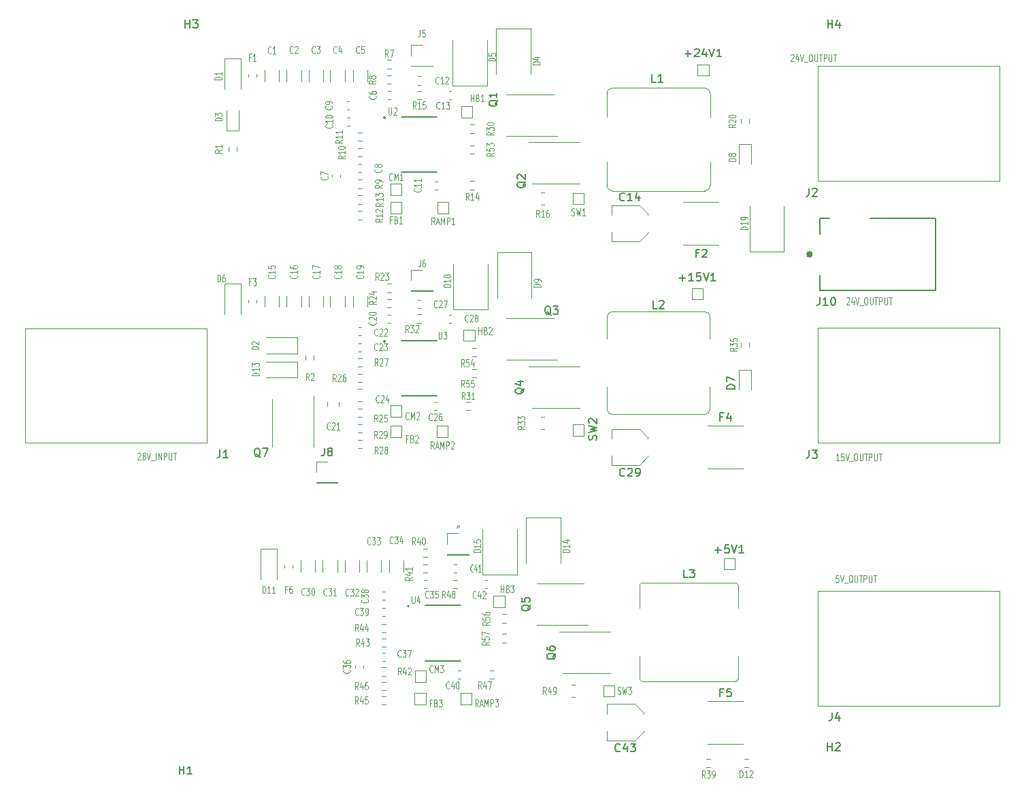
<source format=gbr>
%TF.GenerationSoftware,KiCad,Pcbnew,(6.0.4)*%
%TF.CreationDate,2023-02-28T12:31:03+05:30*%
%TF.ProjectId,CON0100,434f4e30-3130-4302-9e6b-696361645f70,rev?*%
%TF.SameCoordinates,Original*%
%TF.FileFunction,Legend,Top*%
%TF.FilePolarity,Positive*%
%FSLAX46Y46*%
G04 Gerber Fmt 4.6, Leading zero omitted, Abs format (unit mm)*
G04 Created by KiCad (PCBNEW (6.0.4)) date 2023-02-28 12:31:03*
%MOMM*%
%LPD*%
G01*
G04 APERTURE LIST*
%ADD10C,0.063500*%
%ADD11C,0.150000*%
%ADD12C,0.120000*%
%ADD13C,0.127000*%
%ADD14C,0.200000*%
%ADD15C,0.400000*%
G04 APERTURE END LIST*
D10*
X359998034Y-103568152D02*
X359695653Y-103568152D01*
X359665415Y-103991486D01*
X359695653Y-103949152D01*
X359756129Y-103906819D01*
X359907319Y-103906819D01*
X359967796Y-103949152D01*
X359998034Y-103991486D01*
X360028272Y-104076152D01*
X360028272Y-104287819D01*
X359998034Y-104372486D01*
X359967796Y-104414819D01*
X359907319Y-104457152D01*
X359756129Y-104457152D01*
X359695653Y-104414819D01*
X359665415Y-104372486D01*
X360209700Y-103568152D02*
X360421367Y-104457152D01*
X360633034Y-103568152D01*
X360693510Y-104541819D02*
X361177319Y-104541819D01*
X361449462Y-103568152D02*
X361570415Y-103568152D01*
X361630891Y-103610486D01*
X361691367Y-103695152D01*
X361721605Y-103864486D01*
X361721605Y-104160819D01*
X361691367Y-104330152D01*
X361630891Y-104414819D01*
X361570415Y-104457152D01*
X361449462Y-104457152D01*
X361388986Y-104414819D01*
X361328510Y-104330152D01*
X361298272Y-104160819D01*
X361298272Y-103864486D01*
X361328510Y-103695152D01*
X361388986Y-103610486D01*
X361449462Y-103568152D01*
X361993748Y-103568152D02*
X361993748Y-104287819D01*
X362023986Y-104372486D01*
X362054224Y-104414819D01*
X362114700Y-104457152D01*
X362235653Y-104457152D01*
X362296129Y-104414819D01*
X362326367Y-104372486D01*
X362356605Y-104287819D01*
X362356605Y-103568152D01*
X362568272Y-103568152D02*
X362931129Y-103568152D01*
X362749700Y-104457152D02*
X362749700Y-103568152D01*
X363142796Y-104457152D02*
X363142796Y-103568152D01*
X363384700Y-103568152D01*
X363445177Y-103610486D01*
X363475415Y-103652819D01*
X363505653Y-103737486D01*
X363505653Y-103864486D01*
X363475415Y-103949152D01*
X363445177Y-103991486D01*
X363384700Y-104033819D01*
X363142796Y-104033819D01*
X363777796Y-103568152D02*
X363777796Y-104287819D01*
X363808034Y-104372486D01*
X363838272Y-104414819D01*
X363898748Y-104457152D01*
X364019700Y-104457152D01*
X364080177Y-104414819D01*
X364110415Y-104372486D01*
X364140653Y-104287819D01*
X364140653Y-103568152D01*
X364352319Y-103568152D02*
X364715177Y-103568152D01*
X364533748Y-104457152D02*
X364533748Y-103568152D01*
X360972886Y-69072827D02*
X361003124Y-69030494D01*
X361063600Y-68988160D01*
X361214790Y-68988160D01*
X361275267Y-69030494D01*
X361305505Y-69072827D01*
X361335743Y-69157494D01*
X361335743Y-69242160D01*
X361305505Y-69369160D01*
X360942648Y-69877160D01*
X361335743Y-69877160D01*
X361880029Y-69284494D02*
X361880029Y-69877160D01*
X361728838Y-68945827D02*
X361577648Y-69580827D01*
X361970743Y-69580827D01*
X362121933Y-68988160D02*
X362333600Y-69877160D01*
X362545267Y-68988160D01*
X362605743Y-69961827D02*
X363089552Y-69961827D01*
X363361695Y-68988160D02*
X363482648Y-68988160D01*
X363543124Y-69030494D01*
X363603600Y-69115160D01*
X363633838Y-69284494D01*
X363633838Y-69580827D01*
X363603600Y-69750160D01*
X363543124Y-69834827D01*
X363482648Y-69877160D01*
X363361695Y-69877160D01*
X363301219Y-69834827D01*
X363240743Y-69750160D01*
X363210505Y-69580827D01*
X363210505Y-69284494D01*
X363240743Y-69115160D01*
X363301219Y-69030494D01*
X363361695Y-68988160D01*
X363905981Y-68988160D02*
X363905981Y-69707827D01*
X363936219Y-69792494D01*
X363966457Y-69834827D01*
X364026933Y-69877160D01*
X364147886Y-69877160D01*
X364208362Y-69834827D01*
X364238600Y-69792494D01*
X364268838Y-69707827D01*
X364268838Y-68988160D01*
X364480505Y-68988160D02*
X364843362Y-68988160D01*
X364661933Y-69877160D02*
X364661933Y-68988160D01*
X365055029Y-69877160D02*
X365055029Y-68988160D01*
X365296933Y-68988160D01*
X365357410Y-69030494D01*
X365387648Y-69072827D01*
X365417886Y-69157494D01*
X365417886Y-69284494D01*
X365387648Y-69369160D01*
X365357410Y-69411494D01*
X365296933Y-69453827D01*
X365055029Y-69453827D01*
X365690029Y-68988160D02*
X365690029Y-69707827D01*
X365720267Y-69792494D01*
X365750505Y-69834827D01*
X365810981Y-69877160D01*
X365931933Y-69877160D01*
X365992410Y-69834827D01*
X366022648Y-69792494D01*
X366052886Y-69707827D01*
X366052886Y-68988160D01*
X366264552Y-68988160D02*
X366627410Y-68988160D01*
X366445981Y-69877160D02*
X366445981Y-68988160D01*
X360075903Y-89287155D02*
X359713046Y-89287155D01*
X359894474Y-89287155D02*
X359894474Y-88398155D01*
X359833998Y-88525155D01*
X359773522Y-88609822D01*
X359713046Y-88652155D01*
X360650427Y-88398155D02*
X360348046Y-88398155D01*
X360317808Y-88821489D01*
X360348046Y-88779155D01*
X360408522Y-88736822D01*
X360559712Y-88736822D01*
X360620189Y-88779155D01*
X360650427Y-88821489D01*
X360680665Y-88906155D01*
X360680665Y-89117822D01*
X360650427Y-89202489D01*
X360620189Y-89244822D01*
X360559712Y-89287155D01*
X360408522Y-89287155D01*
X360348046Y-89244822D01*
X360317808Y-89202489D01*
X360862093Y-88398155D02*
X361073760Y-89287155D01*
X361285427Y-88398155D01*
X361345903Y-89371822D02*
X361829712Y-89371822D01*
X362101855Y-88398155D02*
X362222808Y-88398155D01*
X362283284Y-88440489D01*
X362343760Y-88525155D01*
X362373998Y-88694489D01*
X362373998Y-88990822D01*
X362343760Y-89160155D01*
X362283284Y-89244822D01*
X362222808Y-89287155D01*
X362101855Y-89287155D01*
X362041379Y-89244822D01*
X361980903Y-89160155D01*
X361950665Y-88990822D01*
X361950665Y-88694489D01*
X361980903Y-88525155D01*
X362041379Y-88440489D01*
X362101855Y-88398155D01*
X362646141Y-88398155D02*
X362646141Y-89117822D01*
X362676379Y-89202489D01*
X362706617Y-89244822D01*
X362767093Y-89287155D01*
X362888046Y-89287155D01*
X362948522Y-89244822D01*
X362978760Y-89202489D01*
X363008998Y-89117822D01*
X363008998Y-88398155D01*
X363220665Y-88398155D02*
X363583522Y-88398155D01*
X363402093Y-89287155D02*
X363402093Y-88398155D01*
X363795189Y-89287155D02*
X363795189Y-88398155D01*
X364037093Y-88398155D01*
X364097570Y-88440489D01*
X364127808Y-88482822D01*
X364158046Y-88567489D01*
X364158046Y-88694489D01*
X364127808Y-88779155D01*
X364097570Y-88821489D01*
X364037093Y-88863822D01*
X363795189Y-88863822D01*
X364430189Y-88398155D02*
X364430189Y-89117822D01*
X364460427Y-89202489D01*
X364490665Y-89244822D01*
X364551141Y-89287155D01*
X364672093Y-89287155D01*
X364732570Y-89244822D01*
X364762808Y-89202489D01*
X364793046Y-89117822D01*
X364793046Y-88398155D01*
X365004712Y-88398155D02*
X365367570Y-88398155D01*
X365186141Y-89287155D02*
X365186141Y-88398155D01*
X354077976Y-38787833D02*
X354108214Y-38745500D01*
X354168690Y-38703166D01*
X354319880Y-38703166D01*
X354380357Y-38745500D01*
X354410595Y-38787833D01*
X354440833Y-38872500D01*
X354440833Y-38957166D01*
X354410595Y-39084166D01*
X354047738Y-39592166D01*
X354440833Y-39592166D01*
X354985119Y-38999500D02*
X354985119Y-39592166D01*
X354833928Y-38660833D02*
X354682738Y-39295833D01*
X355075833Y-39295833D01*
X355227023Y-38703166D02*
X355438690Y-39592166D01*
X355650357Y-38703166D01*
X355710833Y-39676833D02*
X356194642Y-39676833D01*
X356466785Y-38703166D02*
X356587738Y-38703166D01*
X356648214Y-38745500D01*
X356708690Y-38830166D01*
X356738928Y-38999500D01*
X356738928Y-39295833D01*
X356708690Y-39465166D01*
X356648214Y-39549833D01*
X356587738Y-39592166D01*
X356466785Y-39592166D01*
X356406309Y-39549833D01*
X356345833Y-39465166D01*
X356315595Y-39295833D01*
X356315595Y-38999500D01*
X356345833Y-38830166D01*
X356406309Y-38745500D01*
X356466785Y-38703166D01*
X357011071Y-38703166D02*
X357011071Y-39422833D01*
X357041309Y-39507500D01*
X357071547Y-39549833D01*
X357132023Y-39592166D01*
X357252976Y-39592166D01*
X357313452Y-39549833D01*
X357343690Y-39507500D01*
X357373928Y-39422833D01*
X357373928Y-38703166D01*
X357585595Y-38703166D02*
X357948452Y-38703166D01*
X357767023Y-39592166D02*
X357767023Y-38703166D01*
X358160119Y-39592166D02*
X358160119Y-38703166D01*
X358402023Y-38703166D01*
X358462500Y-38745500D01*
X358492738Y-38787833D01*
X358522976Y-38872500D01*
X358522976Y-38999500D01*
X358492738Y-39084166D01*
X358462500Y-39126500D01*
X358402023Y-39168833D01*
X358160119Y-39168833D01*
X358795119Y-38703166D02*
X358795119Y-39422833D01*
X358825357Y-39507500D01*
X358855595Y-39549833D01*
X358916071Y-39592166D01*
X359037023Y-39592166D01*
X359097500Y-39549833D01*
X359127738Y-39507500D01*
X359157976Y-39422833D01*
X359157976Y-38703166D01*
X359369642Y-38703166D02*
X359732500Y-38703166D01*
X359551071Y-39592166D02*
X359551071Y-38703166D01*
X272796193Y-88392829D02*
X272826431Y-88350496D01*
X272886907Y-88308162D01*
X273038098Y-88308162D01*
X273098574Y-88350496D01*
X273128812Y-88392829D01*
X273159050Y-88477496D01*
X273159050Y-88562162D01*
X273128812Y-88689162D01*
X272765955Y-89197162D01*
X273159050Y-89197162D01*
X273521907Y-88689162D02*
X273461431Y-88646829D01*
X273431193Y-88604496D01*
X273400955Y-88519829D01*
X273400955Y-88477496D01*
X273431193Y-88392829D01*
X273461431Y-88350496D01*
X273521907Y-88308162D01*
X273642860Y-88308162D01*
X273703336Y-88350496D01*
X273733574Y-88392829D01*
X273763812Y-88477496D01*
X273763812Y-88519829D01*
X273733574Y-88604496D01*
X273703336Y-88646829D01*
X273642860Y-88689162D01*
X273521907Y-88689162D01*
X273461431Y-88731496D01*
X273431193Y-88773829D01*
X273400955Y-88858496D01*
X273400955Y-89027829D01*
X273431193Y-89112496D01*
X273461431Y-89154829D01*
X273521907Y-89197162D01*
X273642860Y-89197162D01*
X273703336Y-89154829D01*
X273733574Y-89112496D01*
X273763812Y-89027829D01*
X273763812Y-88858496D01*
X273733574Y-88773829D01*
X273703336Y-88731496D01*
X273642860Y-88689162D01*
X273945241Y-88308162D02*
X274156907Y-89197162D01*
X274368574Y-88308162D01*
X274429050Y-89281829D02*
X274912860Y-89281829D01*
X275064050Y-89197162D02*
X275064050Y-88308162D01*
X275366431Y-89197162D02*
X275366431Y-88308162D01*
X275729288Y-89197162D01*
X275729288Y-88308162D01*
X276031669Y-89197162D02*
X276031669Y-88308162D01*
X276273574Y-88308162D01*
X276334050Y-88350496D01*
X276364288Y-88392829D01*
X276394526Y-88477496D01*
X276394526Y-88604496D01*
X276364288Y-88689162D01*
X276334050Y-88731496D01*
X276273574Y-88773829D01*
X276031669Y-88773829D01*
X276666669Y-88308162D02*
X276666669Y-89027829D01*
X276696907Y-89112496D01*
X276727145Y-89154829D01*
X276787622Y-89197162D01*
X276908574Y-89197162D01*
X276969050Y-89154829D01*
X276999288Y-89112496D01*
X277029526Y-89027829D01*
X277029526Y-88308162D01*
X277241193Y-88308162D02*
X277604050Y-88308162D01*
X277422622Y-89197162D02*
X277422622Y-88308162D01*
D11*
%TO.C,Q5*%
X321667619Y-107260238D02*
X321620000Y-107355476D01*
X321524761Y-107450714D01*
X321381904Y-107593571D01*
X321334285Y-107688809D01*
X321334285Y-107784047D01*
X321572380Y-107736428D02*
X321524761Y-107831666D01*
X321429523Y-107926904D01*
X321239047Y-107974523D01*
X320905714Y-107974523D01*
X320715238Y-107926904D01*
X320620000Y-107831666D01*
X320572380Y-107736428D01*
X320572380Y-107545952D01*
X320620000Y-107450714D01*
X320715238Y-107355476D01*
X320905714Y-107307857D01*
X321239047Y-107307857D01*
X321429523Y-107355476D01*
X321524761Y-107450714D01*
X321572380Y-107545952D01*
X321572380Y-107736428D01*
X320572380Y-106403095D02*
X320572380Y-106879285D01*
X321048571Y-106926904D01*
X321000952Y-106879285D01*
X320953333Y-106784047D01*
X320953333Y-106545952D01*
X321000952Y-106450714D01*
X321048571Y-106403095D01*
X321143809Y-106355476D01*
X321381904Y-106355476D01*
X321477142Y-106403095D01*
X321524761Y-106450714D01*
X321572380Y-106545952D01*
X321572380Y-106784047D01*
X321524761Y-106879285D01*
X321477142Y-106926904D01*
D10*
%TO.C,J6*%
X307958405Y-64278162D02*
X307958405Y-64913162D01*
X307928167Y-65040162D01*
X307867691Y-65124829D01*
X307776976Y-65167162D01*
X307716500Y-65167162D01*
X308532929Y-64278162D02*
X308411976Y-64278162D01*
X308351500Y-64320496D01*
X308321262Y-64362829D01*
X308260786Y-64489829D01*
X308230548Y-64659162D01*
X308230548Y-64997829D01*
X308260786Y-65082496D01*
X308291024Y-65124829D01*
X308351500Y-65167162D01*
X308472452Y-65167162D01*
X308532929Y-65124829D01*
X308563167Y-65082496D01*
X308593405Y-64997829D01*
X308593405Y-64786162D01*
X308563167Y-64701496D01*
X308532929Y-64659162D01*
X308472452Y-64616829D01*
X308351500Y-64616829D01*
X308291024Y-64659162D01*
X308260786Y-64701496D01*
X308230548Y-64786162D01*
%TO.C,D9*%
X322947166Y-67668690D02*
X322058166Y-67668690D01*
X322058166Y-67517500D01*
X322100500Y-67426785D01*
X322185166Y-67366309D01*
X322269833Y-67336071D01*
X322439166Y-67305833D01*
X322566166Y-67305833D01*
X322735500Y-67336071D01*
X322820166Y-67366309D01*
X322904833Y-67426785D01*
X322947166Y-67517500D01*
X322947166Y-67668690D01*
X322947166Y-67003452D02*
X322947166Y-66882500D01*
X322904833Y-66822023D01*
X322862500Y-66791785D01*
X322735500Y-66731309D01*
X322566166Y-66701071D01*
X322227500Y-66701071D01*
X322142833Y-66731309D01*
X322100500Y-66761547D01*
X322058166Y-66822023D01*
X322058166Y-66942976D01*
X322100500Y-67003452D01*
X322142833Y-67033690D01*
X322227500Y-67063928D01*
X322439166Y-67063928D01*
X322523833Y-67033690D01*
X322566166Y-67003452D01*
X322608500Y-66942976D01*
X322608500Y-66822023D01*
X322566166Y-66761547D01*
X322523833Y-66731309D01*
X322439166Y-66701071D01*
%TO.C,C24*%
X302806785Y-81977500D02*
X302776547Y-82019833D01*
X302685833Y-82062166D01*
X302625357Y-82062166D01*
X302534642Y-82019833D01*
X302474166Y-81935166D01*
X302443928Y-81850500D01*
X302413690Y-81681166D01*
X302413690Y-81554166D01*
X302443928Y-81384833D01*
X302474166Y-81300166D01*
X302534642Y-81215500D01*
X302625357Y-81173166D01*
X302685833Y-81173166D01*
X302776547Y-81215500D01*
X302806785Y-81257833D01*
X303048690Y-81257833D02*
X303078928Y-81215500D01*
X303139404Y-81173166D01*
X303290595Y-81173166D01*
X303351071Y-81215500D01*
X303381309Y-81257833D01*
X303411547Y-81342500D01*
X303411547Y-81427166D01*
X303381309Y-81554166D01*
X303018452Y-82062166D01*
X303411547Y-82062166D01*
X303955833Y-81469500D02*
X303955833Y-82062166D01*
X303804642Y-81130833D02*
X303653452Y-81765833D01*
X304046547Y-81765833D01*
%TO.C,R14*%
X313996785Y-56872166D02*
X313785119Y-56448833D01*
X313633928Y-56872166D02*
X313633928Y-55983166D01*
X313875833Y-55983166D01*
X313936309Y-56025500D01*
X313966547Y-56067833D01*
X313996785Y-56152500D01*
X313996785Y-56279500D01*
X313966547Y-56364166D01*
X313936309Y-56406500D01*
X313875833Y-56448833D01*
X313633928Y-56448833D01*
X314601547Y-56872166D02*
X314238690Y-56872166D01*
X314420119Y-56872166D02*
X314420119Y-55983166D01*
X314359642Y-56110166D01*
X314299166Y-56194833D01*
X314238690Y-56237166D01*
X315145833Y-56279500D02*
X315145833Y-56872166D01*
X314994642Y-55940833D02*
X314843452Y-56575833D01*
X315236547Y-56575833D01*
%TO.C,C30*%
X293566785Y-105967500D02*
X293536547Y-106009833D01*
X293445833Y-106052166D01*
X293385357Y-106052166D01*
X293294642Y-106009833D01*
X293234166Y-105925166D01*
X293203928Y-105840500D01*
X293173690Y-105671166D01*
X293173690Y-105544166D01*
X293203928Y-105374833D01*
X293234166Y-105290166D01*
X293294642Y-105205500D01*
X293385357Y-105163166D01*
X293445833Y-105163166D01*
X293536547Y-105205500D01*
X293566785Y-105247833D01*
X293778452Y-105163166D02*
X294171547Y-105163166D01*
X293959880Y-105501833D01*
X294050595Y-105501833D01*
X294111071Y-105544166D01*
X294141309Y-105586500D01*
X294171547Y-105671166D01*
X294171547Y-105882833D01*
X294141309Y-105967500D01*
X294111071Y-106009833D01*
X294050595Y-106052166D01*
X293869166Y-106052166D01*
X293808690Y-106009833D01*
X293778452Y-105967500D01*
X294564642Y-105163166D02*
X294625119Y-105163166D01*
X294685595Y-105205500D01*
X294715833Y-105247833D01*
X294746071Y-105332500D01*
X294776309Y-105501833D01*
X294776309Y-105713500D01*
X294746071Y-105882833D01*
X294715833Y-105967500D01*
X294685595Y-106009833D01*
X294625119Y-106052166D01*
X294564642Y-106052166D01*
X294504166Y-106009833D01*
X294473928Y-105967500D01*
X294443690Y-105882833D01*
X294413452Y-105713500D01*
X294413452Y-105501833D01*
X294443690Y-105332500D01*
X294473928Y-105247833D01*
X294504166Y-105205500D01*
X294564642Y-105163166D01*
D11*
%TO.C,Q3*%
X324209761Y-71177619D02*
X324114523Y-71130000D01*
X324019285Y-71034761D01*
X323876428Y-70891904D01*
X323781190Y-70844285D01*
X323685952Y-70844285D01*
X323733571Y-71082380D02*
X323638333Y-71034761D01*
X323543095Y-70939523D01*
X323495476Y-70749047D01*
X323495476Y-70415714D01*
X323543095Y-70225238D01*
X323638333Y-70130000D01*
X323733571Y-70082380D01*
X323924047Y-70082380D01*
X324019285Y-70130000D01*
X324114523Y-70225238D01*
X324162142Y-70415714D01*
X324162142Y-70749047D01*
X324114523Y-70939523D01*
X324019285Y-71034761D01*
X323924047Y-71082380D01*
X323733571Y-71082380D01*
X324495476Y-70082380D02*
X325114523Y-70082380D01*
X324781190Y-70463333D01*
X324924047Y-70463333D01*
X325019285Y-70510952D01*
X325066904Y-70558571D01*
X325114523Y-70653809D01*
X325114523Y-70891904D01*
X325066904Y-70987142D01*
X325019285Y-71034761D01*
X324924047Y-71082380D01*
X324638333Y-71082380D01*
X324543095Y-71034761D01*
X324495476Y-70987142D01*
%TO.C,+15V1*%
X340191904Y-66546428D02*
X340953809Y-66546428D01*
X340572857Y-66927380D02*
X340572857Y-66165476D01*
X341953809Y-66927380D02*
X341382380Y-66927380D01*
X341668095Y-66927380D02*
X341668095Y-65927380D01*
X341572857Y-66070238D01*
X341477619Y-66165476D01*
X341382380Y-66213095D01*
X342858571Y-65927380D02*
X342382380Y-65927380D01*
X342334761Y-66403571D01*
X342382380Y-66355952D01*
X342477619Y-66308333D01*
X342715714Y-66308333D01*
X342810952Y-66355952D01*
X342858571Y-66403571D01*
X342906190Y-66498809D01*
X342906190Y-66736904D01*
X342858571Y-66832142D01*
X342810952Y-66879761D01*
X342715714Y-66927380D01*
X342477619Y-66927380D01*
X342382380Y-66879761D01*
X342334761Y-66832142D01*
X343191904Y-65927380D02*
X343525238Y-66927380D01*
X343858571Y-65927380D01*
X344715714Y-66927380D02*
X344144285Y-66927380D01*
X344430000Y-66927380D02*
X344430000Y-65927380D01*
X344334761Y-66070238D01*
X344239523Y-66165476D01*
X344144285Y-66213095D01*
D10*
%TO.C,C4*%
X297549166Y-38507500D02*
X297518928Y-38549833D01*
X297428214Y-38592166D01*
X297367738Y-38592166D01*
X297277023Y-38549833D01*
X297216547Y-38465166D01*
X297186309Y-38380500D01*
X297156071Y-38211166D01*
X297156071Y-38084166D01*
X297186309Y-37914833D01*
X297216547Y-37830166D01*
X297277023Y-37745500D01*
X297367738Y-37703166D01*
X297428214Y-37703166D01*
X297518928Y-37745500D01*
X297549166Y-37787833D01*
X298093452Y-37999500D02*
X298093452Y-38592166D01*
X297942261Y-37660833D02*
X297791071Y-38295833D01*
X298184166Y-38295833D01*
D11*
%TO.C,H1*%
X277983095Y-128342380D02*
X277983095Y-127342380D01*
X277983095Y-127818571D02*
X278554523Y-127818571D01*
X278554523Y-128342380D02*
X278554523Y-127342380D01*
X279554523Y-128342380D02*
X278983095Y-128342380D01*
X279268809Y-128342380D02*
X279268809Y-127342380D01*
X279173571Y-127485238D01*
X279078333Y-127580476D01*
X278983095Y-127628095D01*
D10*
%TO.C,R46*%
X300216785Y-117772166D02*
X300005119Y-117348833D01*
X299853928Y-117772166D02*
X299853928Y-116883166D01*
X300095833Y-116883166D01*
X300156309Y-116925500D01*
X300186547Y-116967833D01*
X300216785Y-117052500D01*
X300216785Y-117179500D01*
X300186547Y-117264166D01*
X300156309Y-117306500D01*
X300095833Y-117348833D01*
X299853928Y-117348833D01*
X300761071Y-117179500D02*
X300761071Y-117772166D01*
X300609880Y-116840833D02*
X300458690Y-117475833D01*
X300851785Y-117475833D01*
X301365833Y-116883166D02*
X301244880Y-116883166D01*
X301184404Y-116925500D01*
X301154166Y-116967833D01*
X301093690Y-117094833D01*
X301063452Y-117264166D01*
X301063452Y-117602833D01*
X301093690Y-117687500D01*
X301123928Y-117729833D01*
X301184404Y-117772166D01*
X301305357Y-117772166D01*
X301365833Y-117729833D01*
X301396071Y-117687500D01*
X301426309Y-117602833D01*
X301426309Y-117391166D01*
X301396071Y-117306500D01*
X301365833Y-117264166D01*
X301305357Y-117221833D01*
X301184404Y-117221833D01*
X301123928Y-117264166D01*
X301093690Y-117306500D01*
X301063452Y-117391166D01*
%TO.C,D8*%
X347197166Y-52008694D02*
X346308166Y-52008694D01*
X346308166Y-51857504D01*
X346350500Y-51766789D01*
X346435166Y-51706313D01*
X346519833Y-51676075D01*
X346689166Y-51645837D01*
X346816166Y-51645837D01*
X346985500Y-51676075D01*
X347070166Y-51706313D01*
X347154833Y-51766789D01*
X347197166Y-51857504D01*
X347197166Y-52008694D01*
X346689166Y-51282980D02*
X346646833Y-51343456D01*
X346604500Y-51373694D01*
X346519833Y-51403932D01*
X346477500Y-51403932D01*
X346392833Y-51373694D01*
X346350500Y-51343456D01*
X346308166Y-51282980D01*
X346308166Y-51162027D01*
X346350500Y-51101551D01*
X346392833Y-51071313D01*
X346477500Y-51041075D01*
X346519833Y-51041075D01*
X346604500Y-51071313D01*
X346646833Y-51101551D01*
X346689166Y-51162027D01*
X346689166Y-51282980D01*
X346731500Y-51343456D01*
X346773833Y-51373694D01*
X346858500Y-51403932D01*
X347027833Y-51403932D01*
X347112500Y-51373694D01*
X347154833Y-51343456D01*
X347197166Y-51282980D01*
X347197166Y-51162027D01*
X347154833Y-51101551D01*
X347112500Y-51071313D01*
X347027833Y-51041075D01*
X346858500Y-51041075D01*
X346773833Y-51071313D01*
X346731500Y-51101551D01*
X346689166Y-51162027D01*
%TO.C,C2*%
X292114054Y-38497500D02*
X292083816Y-38539833D01*
X291993102Y-38582166D01*
X291932626Y-38582166D01*
X291841911Y-38539833D01*
X291781435Y-38455166D01*
X291751197Y-38370500D01*
X291720959Y-38201166D01*
X291720959Y-38074166D01*
X291751197Y-37904833D01*
X291781435Y-37820166D01*
X291841911Y-37735500D01*
X291932626Y-37693166D01*
X291993102Y-37693166D01*
X292083816Y-37735500D01*
X292114054Y-37777833D01*
X292355959Y-37777833D02*
X292386197Y-37735500D01*
X292446673Y-37693166D01*
X292597864Y-37693166D01*
X292658340Y-37735500D01*
X292688578Y-37777833D01*
X292718816Y-37862500D01*
X292718816Y-37947166D01*
X292688578Y-38074166D01*
X292325721Y-38582166D01*
X292718816Y-38582166D01*
D11*
%TO.C,L2*%
X337438322Y-70362389D02*
X336962131Y-70362389D01*
X336962131Y-69362389D01*
X337724036Y-69457628D02*
X337771655Y-69410009D01*
X337866893Y-69362389D01*
X338104989Y-69362389D01*
X338200227Y-69410009D01*
X338247846Y-69457628D01*
X338295465Y-69552866D01*
X338295465Y-69648104D01*
X338247846Y-69790961D01*
X337676417Y-70362389D01*
X338295465Y-70362389D01*
D10*
%TO.C,FB1*%
X304400881Y-59346500D02*
X304189214Y-59346500D01*
X304189214Y-59812166D02*
X304189214Y-58923166D01*
X304491595Y-58923166D01*
X304945167Y-59346500D02*
X305035881Y-59388833D01*
X305066119Y-59431166D01*
X305096357Y-59515833D01*
X305096357Y-59642833D01*
X305066119Y-59727500D01*
X305035881Y-59769833D01*
X304975405Y-59812166D01*
X304733500Y-59812166D01*
X304733500Y-58923166D01*
X304945167Y-58923166D01*
X305005643Y-58965500D01*
X305035881Y-59007833D01*
X305066119Y-59092500D01*
X305066119Y-59177166D01*
X305035881Y-59261833D01*
X305005643Y-59304166D01*
X304945167Y-59346500D01*
X304733500Y-59346500D01*
X305701119Y-59812166D02*
X305338262Y-59812166D01*
X305519690Y-59812166D02*
X305519690Y-58923166D01*
X305459214Y-59050166D01*
X305398738Y-59134833D01*
X305338262Y-59177166D01*
D11*
%TO.C,D7*%
X347117380Y-80398095D02*
X346117380Y-80398095D01*
X346117380Y-80160000D01*
X346165000Y-80017142D01*
X346260238Y-79921904D01*
X346355476Y-79874285D01*
X346545952Y-79826666D01*
X346688809Y-79826666D01*
X346879285Y-79874285D01*
X346974523Y-79921904D01*
X347069761Y-80017142D01*
X347117380Y-80160000D01*
X347117380Y-80398095D01*
X346117380Y-79493333D02*
X346117380Y-78826666D01*
X347117380Y-79255238D01*
D10*
%TO.C,CM3*%
X309516309Y-115607500D02*
X309486071Y-115649833D01*
X309395357Y-115692166D01*
X309334880Y-115692166D01*
X309244166Y-115649833D01*
X309183690Y-115565166D01*
X309153452Y-115480500D01*
X309123214Y-115311166D01*
X309123214Y-115184166D01*
X309153452Y-115014833D01*
X309183690Y-114930166D01*
X309244166Y-114845500D01*
X309334880Y-114803166D01*
X309395357Y-114803166D01*
X309486071Y-114845500D01*
X309516309Y-114887833D01*
X309788452Y-115692166D02*
X309788452Y-114803166D01*
X310000119Y-115438166D01*
X310211785Y-114803166D01*
X310211785Y-115692166D01*
X310453690Y-114803166D02*
X310846785Y-114803166D01*
X310635119Y-115141833D01*
X310725833Y-115141833D01*
X310786309Y-115184166D01*
X310816547Y-115226500D01*
X310846785Y-115311166D01*
X310846785Y-115522833D01*
X310816547Y-115607500D01*
X310786309Y-115649833D01*
X310725833Y-115692166D01*
X310544404Y-115692166D01*
X310483928Y-115649833D01*
X310453690Y-115607500D01*
%TO.C,U2*%
X304021190Y-45363166D02*
X304021190Y-46082833D01*
X304051428Y-46167500D01*
X304081666Y-46209833D01*
X304142142Y-46252166D01*
X304263095Y-46252166D01*
X304323571Y-46209833D01*
X304353809Y-46167500D01*
X304384047Y-46082833D01*
X304384047Y-45363166D01*
X304656190Y-45447833D02*
X304686428Y-45405500D01*
X304746904Y-45363166D01*
X304898095Y-45363166D01*
X304958571Y-45405500D01*
X304988809Y-45447833D01*
X305019047Y-45532500D01*
X305019047Y-45617166D01*
X304988809Y-45744166D01*
X304625952Y-46252166D01*
X305019047Y-46252166D01*
%TO.C,HB1*%
X314223690Y-44602166D02*
X314223690Y-43713166D01*
X314223690Y-44136500D02*
X314586547Y-44136500D01*
X314586547Y-44602166D02*
X314586547Y-43713166D01*
X315100595Y-44136500D02*
X315191309Y-44178833D01*
X315221547Y-44221166D01*
X315251785Y-44305833D01*
X315251785Y-44432833D01*
X315221547Y-44517500D01*
X315191309Y-44559833D01*
X315130833Y-44602166D01*
X314888928Y-44602166D01*
X314888928Y-43713166D01*
X315100595Y-43713166D01*
X315161071Y-43755500D01*
X315191309Y-43797833D01*
X315221547Y-43882500D01*
X315221547Y-43967166D01*
X315191309Y-44051833D01*
X315161071Y-44094166D01*
X315100595Y-44136500D01*
X314888928Y-44136500D01*
X315856547Y-44602166D02*
X315493690Y-44602166D01*
X315675119Y-44602166D02*
X315675119Y-43713166D01*
X315614642Y-43840166D01*
X315554166Y-43924833D01*
X315493690Y-43967166D01*
%TO.C,F1*%
X286858371Y-39106500D02*
X286646704Y-39106500D01*
X286646704Y-39572166D02*
X286646704Y-38683166D01*
X286949085Y-38683166D01*
X287523609Y-39572166D02*
X287160752Y-39572166D01*
X287342180Y-39572166D02*
X287342180Y-38683166D01*
X287281704Y-38810166D01*
X287221228Y-38894833D01*
X287160752Y-38937166D01*
%TO.C,C42*%
X314866785Y-106337500D02*
X314836547Y-106379833D01*
X314745833Y-106422166D01*
X314685357Y-106422166D01*
X314594642Y-106379833D01*
X314534166Y-106295166D01*
X314503928Y-106210500D01*
X314473690Y-106041166D01*
X314473690Y-105914166D01*
X314503928Y-105744833D01*
X314534166Y-105660166D01*
X314594642Y-105575500D01*
X314685357Y-105533166D01*
X314745833Y-105533166D01*
X314836547Y-105575500D01*
X314866785Y-105617833D01*
X315411071Y-105829500D02*
X315411071Y-106422166D01*
X315259880Y-105490833D02*
X315108690Y-106125833D01*
X315501785Y-106125833D01*
X315713452Y-105617833D02*
X315743690Y-105575500D01*
X315804166Y-105533166D01*
X315955357Y-105533166D01*
X316015833Y-105575500D01*
X316046071Y-105617833D01*
X316076309Y-105702500D01*
X316076309Y-105787166D01*
X316046071Y-105914166D01*
X315683214Y-106422166D01*
X316076309Y-106422166D01*
%TO.C,R10*%
X298587166Y-51353223D02*
X298163833Y-51564889D01*
X298587166Y-51716080D02*
X297698166Y-51716080D01*
X297698166Y-51474175D01*
X297740500Y-51413699D01*
X297782833Y-51383461D01*
X297867500Y-51353223D01*
X297994500Y-51353223D01*
X298079166Y-51383461D01*
X298121500Y-51413699D01*
X298163833Y-51474175D01*
X298163833Y-51716080D01*
X298587166Y-50748461D02*
X298587166Y-51111318D01*
X298587166Y-50929889D02*
X297698166Y-50929889D01*
X297825166Y-50990366D01*
X297909833Y-51050842D01*
X297952166Y-51111318D01*
X297698166Y-50355366D02*
X297698166Y-50294889D01*
X297740500Y-50234413D01*
X297782833Y-50204175D01*
X297867500Y-50173937D01*
X298036833Y-50143699D01*
X298248500Y-50143699D01*
X298417833Y-50173937D01*
X298502500Y-50204175D01*
X298544833Y-50234413D01*
X298587166Y-50294889D01*
X298587166Y-50355366D01*
X298544833Y-50415842D01*
X298502500Y-50446080D01*
X298417833Y-50476318D01*
X298248500Y-50506556D01*
X298036833Y-50506556D01*
X297867500Y-50476318D01*
X297782833Y-50446080D01*
X297740500Y-50415842D01*
X297698166Y-50355366D01*
%TO.C,D6*%
X282716309Y-67022166D02*
X282716309Y-66133166D01*
X282867500Y-66133166D01*
X282958214Y-66175500D01*
X283018690Y-66260166D01*
X283048928Y-66344833D01*
X283079166Y-66514166D01*
X283079166Y-66641166D01*
X283048928Y-66810500D01*
X283018690Y-66895166D01*
X282958214Y-66979833D01*
X282867500Y-67022166D01*
X282716309Y-67022166D01*
X283623452Y-66133166D02*
X283502500Y-66133166D01*
X283442023Y-66175500D01*
X283411785Y-66217833D01*
X283351309Y-66344833D01*
X283321071Y-66514166D01*
X283321071Y-66852833D01*
X283351309Y-66937500D01*
X283381547Y-66979833D01*
X283442023Y-67022166D01*
X283562976Y-67022166D01*
X283623452Y-66979833D01*
X283653690Y-66937500D01*
X283683928Y-66852833D01*
X283683928Y-66641166D01*
X283653690Y-66556500D01*
X283623452Y-66514166D01*
X283562976Y-66471833D01*
X283442023Y-66471833D01*
X283381547Y-66514166D01*
X283351309Y-66556500D01*
X283321071Y-66641166D01*
D11*
%TO.C,J2*%
X356331666Y-55403380D02*
X356331666Y-56117666D01*
X356284047Y-56260523D01*
X356188809Y-56355761D01*
X356045952Y-56403380D01*
X355950714Y-56403380D01*
X356760238Y-55498619D02*
X356807857Y-55451000D01*
X356903095Y-55403380D01*
X357141190Y-55403380D01*
X357236428Y-55451000D01*
X357284047Y-55498619D01*
X357331666Y-55593857D01*
X357331666Y-55689095D01*
X357284047Y-55831952D01*
X356712619Y-56403380D01*
X357331666Y-56403380D01*
D10*
%TO.C,U4*%
X306901190Y-106183166D02*
X306901190Y-106902833D01*
X306931428Y-106987500D01*
X306961666Y-107029833D01*
X307022142Y-107072166D01*
X307143095Y-107072166D01*
X307203571Y-107029833D01*
X307233809Y-106987500D01*
X307264047Y-106902833D01*
X307264047Y-106183166D01*
X307838571Y-106479500D02*
X307838571Y-107072166D01*
X307687380Y-106140833D02*
X307536190Y-106775833D01*
X307929285Y-106775833D01*
D11*
%TO.C,J3*%
X356331666Y-88003380D02*
X356331666Y-88717666D01*
X356284047Y-88860523D01*
X356188809Y-88955761D01*
X356045952Y-89003380D01*
X355950714Y-89003380D01*
X356712619Y-88003380D02*
X357331666Y-88003380D01*
X356998333Y-88384333D01*
X357141190Y-88384333D01*
X357236428Y-88431952D01*
X357284047Y-88479571D01*
X357331666Y-88574809D01*
X357331666Y-88812904D01*
X357284047Y-88908142D01*
X357236428Y-88955761D01*
X357141190Y-89003380D01*
X356855476Y-89003380D01*
X356760238Y-88955761D01*
X356712619Y-88908142D01*
D10*
%TO.C,C13*%
X310356785Y-45447500D02*
X310326547Y-45489833D01*
X310235833Y-45532166D01*
X310175357Y-45532166D01*
X310084642Y-45489833D01*
X310024166Y-45405166D01*
X309993928Y-45320500D01*
X309963690Y-45151166D01*
X309963690Y-45024166D01*
X309993928Y-44854833D01*
X310024166Y-44770166D01*
X310084642Y-44685500D01*
X310175357Y-44643166D01*
X310235833Y-44643166D01*
X310326547Y-44685500D01*
X310356785Y-44727833D01*
X310961547Y-45532166D02*
X310598690Y-45532166D01*
X310780119Y-45532166D02*
X310780119Y-44643166D01*
X310719642Y-44770166D01*
X310659166Y-44854833D01*
X310598690Y-44897166D01*
X311173214Y-44643166D02*
X311566309Y-44643166D01*
X311354642Y-44981833D01*
X311445357Y-44981833D01*
X311505833Y-45024166D01*
X311536071Y-45066500D01*
X311566309Y-45151166D01*
X311566309Y-45362833D01*
X311536071Y-45447500D01*
X311505833Y-45489833D01*
X311445357Y-45532166D01*
X311263928Y-45532166D01*
X311203452Y-45489833D01*
X311173214Y-45447500D01*
%TO.C,R29*%
X302596785Y-86492166D02*
X302385119Y-86068833D01*
X302233928Y-86492166D02*
X302233928Y-85603166D01*
X302475833Y-85603166D01*
X302536309Y-85645500D01*
X302566547Y-85687833D01*
X302596785Y-85772500D01*
X302596785Y-85899500D01*
X302566547Y-85984166D01*
X302536309Y-86026500D01*
X302475833Y-86068833D01*
X302233928Y-86068833D01*
X302838690Y-85687833D02*
X302868928Y-85645500D01*
X302929404Y-85603166D01*
X303080595Y-85603166D01*
X303141071Y-85645500D01*
X303171309Y-85687833D01*
X303201547Y-85772500D01*
X303201547Y-85857166D01*
X303171309Y-85984166D01*
X302808452Y-86492166D01*
X303201547Y-86492166D01*
X303503928Y-86492166D02*
X303624880Y-86492166D01*
X303685357Y-86449833D01*
X303715595Y-86407500D01*
X303776071Y-86280500D01*
X303806309Y-86111166D01*
X303806309Y-85772500D01*
X303776071Y-85687833D01*
X303745833Y-85645500D01*
X303685357Y-85603166D01*
X303564404Y-85603166D01*
X303503928Y-85645500D01*
X303473690Y-85687833D01*
X303443452Y-85772500D01*
X303443452Y-85984166D01*
X303473690Y-86068833D01*
X303503928Y-86111166D01*
X303564404Y-86153500D01*
X303685357Y-86153500D01*
X303745833Y-86111166D01*
X303776071Y-86068833D01*
X303806309Y-85984166D01*
%TO.C,F3*%
X286843333Y-67036500D02*
X286631666Y-67036500D01*
X286631666Y-67502166D02*
X286631666Y-66613166D01*
X286934047Y-66613166D01*
X287115476Y-66613166D02*
X287508571Y-66613166D01*
X287296904Y-66951833D01*
X287387619Y-66951833D01*
X287448095Y-66994166D01*
X287478333Y-67036500D01*
X287508571Y-67121166D01*
X287508571Y-67332833D01*
X287478333Y-67417500D01*
X287448095Y-67459833D01*
X287387619Y-67502166D01*
X287206190Y-67502166D01*
X287145714Y-67459833D01*
X287115476Y-67417500D01*
%TO.C,R35*%
X347357166Y-75288214D02*
X346933833Y-75499880D01*
X347357166Y-75651071D02*
X346468166Y-75651071D01*
X346468166Y-75409166D01*
X346510500Y-75348690D01*
X346552833Y-75318452D01*
X346637500Y-75288214D01*
X346764500Y-75288214D01*
X346849166Y-75318452D01*
X346891500Y-75348690D01*
X346933833Y-75409166D01*
X346933833Y-75651071D01*
X346468166Y-75076547D02*
X346468166Y-74683452D01*
X346806833Y-74895119D01*
X346806833Y-74804404D01*
X346849166Y-74743928D01*
X346891500Y-74713690D01*
X346976166Y-74683452D01*
X347187833Y-74683452D01*
X347272500Y-74713690D01*
X347314833Y-74743928D01*
X347357166Y-74804404D01*
X347357166Y-74985833D01*
X347314833Y-75046309D01*
X347272500Y-75076547D01*
X346468166Y-74108928D02*
X346468166Y-74411309D01*
X346891500Y-74441547D01*
X346849166Y-74411309D01*
X346806833Y-74350833D01*
X346806833Y-74199642D01*
X346849166Y-74139166D01*
X346891500Y-74108928D01*
X346976166Y-74078690D01*
X347187833Y-74078690D01*
X347272500Y-74108928D01*
X347314833Y-74139166D01*
X347357166Y-74199642D01*
X347357166Y-74350833D01*
X347314833Y-74411309D01*
X347272500Y-74441547D01*
D11*
%TO.C,SW2*%
X329849761Y-86713333D02*
X329897380Y-86570476D01*
X329897380Y-86332380D01*
X329849761Y-86237142D01*
X329802142Y-86189523D01*
X329706904Y-86141904D01*
X329611666Y-86141904D01*
X329516428Y-86189523D01*
X329468809Y-86237142D01*
X329421190Y-86332380D01*
X329373571Y-86522857D01*
X329325952Y-86618095D01*
X329278333Y-86665714D01*
X329183095Y-86713333D01*
X329087857Y-86713333D01*
X328992619Y-86665714D01*
X328945000Y-86618095D01*
X328897380Y-86522857D01*
X328897380Y-86284761D01*
X328945000Y-86141904D01*
X328897380Y-85808571D02*
X329897380Y-85570476D01*
X329183095Y-85380000D01*
X329897380Y-85189523D01*
X328897380Y-84951428D01*
X328992619Y-84618095D02*
X328945000Y-84570476D01*
X328897380Y-84475238D01*
X328897380Y-84237142D01*
X328945000Y-84141904D01*
X328992619Y-84094285D01*
X329087857Y-84046666D01*
X329183095Y-84046666D01*
X329325952Y-84094285D01*
X329897380Y-84665714D01*
X329897380Y-84046666D01*
D10*
%TO.C,C10*%
X296962500Y-47488214D02*
X297004833Y-47518452D01*
X297047166Y-47609166D01*
X297047166Y-47669642D01*
X297004833Y-47760357D01*
X296920166Y-47820833D01*
X296835500Y-47851071D01*
X296666166Y-47881309D01*
X296539166Y-47881309D01*
X296369833Y-47851071D01*
X296285166Y-47820833D01*
X296200500Y-47760357D01*
X296158166Y-47669642D01*
X296158166Y-47609166D01*
X296200500Y-47518452D01*
X296242833Y-47488214D01*
X297047166Y-46883452D02*
X297047166Y-47246309D01*
X297047166Y-47064880D02*
X296158166Y-47064880D01*
X296285166Y-47125357D01*
X296369833Y-47185833D01*
X296412166Y-47246309D01*
X296158166Y-46490357D02*
X296158166Y-46429880D01*
X296200500Y-46369404D01*
X296242833Y-46339166D01*
X296327500Y-46308928D01*
X296496833Y-46278690D01*
X296708500Y-46278690D01*
X296877833Y-46308928D01*
X296962500Y-46339166D01*
X297004833Y-46369404D01*
X297047166Y-46429880D01*
X297047166Y-46490357D01*
X297004833Y-46550833D01*
X296962500Y-46581071D01*
X296877833Y-46611309D01*
X296708500Y-46641547D01*
X296496833Y-46641547D01*
X296327500Y-46611309D01*
X296242833Y-46581071D01*
X296200500Y-46550833D01*
X296158166Y-46490357D01*
D11*
%TO.C,C29*%
X333387131Y-91167151D02*
X333339512Y-91214770D01*
X333196655Y-91262389D01*
X333101417Y-91262389D01*
X332958560Y-91214770D01*
X332863322Y-91119532D01*
X332815703Y-91024294D01*
X332768084Y-90833818D01*
X332768084Y-90690961D01*
X332815703Y-90500485D01*
X332863322Y-90405247D01*
X332958560Y-90310009D01*
X333101417Y-90262389D01*
X333196655Y-90262389D01*
X333339512Y-90310009D01*
X333387131Y-90357628D01*
X333768084Y-90357628D02*
X333815703Y-90310009D01*
X333910941Y-90262389D01*
X334149036Y-90262389D01*
X334244274Y-90310009D01*
X334291893Y-90357628D01*
X334339512Y-90452866D01*
X334339512Y-90548104D01*
X334291893Y-90690961D01*
X333720465Y-91262389D01*
X334339512Y-91262389D01*
X334815703Y-91262389D02*
X335006179Y-91262389D01*
X335101417Y-91214770D01*
X335149036Y-91167151D01*
X335244274Y-91024294D01*
X335291893Y-90833818D01*
X335291893Y-90452866D01*
X335244274Y-90357628D01*
X335196655Y-90310009D01*
X335101417Y-90262389D01*
X334910941Y-90262389D01*
X334815703Y-90310009D01*
X334768084Y-90357628D01*
X334720465Y-90452866D01*
X334720465Y-90690961D01*
X334768084Y-90786199D01*
X334815703Y-90833818D01*
X334910941Y-90881437D01*
X335101417Y-90881437D01*
X335196655Y-90833818D01*
X335244274Y-90786199D01*
X335291893Y-90690961D01*
D10*
%TO.C,R30*%
X317097166Y-48398214D02*
X316673833Y-48609880D01*
X317097166Y-48761071D02*
X316208166Y-48761071D01*
X316208166Y-48519166D01*
X316250500Y-48458690D01*
X316292833Y-48428452D01*
X316377500Y-48398214D01*
X316504500Y-48398214D01*
X316589166Y-48428452D01*
X316631500Y-48458690D01*
X316673833Y-48519166D01*
X316673833Y-48761071D01*
X316208166Y-48186547D02*
X316208166Y-47793452D01*
X316546833Y-48005119D01*
X316546833Y-47914404D01*
X316589166Y-47853928D01*
X316631500Y-47823690D01*
X316716166Y-47793452D01*
X316927833Y-47793452D01*
X317012500Y-47823690D01*
X317054833Y-47853928D01*
X317097166Y-47914404D01*
X317097166Y-48095833D01*
X317054833Y-48156309D01*
X317012500Y-48186547D01*
X316208166Y-47400357D02*
X316208166Y-47339880D01*
X316250500Y-47279404D01*
X316292833Y-47249166D01*
X316377500Y-47218928D01*
X316546833Y-47188690D01*
X316758500Y-47188690D01*
X316927833Y-47218928D01*
X317012500Y-47249166D01*
X317054833Y-47279404D01*
X317097166Y-47339880D01*
X317097166Y-47400357D01*
X317054833Y-47460833D01*
X317012500Y-47491071D01*
X316927833Y-47521309D01*
X316758500Y-47551547D01*
X316546833Y-47551547D01*
X316377500Y-47521309D01*
X316292833Y-47491071D01*
X316250500Y-47460833D01*
X316208166Y-47400357D01*
%TO.C,C20*%
X302372500Y-72008214D02*
X302414833Y-72038452D01*
X302457166Y-72129166D01*
X302457166Y-72189642D01*
X302414833Y-72280357D01*
X302330166Y-72340833D01*
X302245500Y-72371071D01*
X302076166Y-72401309D01*
X301949166Y-72401309D01*
X301779833Y-72371071D01*
X301695166Y-72340833D01*
X301610500Y-72280357D01*
X301568166Y-72189642D01*
X301568166Y-72129166D01*
X301610500Y-72038452D01*
X301652833Y-72008214D01*
X301652833Y-71766309D02*
X301610500Y-71736071D01*
X301568166Y-71675595D01*
X301568166Y-71524404D01*
X301610500Y-71463928D01*
X301652833Y-71433690D01*
X301737500Y-71403452D01*
X301822166Y-71403452D01*
X301949166Y-71433690D01*
X302457166Y-71796547D01*
X302457166Y-71403452D01*
X301568166Y-71010357D02*
X301568166Y-70949880D01*
X301610500Y-70889404D01*
X301652833Y-70859166D01*
X301737500Y-70828928D01*
X301906833Y-70798690D01*
X302118500Y-70798690D01*
X302287833Y-70828928D01*
X302372500Y-70859166D01*
X302414833Y-70889404D01*
X302457166Y-70949880D01*
X302457166Y-71010357D01*
X302414833Y-71070833D01*
X302372500Y-71101071D01*
X302287833Y-71131309D01*
X302118500Y-71161547D01*
X301906833Y-71161547D01*
X301737500Y-71131309D01*
X301652833Y-71101071D01*
X301610500Y-71070833D01*
X301568166Y-71010357D01*
%TO.C,C5*%
X300364228Y-38477500D02*
X300333990Y-38519833D01*
X300243276Y-38562166D01*
X300182800Y-38562166D01*
X300092085Y-38519833D01*
X300031609Y-38435166D01*
X300001371Y-38350500D01*
X299971133Y-38181166D01*
X299971133Y-38054166D01*
X300001371Y-37884833D01*
X300031609Y-37800166D01*
X300092085Y-37715500D01*
X300182800Y-37673166D01*
X300243276Y-37673166D01*
X300333990Y-37715500D01*
X300364228Y-37757833D01*
X300938752Y-37673166D02*
X300636371Y-37673166D01*
X300606133Y-38096500D01*
X300636371Y-38054166D01*
X300696847Y-38011833D01*
X300848038Y-38011833D01*
X300908514Y-38054166D01*
X300938752Y-38096500D01*
X300968990Y-38181166D01*
X300968990Y-38392833D01*
X300938752Y-38477500D01*
X300908514Y-38519833D01*
X300848038Y-38562166D01*
X300696847Y-38562166D01*
X300636371Y-38519833D01*
X300606133Y-38477500D01*
%TO.C,R11*%
X298247166Y-49398214D02*
X297823833Y-49609880D01*
X298247166Y-49761071D02*
X297358166Y-49761071D01*
X297358166Y-49519166D01*
X297400500Y-49458690D01*
X297442833Y-49428452D01*
X297527500Y-49398214D01*
X297654500Y-49398214D01*
X297739166Y-49428452D01*
X297781500Y-49458690D01*
X297823833Y-49519166D01*
X297823833Y-49761071D01*
X298247166Y-48793452D02*
X298247166Y-49156309D01*
X298247166Y-48974880D02*
X297358166Y-48974880D01*
X297485166Y-49035357D01*
X297569833Y-49095833D01*
X297612166Y-49156309D01*
X298247166Y-48188690D02*
X298247166Y-48551547D01*
X298247166Y-48370119D02*
X297358166Y-48370119D01*
X297485166Y-48430595D01*
X297569833Y-48491071D01*
X297612166Y-48551547D01*
%TO.C,R33*%
X320947166Y-85008214D02*
X320523833Y-85219880D01*
X320947166Y-85371071D02*
X320058166Y-85371071D01*
X320058166Y-85129166D01*
X320100500Y-85068690D01*
X320142833Y-85038452D01*
X320227500Y-85008214D01*
X320354500Y-85008214D01*
X320439166Y-85038452D01*
X320481500Y-85068690D01*
X320523833Y-85129166D01*
X320523833Y-85371071D01*
X320058166Y-84796547D02*
X320058166Y-84403452D01*
X320396833Y-84615119D01*
X320396833Y-84524404D01*
X320439166Y-84463928D01*
X320481500Y-84433690D01*
X320566166Y-84403452D01*
X320777833Y-84403452D01*
X320862500Y-84433690D01*
X320904833Y-84463928D01*
X320947166Y-84524404D01*
X320947166Y-84705833D01*
X320904833Y-84766309D01*
X320862500Y-84796547D01*
X320058166Y-84191785D02*
X320058166Y-83798690D01*
X320396833Y-84010357D01*
X320396833Y-83919642D01*
X320439166Y-83859166D01*
X320481500Y-83828928D01*
X320566166Y-83798690D01*
X320777833Y-83798690D01*
X320862500Y-83828928D01*
X320904833Y-83859166D01*
X320947166Y-83919642D01*
X320947166Y-84101071D01*
X320904833Y-84161547D01*
X320862500Y-84191785D01*
%TO.C,R39*%
X343396785Y-128792166D02*
X343185119Y-128368833D01*
X343033928Y-128792166D02*
X343033928Y-127903166D01*
X343275833Y-127903166D01*
X343336309Y-127945500D01*
X343366547Y-127987833D01*
X343396785Y-128072500D01*
X343396785Y-128199500D01*
X343366547Y-128284166D01*
X343336309Y-128326500D01*
X343275833Y-128368833D01*
X343033928Y-128368833D01*
X343608452Y-127903166D02*
X344001547Y-127903166D01*
X343789880Y-128241833D01*
X343880595Y-128241833D01*
X343941071Y-128284166D01*
X343971309Y-128326500D01*
X344001547Y-128411166D01*
X344001547Y-128622833D01*
X343971309Y-128707500D01*
X343941071Y-128749833D01*
X343880595Y-128792166D01*
X343699166Y-128792166D01*
X343638690Y-128749833D01*
X343608452Y-128707500D01*
X344303928Y-128792166D02*
X344424880Y-128792166D01*
X344485357Y-128749833D01*
X344515595Y-128707500D01*
X344576071Y-128580500D01*
X344606309Y-128411166D01*
X344606309Y-128072500D01*
X344576071Y-127987833D01*
X344545833Y-127945500D01*
X344485357Y-127903166D01*
X344364404Y-127903166D01*
X344303928Y-127945500D01*
X344273690Y-127987833D01*
X344243452Y-128072500D01*
X344243452Y-128284166D01*
X344273690Y-128368833D01*
X344303928Y-128411166D01*
X344364404Y-128453500D01*
X344485357Y-128453500D01*
X344545833Y-128411166D01*
X344576071Y-128368833D01*
X344606309Y-128284166D01*
%TO.C,R27*%
X302666785Y-77487178D02*
X302455119Y-77063845D01*
X302303928Y-77487178D02*
X302303928Y-76598178D01*
X302545833Y-76598178D01*
X302606309Y-76640512D01*
X302636547Y-76682845D01*
X302666785Y-76767512D01*
X302666785Y-76894512D01*
X302636547Y-76979178D01*
X302606309Y-77021512D01*
X302545833Y-77063845D01*
X302303928Y-77063845D01*
X302908690Y-76682845D02*
X302938928Y-76640512D01*
X302999404Y-76598178D01*
X303150595Y-76598178D01*
X303211071Y-76640512D01*
X303241309Y-76682845D01*
X303271547Y-76767512D01*
X303271547Y-76852178D01*
X303241309Y-76979178D01*
X302878452Y-77487178D01*
X303271547Y-77487178D01*
X303483214Y-76598178D02*
X303906547Y-76598178D01*
X303634404Y-77487178D01*
%TO.C,C15*%
X289792580Y-66228214D02*
X289834913Y-66258452D01*
X289877246Y-66349166D01*
X289877246Y-66409642D01*
X289834913Y-66500357D01*
X289750246Y-66560833D01*
X289665580Y-66591071D01*
X289496246Y-66621309D01*
X289369246Y-66621309D01*
X289199913Y-66591071D01*
X289115246Y-66560833D01*
X289030580Y-66500357D01*
X288988246Y-66409642D01*
X288988246Y-66349166D01*
X289030580Y-66258452D01*
X289072913Y-66228214D01*
X289877246Y-65623452D02*
X289877246Y-65986309D01*
X289877246Y-65804880D02*
X288988246Y-65804880D01*
X289115246Y-65865357D01*
X289199913Y-65925833D01*
X289242246Y-65986309D01*
X288988246Y-65048928D02*
X288988246Y-65351309D01*
X289411580Y-65381547D01*
X289369246Y-65351309D01*
X289326913Y-65290833D01*
X289326913Y-65139642D01*
X289369246Y-65079166D01*
X289411580Y-65048928D01*
X289496246Y-65018690D01*
X289707913Y-65018690D01*
X289792580Y-65048928D01*
X289834913Y-65079166D01*
X289877246Y-65139642D01*
X289877246Y-65290833D01*
X289834913Y-65351309D01*
X289792580Y-65381547D01*
D11*
%TO.C,Q4*%
X320867619Y-80260238D02*
X320820000Y-80355476D01*
X320724761Y-80450714D01*
X320581904Y-80593571D01*
X320534285Y-80688809D01*
X320534285Y-80784047D01*
X320772380Y-80736428D02*
X320724761Y-80831666D01*
X320629523Y-80926904D01*
X320439047Y-80974523D01*
X320105714Y-80974523D01*
X319915238Y-80926904D01*
X319820000Y-80831666D01*
X319772380Y-80736428D01*
X319772380Y-80545952D01*
X319820000Y-80450714D01*
X319915238Y-80355476D01*
X320105714Y-80307857D01*
X320439047Y-80307857D01*
X320629523Y-80355476D01*
X320724761Y-80450714D01*
X320772380Y-80545952D01*
X320772380Y-80736428D01*
X320105714Y-79450714D02*
X320772380Y-79450714D01*
X319724761Y-79688809D02*
X320439047Y-79926904D01*
X320439047Y-79307857D01*
D10*
%TO.C,C19*%
X300792558Y-66228214D02*
X300834891Y-66258452D01*
X300877224Y-66349166D01*
X300877224Y-66409642D01*
X300834891Y-66500357D01*
X300750224Y-66560833D01*
X300665558Y-66591071D01*
X300496224Y-66621309D01*
X300369224Y-66621309D01*
X300199891Y-66591071D01*
X300115224Y-66560833D01*
X300030558Y-66500357D01*
X299988224Y-66409642D01*
X299988224Y-66349166D01*
X300030558Y-66258452D01*
X300072891Y-66228214D01*
X300877224Y-65623452D02*
X300877224Y-65986309D01*
X300877224Y-65804880D02*
X299988224Y-65804880D01*
X300115224Y-65865357D01*
X300199891Y-65925833D01*
X300242224Y-65986309D01*
X300877224Y-65321071D02*
X300877224Y-65200119D01*
X300834891Y-65139642D01*
X300792558Y-65109404D01*
X300665558Y-65048928D01*
X300496224Y-65018690D01*
X300157558Y-65018690D01*
X300072891Y-65048928D01*
X300030558Y-65079166D01*
X299988224Y-65139642D01*
X299988224Y-65260595D01*
X300030558Y-65321071D01*
X300072891Y-65351309D01*
X300157558Y-65381547D01*
X300369224Y-65381547D01*
X300453891Y-65351309D01*
X300496224Y-65321071D01*
X300538558Y-65260595D01*
X300538558Y-65139642D01*
X300496224Y-65079166D01*
X300453891Y-65048928D01*
X300369224Y-65018690D01*
%TO.C,C1*%
X289369076Y-38537490D02*
X289338838Y-38579823D01*
X289248124Y-38622156D01*
X289187648Y-38622156D01*
X289096933Y-38579823D01*
X289036457Y-38495156D01*
X289006219Y-38410490D01*
X288975981Y-38241156D01*
X288975981Y-38114156D01*
X289006219Y-37944823D01*
X289036457Y-37860156D01*
X289096933Y-37775490D01*
X289187648Y-37733156D01*
X289248124Y-37733156D01*
X289338838Y-37775490D01*
X289369076Y-37817823D01*
X289973838Y-38622156D02*
X289610981Y-38622156D01*
X289792410Y-38622156D02*
X289792410Y-37733156D01*
X289731933Y-37860156D01*
X289671457Y-37944823D01*
X289610981Y-37987156D01*
D11*
%TO.C,J4*%
X359176666Y-120687380D02*
X359176666Y-121401666D01*
X359129047Y-121544523D01*
X359033809Y-121639761D01*
X358890952Y-121687380D01*
X358795714Y-121687380D01*
X360081428Y-121020714D02*
X360081428Y-121687380D01*
X359843333Y-120639761D02*
X359605238Y-121354047D01*
X360224285Y-121354047D01*
D10*
%TO.C,C17*%
X295342480Y-66228214D02*
X295384813Y-66258452D01*
X295427146Y-66349166D01*
X295427146Y-66409642D01*
X295384813Y-66500357D01*
X295300146Y-66560833D01*
X295215480Y-66591071D01*
X295046146Y-66621309D01*
X294919146Y-66621309D01*
X294749813Y-66591071D01*
X294665146Y-66560833D01*
X294580480Y-66500357D01*
X294538146Y-66409642D01*
X294538146Y-66349166D01*
X294580480Y-66258452D01*
X294622813Y-66228214D01*
X295427146Y-65623452D02*
X295427146Y-65986309D01*
X295427146Y-65804880D02*
X294538146Y-65804880D01*
X294665146Y-65865357D01*
X294749813Y-65925833D01*
X294792146Y-65986309D01*
X294538146Y-65411785D02*
X294538146Y-64988452D01*
X295427146Y-65260595D01*
%TO.C,HB3*%
X317953690Y-105722166D02*
X317953690Y-104833166D01*
X317953690Y-105256500D02*
X318316547Y-105256500D01*
X318316547Y-105722166D02*
X318316547Y-104833166D01*
X318830595Y-105256500D02*
X318921309Y-105298833D01*
X318951547Y-105341166D01*
X318981785Y-105425833D01*
X318981785Y-105552833D01*
X318951547Y-105637500D01*
X318921309Y-105679833D01*
X318860833Y-105722166D01*
X318618928Y-105722166D01*
X318618928Y-104833166D01*
X318830595Y-104833166D01*
X318891071Y-104875500D01*
X318921309Y-104917833D01*
X318951547Y-105002500D01*
X318951547Y-105087166D01*
X318921309Y-105171833D01*
X318891071Y-105214166D01*
X318830595Y-105256500D01*
X318618928Y-105256500D01*
X319193452Y-104833166D02*
X319586547Y-104833166D01*
X319374880Y-105171833D01*
X319465595Y-105171833D01*
X319526071Y-105214166D01*
X319556309Y-105256500D01*
X319586547Y-105341166D01*
X319586547Y-105552833D01*
X319556309Y-105637500D01*
X319526071Y-105679833D01*
X319465595Y-105722166D01*
X319284166Y-105722166D01*
X319223690Y-105679833D01*
X319193452Y-105637500D01*
%TO.C,R7*%
X303959166Y-39042166D02*
X303747500Y-38618833D01*
X303596309Y-39042166D02*
X303596309Y-38153166D01*
X303838214Y-38153166D01*
X303898690Y-38195500D01*
X303928928Y-38237833D01*
X303959166Y-38322500D01*
X303959166Y-38449500D01*
X303928928Y-38534166D01*
X303898690Y-38576500D01*
X303838214Y-38618833D01*
X303596309Y-38618833D01*
X304170833Y-38153166D02*
X304594166Y-38153166D01*
X304322023Y-39042166D01*
D11*
%TO.C,L3*%
X341228333Y-103867380D02*
X340752142Y-103867380D01*
X340752142Y-102867380D01*
X341466428Y-102867380D02*
X342085476Y-102867380D01*
X341752142Y-103248333D01*
X341895000Y-103248333D01*
X341990238Y-103295952D01*
X342037857Y-103343571D01*
X342085476Y-103438809D01*
X342085476Y-103676904D01*
X342037857Y-103772142D01*
X341990238Y-103819761D01*
X341895000Y-103867380D01*
X341609285Y-103867380D01*
X341514047Y-103819761D01*
X341466428Y-103772142D01*
D10*
%TO.C,R43*%
X300356785Y-112362166D02*
X300145119Y-111938833D01*
X299993928Y-112362166D02*
X299993928Y-111473166D01*
X300235833Y-111473166D01*
X300296309Y-111515500D01*
X300326547Y-111557833D01*
X300356785Y-111642500D01*
X300356785Y-111769500D01*
X300326547Y-111854166D01*
X300296309Y-111896500D01*
X300235833Y-111938833D01*
X299993928Y-111938833D01*
X300901071Y-111769500D02*
X300901071Y-112362166D01*
X300749880Y-111430833D02*
X300598690Y-112065833D01*
X300991785Y-112065833D01*
X301173214Y-111473166D02*
X301566309Y-111473166D01*
X301354642Y-111811833D01*
X301445357Y-111811833D01*
X301505833Y-111854166D01*
X301536071Y-111896500D01*
X301566309Y-111981166D01*
X301566309Y-112192833D01*
X301536071Y-112277500D01*
X301505833Y-112319833D01*
X301445357Y-112362166D01*
X301263928Y-112362166D01*
X301203452Y-112319833D01*
X301173214Y-112277500D01*
%TO.C,C3*%
X294864112Y-38507500D02*
X294833874Y-38549833D01*
X294743160Y-38592166D01*
X294682684Y-38592166D01*
X294591969Y-38549833D01*
X294531493Y-38465166D01*
X294501255Y-38380500D01*
X294471017Y-38211166D01*
X294471017Y-38084166D01*
X294501255Y-37914833D01*
X294531493Y-37830166D01*
X294591969Y-37745500D01*
X294682684Y-37703166D01*
X294743160Y-37703166D01*
X294833874Y-37745500D01*
X294864112Y-37787833D01*
X295075779Y-37703166D02*
X295468874Y-37703166D01*
X295257207Y-38041833D01*
X295347922Y-38041833D01*
X295408398Y-38084166D01*
X295438636Y-38126500D01*
X295468874Y-38211166D01*
X295468874Y-38422833D01*
X295438636Y-38507500D01*
X295408398Y-38549833D01*
X295347922Y-38592166D01*
X295166493Y-38592166D01*
X295106017Y-38549833D01*
X295075779Y-38507500D01*
%TO.C,R42*%
X305576785Y-115972166D02*
X305365119Y-115548833D01*
X305213928Y-115972166D02*
X305213928Y-115083166D01*
X305455833Y-115083166D01*
X305516309Y-115125500D01*
X305546547Y-115167833D01*
X305576785Y-115252500D01*
X305576785Y-115379500D01*
X305546547Y-115464166D01*
X305516309Y-115506500D01*
X305455833Y-115548833D01*
X305213928Y-115548833D01*
X306121071Y-115379500D02*
X306121071Y-115972166D01*
X305969880Y-115040833D02*
X305818690Y-115675833D01*
X306211785Y-115675833D01*
X306423452Y-115167833D02*
X306453690Y-115125500D01*
X306514166Y-115083166D01*
X306665357Y-115083166D01*
X306725833Y-115125500D01*
X306756071Y-115167833D01*
X306786309Y-115252500D01*
X306786309Y-115337166D01*
X306756071Y-115464166D01*
X306393214Y-115972166D01*
X306786309Y-115972166D01*
D11*
%TO.C,H3*%
X278708095Y-35417380D02*
X278708095Y-34417380D01*
X278708095Y-34893571D02*
X279279523Y-34893571D01*
X279279523Y-35417380D02*
X279279523Y-34417380D01*
X279660476Y-34417380D02*
X280279523Y-34417380D01*
X279946190Y-34798333D01*
X280089047Y-34798333D01*
X280184285Y-34845952D01*
X280231904Y-34893571D01*
X280279523Y-34988809D01*
X280279523Y-35226904D01*
X280231904Y-35322142D01*
X280184285Y-35369761D01*
X280089047Y-35417380D01*
X279803333Y-35417380D01*
X279708095Y-35369761D01*
X279660476Y-35322142D01*
D10*
%TO.C,F6*%
X291363315Y-105346500D02*
X291151648Y-105346500D01*
X291151648Y-105812166D02*
X291151648Y-104923166D01*
X291454029Y-104923166D01*
X291968077Y-104923166D02*
X291847124Y-104923166D01*
X291786648Y-104965500D01*
X291756410Y-105007833D01*
X291695934Y-105134833D01*
X291665696Y-105304166D01*
X291665696Y-105642833D01*
X291695934Y-105727500D01*
X291726172Y-105769833D01*
X291786648Y-105812166D01*
X291907601Y-105812166D01*
X291968077Y-105769833D01*
X291998315Y-105727500D01*
X292028553Y-105642833D01*
X292028553Y-105431166D01*
X291998315Y-105346500D01*
X291968077Y-105304166D01*
X291907601Y-105261833D01*
X291786648Y-105261833D01*
X291726172Y-105304166D01*
X291695934Y-105346500D01*
X291665696Y-105431166D01*
D11*
%TO.C,Q6*%
X324802619Y-113310238D02*
X324755000Y-113405476D01*
X324659761Y-113500714D01*
X324516904Y-113643571D01*
X324469285Y-113738809D01*
X324469285Y-113834047D01*
X324707380Y-113786428D02*
X324659761Y-113881666D01*
X324564523Y-113976904D01*
X324374047Y-114024523D01*
X324040714Y-114024523D01*
X323850238Y-113976904D01*
X323755000Y-113881666D01*
X323707380Y-113786428D01*
X323707380Y-113595952D01*
X323755000Y-113500714D01*
X323850238Y-113405476D01*
X324040714Y-113357857D01*
X324374047Y-113357857D01*
X324564523Y-113405476D01*
X324659761Y-113500714D01*
X324707380Y-113595952D01*
X324707380Y-113786428D01*
X323707380Y-112500714D02*
X323707380Y-112691190D01*
X323755000Y-112786428D01*
X323802619Y-112834047D01*
X323945476Y-112929285D01*
X324135952Y-112976904D01*
X324516904Y-112976904D01*
X324612142Y-112929285D01*
X324659761Y-112881666D01*
X324707380Y-112786428D01*
X324707380Y-112595952D01*
X324659761Y-112500714D01*
X324612142Y-112453095D01*
X324516904Y-112405476D01*
X324278809Y-112405476D01*
X324183571Y-112453095D01*
X324135952Y-112500714D01*
X324088333Y-112595952D01*
X324088333Y-112786428D01*
X324135952Y-112881666D01*
X324183571Y-112929285D01*
X324278809Y-112976904D01*
D10*
%TO.C,C36*%
X299172500Y-115358214D02*
X299214833Y-115388452D01*
X299257166Y-115479166D01*
X299257166Y-115539642D01*
X299214833Y-115630357D01*
X299130166Y-115690833D01*
X299045500Y-115721071D01*
X298876166Y-115751309D01*
X298749166Y-115751309D01*
X298579833Y-115721071D01*
X298495166Y-115690833D01*
X298410500Y-115630357D01*
X298368166Y-115539642D01*
X298368166Y-115479166D01*
X298410500Y-115388452D01*
X298452833Y-115358214D01*
X298368166Y-115146547D02*
X298368166Y-114753452D01*
X298706833Y-114965119D01*
X298706833Y-114874404D01*
X298749166Y-114813928D01*
X298791500Y-114783690D01*
X298876166Y-114753452D01*
X299087833Y-114753452D01*
X299172500Y-114783690D01*
X299214833Y-114813928D01*
X299257166Y-114874404D01*
X299257166Y-115055833D01*
X299214833Y-115116309D01*
X299172500Y-115146547D01*
X298368166Y-114209166D02*
X298368166Y-114330119D01*
X298410500Y-114390595D01*
X298452833Y-114420833D01*
X298579833Y-114481309D01*
X298749166Y-114511547D01*
X299087833Y-114511547D01*
X299172500Y-114481309D01*
X299214833Y-114451071D01*
X299257166Y-114390595D01*
X299257166Y-114269642D01*
X299214833Y-114209166D01*
X299172500Y-114178928D01*
X299087833Y-114148690D01*
X298876166Y-114148690D01*
X298791500Y-114178928D01*
X298749166Y-114209166D01*
X298706833Y-114269642D01*
X298706833Y-114390595D01*
X298749166Y-114451071D01*
X298791500Y-114481309D01*
X298876166Y-114511547D01*
%TO.C,R23*%
X302786785Y-66812166D02*
X302575119Y-66388833D01*
X302423928Y-66812166D02*
X302423928Y-65923166D01*
X302665833Y-65923166D01*
X302726309Y-65965500D01*
X302756547Y-66007833D01*
X302786785Y-66092500D01*
X302786785Y-66219500D01*
X302756547Y-66304166D01*
X302726309Y-66346500D01*
X302665833Y-66388833D01*
X302423928Y-66388833D01*
X303028690Y-66007833D02*
X303058928Y-65965500D01*
X303119404Y-65923166D01*
X303270595Y-65923166D01*
X303331071Y-65965500D01*
X303361309Y-66007833D01*
X303391547Y-66092500D01*
X303391547Y-66177166D01*
X303361309Y-66304166D01*
X302998452Y-66812166D01*
X303391547Y-66812166D01*
X303603214Y-65923166D02*
X303996309Y-65923166D01*
X303784642Y-66261833D01*
X303875357Y-66261833D01*
X303935833Y-66304166D01*
X303966071Y-66346500D01*
X303996309Y-66431166D01*
X303996309Y-66642833D01*
X303966071Y-66727500D01*
X303935833Y-66769833D01*
X303875357Y-66812166D01*
X303693928Y-66812166D01*
X303633452Y-66769833D01*
X303603214Y-66727500D01*
%TO.C,D19*%
X348707166Y-60531071D02*
X347818166Y-60531071D01*
X347818166Y-60379880D01*
X347860500Y-60289166D01*
X347945166Y-60228690D01*
X348029833Y-60198452D01*
X348199166Y-60168214D01*
X348326166Y-60168214D01*
X348495500Y-60198452D01*
X348580166Y-60228690D01*
X348664833Y-60289166D01*
X348707166Y-60379880D01*
X348707166Y-60531071D01*
X348707166Y-59563452D02*
X348707166Y-59926309D01*
X348707166Y-59744880D02*
X347818166Y-59744880D01*
X347945166Y-59805357D01*
X348029833Y-59865833D01*
X348072166Y-59926309D01*
X348707166Y-59261071D02*
X348707166Y-59140119D01*
X348664833Y-59079642D01*
X348622500Y-59049404D01*
X348495500Y-58988928D01*
X348326166Y-58958690D01*
X347987500Y-58958690D01*
X347902833Y-58988928D01*
X347860500Y-59019166D01*
X347818166Y-59079642D01*
X347818166Y-59200595D01*
X347860500Y-59261071D01*
X347902833Y-59291309D01*
X347987500Y-59321547D01*
X348199166Y-59321547D01*
X348283833Y-59291309D01*
X348326166Y-59261071D01*
X348368500Y-59200595D01*
X348368500Y-59079642D01*
X348326166Y-59019166D01*
X348283833Y-58988928D01*
X348199166Y-58958690D01*
%TO.C,D15*%
X315457166Y-100691071D02*
X314568166Y-100691071D01*
X314568166Y-100539880D01*
X314610500Y-100449166D01*
X314695166Y-100388690D01*
X314779833Y-100358452D01*
X314949166Y-100328214D01*
X315076166Y-100328214D01*
X315245500Y-100358452D01*
X315330166Y-100388690D01*
X315414833Y-100449166D01*
X315457166Y-100539880D01*
X315457166Y-100691071D01*
X315457166Y-99723452D02*
X315457166Y-100086309D01*
X315457166Y-99904880D02*
X314568166Y-99904880D01*
X314695166Y-99965357D01*
X314779833Y-100025833D01*
X314822166Y-100086309D01*
X314568166Y-99148928D02*
X314568166Y-99451309D01*
X314991500Y-99481547D01*
X314949166Y-99451309D01*
X314906833Y-99390833D01*
X314906833Y-99239642D01*
X314949166Y-99179166D01*
X314991500Y-99148928D01*
X315076166Y-99118690D01*
X315287833Y-99118690D01*
X315372500Y-99148928D01*
X315414833Y-99179166D01*
X315457166Y-99239642D01*
X315457166Y-99390833D01*
X315414833Y-99451309D01*
X315372500Y-99481547D01*
%TO.C,D5*%
X317297166Y-39533687D02*
X316408166Y-39533687D01*
X316408166Y-39382497D01*
X316450500Y-39291782D01*
X316535166Y-39231306D01*
X316619833Y-39201068D01*
X316789166Y-39170830D01*
X316916166Y-39170830D01*
X317085500Y-39201068D01*
X317170166Y-39231306D01*
X317254833Y-39291782D01*
X317297166Y-39382497D01*
X317297166Y-39533687D01*
X316408166Y-38596306D02*
X316408166Y-38898687D01*
X316831500Y-38928925D01*
X316789166Y-38898687D01*
X316746833Y-38838211D01*
X316746833Y-38687020D01*
X316789166Y-38626544D01*
X316831500Y-38596306D01*
X316916166Y-38566068D01*
X317127833Y-38566068D01*
X317212500Y-38596306D01*
X317254833Y-38626544D01*
X317297166Y-38687020D01*
X317297166Y-38838211D01*
X317254833Y-38898687D01*
X317212500Y-38928925D01*
%TO.C,J7*%
X312560333Y-97425904D02*
X312560333Y-97607333D01*
X312548238Y-97643619D01*
X312524047Y-97667809D01*
X312487761Y-97679904D01*
X312463571Y-97679904D01*
X312657095Y-97425904D02*
X312826428Y-97425904D01*
X312717571Y-97679904D01*
%TO.C,D4*%
X322837166Y-39978690D02*
X321948166Y-39978690D01*
X321948166Y-39827500D01*
X321990500Y-39736785D01*
X322075166Y-39676309D01*
X322159833Y-39646071D01*
X322329166Y-39615833D01*
X322456166Y-39615833D01*
X322625500Y-39646071D01*
X322710166Y-39676309D01*
X322794833Y-39736785D01*
X322837166Y-39827500D01*
X322837166Y-39978690D01*
X322244500Y-39071547D02*
X322837166Y-39071547D01*
X321905833Y-39222738D02*
X322540833Y-39373928D01*
X322540833Y-38980833D01*
%TO.C,SW3*%
X332518427Y-118329828D02*
X332609141Y-118372161D01*
X332760332Y-118372161D01*
X332820808Y-118329828D01*
X332851046Y-118287495D01*
X332881284Y-118202828D01*
X332881284Y-118118161D01*
X332851046Y-118033495D01*
X332820808Y-117991161D01*
X332760332Y-117948828D01*
X332639379Y-117906495D01*
X332578903Y-117864161D01*
X332548665Y-117821828D01*
X332518427Y-117737161D01*
X332518427Y-117652495D01*
X332548665Y-117567828D01*
X332578903Y-117525495D01*
X332639379Y-117483161D01*
X332790570Y-117483161D01*
X332881284Y-117525495D01*
X333092951Y-117483161D02*
X333244141Y-118372161D01*
X333365094Y-117737161D01*
X333486046Y-118372161D01*
X333637236Y-117483161D01*
X333818665Y-117483161D02*
X334211760Y-117483161D01*
X334000094Y-117821828D01*
X334090808Y-117821828D01*
X334151284Y-117864161D01*
X334181522Y-117906495D01*
X334211760Y-117991161D01*
X334211760Y-118202828D01*
X334181522Y-118287495D01*
X334151284Y-118329828D01*
X334090808Y-118372161D01*
X333909379Y-118372161D01*
X333848903Y-118329828D01*
X333818665Y-118287495D01*
%TO.C,R56*%
X316587166Y-109378214D02*
X316163833Y-109589880D01*
X316587166Y-109741071D02*
X315698166Y-109741071D01*
X315698166Y-109499166D01*
X315740500Y-109438690D01*
X315782833Y-109408452D01*
X315867500Y-109378214D01*
X315994500Y-109378214D01*
X316079166Y-109408452D01*
X316121500Y-109438690D01*
X316163833Y-109499166D01*
X316163833Y-109741071D01*
X315698166Y-108803690D02*
X315698166Y-109106071D01*
X316121500Y-109136309D01*
X316079166Y-109106071D01*
X316036833Y-109045595D01*
X316036833Y-108894404D01*
X316079166Y-108833928D01*
X316121500Y-108803690D01*
X316206166Y-108773452D01*
X316417833Y-108773452D01*
X316502500Y-108803690D01*
X316544833Y-108833928D01*
X316587166Y-108894404D01*
X316587166Y-109045595D01*
X316544833Y-109106071D01*
X316502500Y-109136309D01*
X315698166Y-108229166D02*
X315698166Y-108350119D01*
X315740500Y-108410595D01*
X315782833Y-108440833D01*
X315909833Y-108501309D01*
X316079166Y-108531547D01*
X316417833Y-108531547D01*
X316502500Y-108501309D01*
X316544833Y-108471071D01*
X316587166Y-108410595D01*
X316587166Y-108289642D01*
X316544833Y-108229166D01*
X316502500Y-108198928D01*
X316417833Y-108168690D01*
X316206166Y-108168690D01*
X316121500Y-108198928D01*
X316079166Y-108229166D01*
X316036833Y-108289642D01*
X316036833Y-108410595D01*
X316079166Y-108471071D01*
X316121500Y-108501309D01*
X316206166Y-108531547D01*
%TO.C,R20*%
X347217166Y-47448201D02*
X346793833Y-47659867D01*
X347217166Y-47811058D02*
X346328166Y-47811058D01*
X346328166Y-47569153D01*
X346370500Y-47508677D01*
X346412833Y-47478439D01*
X346497500Y-47448201D01*
X346624500Y-47448201D01*
X346709166Y-47478439D01*
X346751500Y-47508677D01*
X346793833Y-47569153D01*
X346793833Y-47811058D01*
X346412833Y-47206296D02*
X346370500Y-47176058D01*
X346328166Y-47115582D01*
X346328166Y-46964391D01*
X346370500Y-46903915D01*
X346412833Y-46873677D01*
X346497500Y-46843439D01*
X346582166Y-46843439D01*
X346709166Y-46873677D01*
X347217166Y-47236534D01*
X347217166Y-46843439D01*
X346328166Y-46450344D02*
X346328166Y-46389867D01*
X346370500Y-46329391D01*
X346412833Y-46299153D01*
X346497500Y-46268915D01*
X346666833Y-46238677D01*
X346878500Y-46238677D01*
X347047833Y-46268915D01*
X347132500Y-46299153D01*
X347174833Y-46329391D01*
X347217166Y-46389867D01*
X347217166Y-46450344D01*
X347174833Y-46510820D01*
X347132500Y-46541058D01*
X347047833Y-46571296D01*
X346878500Y-46601534D01*
X346666833Y-46601534D01*
X346497500Y-46571296D01*
X346412833Y-46541058D01*
X346370500Y-46510820D01*
X346328166Y-46450344D01*
%TO.C,R13*%
X303317166Y-57218210D02*
X302893833Y-57429876D01*
X303317166Y-57581067D02*
X302428166Y-57581067D01*
X302428166Y-57339162D01*
X302470500Y-57278686D01*
X302512833Y-57248448D01*
X302597500Y-57218210D01*
X302724500Y-57218210D01*
X302809166Y-57248448D01*
X302851500Y-57278686D01*
X302893833Y-57339162D01*
X302893833Y-57581067D01*
X303317166Y-56613448D02*
X303317166Y-56976305D01*
X303317166Y-56794876D02*
X302428166Y-56794876D01*
X302555166Y-56855353D01*
X302639833Y-56915829D01*
X302682166Y-56976305D01*
X302428166Y-56401781D02*
X302428166Y-56008686D01*
X302766833Y-56220353D01*
X302766833Y-56129638D01*
X302809166Y-56069162D01*
X302851500Y-56038924D01*
X302936166Y-56008686D01*
X303147833Y-56008686D01*
X303232500Y-56038924D01*
X303274833Y-56069162D01*
X303317166Y-56129638D01*
X303317166Y-56311067D01*
X303274833Y-56371543D01*
X303232500Y-56401781D01*
D11*
%TO.C,J10*%
X357658972Y-68966363D02*
X357658972Y-69681976D01*
X357611264Y-69825098D01*
X357515849Y-69920513D01*
X357372726Y-69968221D01*
X357277311Y-69968221D01*
X358660830Y-69968221D02*
X358088339Y-69968221D01*
X358374584Y-69968221D02*
X358374584Y-68966363D01*
X358279169Y-69109486D01*
X358183754Y-69204901D01*
X358088339Y-69252608D01*
X359281027Y-68966363D02*
X359376442Y-68966363D01*
X359471858Y-69014071D01*
X359519565Y-69061778D01*
X359567273Y-69157193D01*
X359614980Y-69348023D01*
X359614980Y-69586561D01*
X359567273Y-69777391D01*
X359519565Y-69872806D01*
X359471858Y-69920513D01*
X359376442Y-69968221D01*
X359281027Y-69968221D01*
X359185612Y-69920513D01*
X359137905Y-69872806D01*
X359090197Y-69777391D01*
X359042490Y-69586561D01*
X359042490Y-69348023D01*
X359090197Y-69157193D01*
X359137905Y-69061778D01*
X359185612Y-69014071D01*
X359281027Y-68966363D01*
D10*
%TO.C,C7*%
X296372500Y-53955833D02*
X296414833Y-53986071D01*
X296457166Y-54076785D01*
X296457166Y-54137261D01*
X296414833Y-54227976D01*
X296330166Y-54288452D01*
X296245500Y-54318690D01*
X296076166Y-54348928D01*
X295949166Y-54348928D01*
X295779833Y-54318690D01*
X295695166Y-54288452D01*
X295610500Y-54227976D01*
X295568166Y-54137261D01*
X295568166Y-54076785D01*
X295610500Y-53986071D01*
X295652833Y-53955833D01*
X295568166Y-53744166D02*
X295568166Y-53320833D01*
X296457166Y-53592976D01*
%TO.C,D10*%
X311737166Y-67701071D02*
X310848166Y-67701071D01*
X310848166Y-67549880D01*
X310890500Y-67459166D01*
X310975166Y-67398690D01*
X311059833Y-67368452D01*
X311229166Y-67338214D01*
X311356166Y-67338214D01*
X311525500Y-67368452D01*
X311610166Y-67398690D01*
X311694833Y-67459166D01*
X311737166Y-67549880D01*
X311737166Y-67701071D01*
X311737166Y-66733452D02*
X311737166Y-67096309D01*
X311737166Y-66914880D02*
X310848166Y-66914880D01*
X310975166Y-66975357D01*
X311059833Y-67035833D01*
X311102166Y-67096309D01*
X310848166Y-66340357D02*
X310848166Y-66279880D01*
X310890500Y-66219404D01*
X310932833Y-66189166D01*
X311017500Y-66158928D01*
X311186833Y-66128690D01*
X311398500Y-66128690D01*
X311567833Y-66158928D01*
X311652500Y-66189166D01*
X311694833Y-66219404D01*
X311737166Y-66279880D01*
X311737166Y-66340357D01*
X311694833Y-66400833D01*
X311652500Y-66431071D01*
X311567833Y-66461309D01*
X311398500Y-66491547D01*
X311186833Y-66491547D01*
X311017500Y-66461309D01*
X310932833Y-66431071D01*
X310890500Y-66400833D01*
X310848166Y-66340357D01*
%TO.C,C38*%
X301402500Y-106578214D02*
X301444833Y-106608452D01*
X301487166Y-106699166D01*
X301487166Y-106759642D01*
X301444833Y-106850357D01*
X301360166Y-106910833D01*
X301275500Y-106941071D01*
X301106166Y-106971309D01*
X300979166Y-106971309D01*
X300809833Y-106941071D01*
X300725166Y-106910833D01*
X300640500Y-106850357D01*
X300598166Y-106759642D01*
X300598166Y-106699166D01*
X300640500Y-106608452D01*
X300682833Y-106578214D01*
X300598166Y-106366547D02*
X300598166Y-105973452D01*
X300936833Y-106185119D01*
X300936833Y-106094404D01*
X300979166Y-106033928D01*
X301021500Y-106003690D01*
X301106166Y-105973452D01*
X301317833Y-105973452D01*
X301402500Y-106003690D01*
X301444833Y-106033928D01*
X301487166Y-106094404D01*
X301487166Y-106275833D01*
X301444833Y-106336309D01*
X301402500Y-106366547D01*
X300979166Y-105610595D02*
X300936833Y-105671071D01*
X300894500Y-105701309D01*
X300809833Y-105731547D01*
X300767500Y-105731547D01*
X300682833Y-105701309D01*
X300640500Y-105671071D01*
X300598166Y-105610595D01*
X300598166Y-105489642D01*
X300640500Y-105429166D01*
X300682833Y-105398928D01*
X300767500Y-105368690D01*
X300809833Y-105368690D01*
X300894500Y-105398928D01*
X300936833Y-105429166D01*
X300979166Y-105489642D01*
X300979166Y-105610595D01*
X301021500Y-105671071D01*
X301063833Y-105701309D01*
X301148500Y-105731547D01*
X301317833Y-105731547D01*
X301402500Y-105701309D01*
X301444833Y-105671071D01*
X301487166Y-105610595D01*
X301487166Y-105489642D01*
X301444833Y-105429166D01*
X301402500Y-105398928D01*
X301317833Y-105368690D01*
X301148500Y-105368690D01*
X301063833Y-105398928D01*
X301021500Y-105429166D01*
X300979166Y-105489642D01*
%TO.C,C35*%
X308966785Y-106307500D02*
X308936547Y-106349833D01*
X308845833Y-106392166D01*
X308785357Y-106392166D01*
X308694642Y-106349833D01*
X308634166Y-106265166D01*
X308603928Y-106180500D01*
X308573690Y-106011166D01*
X308573690Y-105884166D01*
X308603928Y-105714833D01*
X308634166Y-105630166D01*
X308694642Y-105545500D01*
X308785357Y-105503166D01*
X308845833Y-105503166D01*
X308936547Y-105545500D01*
X308966785Y-105587833D01*
X309178452Y-105503166D02*
X309571547Y-105503166D01*
X309359880Y-105841833D01*
X309450595Y-105841833D01*
X309511071Y-105884166D01*
X309541309Y-105926500D01*
X309571547Y-106011166D01*
X309571547Y-106222833D01*
X309541309Y-106307500D01*
X309511071Y-106349833D01*
X309450595Y-106392166D01*
X309269166Y-106392166D01*
X309208690Y-106349833D01*
X309178452Y-106307500D01*
X310146071Y-105503166D02*
X309843690Y-105503166D01*
X309813452Y-105926500D01*
X309843690Y-105884166D01*
X309904166Y-105841833D01*
X310055357Y-105841833D01*
X310115833Y-105884166D01*
X310146071Y-105926500D01*
X310176309Y-106011166D01*
X310176309Y-106222833D01*
X310146071Y-106307500D01*
X310115833Y-106349833D01*
X310055357Y-106392166D01*
X309904166Y-106392166D01*
X309843690Y-106349833D01*
X309813452Y-106307500D01*
%TO.C,R57*%
X316527166Y-111838214D02*
X316103833Y-112049880D01*
X316527166Y-112201071D02*
X315638166Y-112201071D01*
X315638166Y-111959166D01*
X315680500Y-111898690D01*
X315722833Y-111868452D01*
X315807500Y-111838214D01*
X315934500Y-111838214D01*
X316019166Y-111868452D01*
X316061500Y-111898690D01*
X316103833Y-111959166D01*
X316103833Y-112201071D01*
X315638166Y-111263690D02*
X315638166Y-111566071D01*
X316061500Y-111596309D01*
X316019166Y-111566071D01*
X315976833Y-111505595D01*
X315976833Y-111354404D01*
X316019166Y-111293928D01*
X316061500Y-111263690D01*
X316146166Y-111233452D01*
X316357833Y-111233452D01*
X316442500Y-111263690D01*
X316484833Y-111293928D01*
X316527166Y-111354404D01*
X316527166Y-111505595D01*
X316484833Y-111566071D01*
X316442500Y-111596309D01*
X315638166Y-111021785D02*
X315638166Y-110598452D01*
X316527166Y-110870595D01*
%TO.C,D12*%
X347733946Y-128772166D02*
X347733946Y-127883166D01*
X347885137Y-127883166D01*
X347975851Y-127925500D01*
X348036327Y-128010166D01*
X348066565Y-128094833D01*
X348096803Y-128264166D01*
X348096803Y-128391166D01*
X348066565Y-128560500D01*
X348036327Y-128645166D01*
X347975851Y-128729833D01*
X347885137Y-128772166D01*
X347733946Y-128772166D01*
X348701565Y-128772166D02*
X348338708Y-128772166D01*
X348520137Y-128772166D02*
X348520137Y-127883166D01*
X348459660Y-128010166D01*
X348399184Y-128094833D01*
X348338708Y-128137166D01*
X348943470Y-127967833D02*
X348973708Y-127925500D01*
X349034184Y-127883166D01*
X349185375Y-127883166D01*
X349245851Y-127925500D01*
X349276089Y-127967833D01*
X349306327Y-128052500D01*
X349306327Y-128137166D01*
X349276089Y-128264166D01*
X348913232Y-128772166D01*
X349306327Y-128772166D01*
%TO.C,R28*%
X302666785Y-88432166D02*
X302455119Y-88008833D01*
X302303928Y-88432166D02*
X302303928Y-87543166D01*
X302545833Y-87543166D01*
X302606309Y-87585500D01*
X302636547Y-87627833D01*
X302666785Y-87712500D01*
X302666785Y-87839500D01*
X302636547Y-87924166D01*
X302606309Y-87966500D01*
X302545833Y-88008833D01*
X302303928Y-88008833D01*
X302908690Y-87627833D02*
X302938928Y-87585500D01*
X302999404Y-87543166D01*
X303150595Y-87543166D01*
X303211071Y-87585500D01*
X303241309Y-87627833D01*
X303271547Y-87712500D01*
X303271547Y-87797166D01*
X303241309Y-87924166D01*
X302878452Y-88432166D01*
X303271547Y-88432166D01*
X303634404Y-87924166D02*
X303573928Y-87881833D01*
X303543690Y-87839500D01*
X303513452Y-87754833D01*
X303513452Y-87712500D01*
X303543690Y-87627833D01*
X303573928Y-87585500D01*
X303634404Y-87543166D01*
X303755357Y-87543166D01*
X303815833Y-87585500D01*
X303846071Y-87627833D01*
X303876309Y-87712500D01*
X303876309Y-87754833D01*
X303846071Y-87839500D01*
X303815833Y-87881833D01*
X303755357Y-87924166D01*
X303634404Y-87924166D01*
X303573928Y-87966500D01*
X303543690Y-88008833D01*
X303513452Y-88093500D01*
X303513452Y-88262833D01*
X303543690Y-88347500D01*
X303573928Y-88389833D01*
X303634404Y-88432166D01*
X303755357Y-88432166D01*
X303815833Y-88389833D01*
X303846071Y-88347500D01*
X303876309Y-88262833D01*
X303876309Y-88093500D01*
X303846071Y-88008833D01*
X303815833Y-87966500D01*
X303755357Y-87924166D01*
%TO.C,R8*%
X302437166Y-41985833D02*
X302013833Y-42197500D01*
X302437166Y-42348690D02*
X301548166Y-42348690D01*
X301548166Y-42106785D01*
X301590500Y-42046309D01*
X301632833Y-42016071D01*
X301717500Y-41985833D01*
X301844500Y-41985833D01*
X301929166Y-42016071D01*
X301971500Y-42046309D01*
X302013833Y-42106785D01*
X302013833Y-42348690D01*
X301929166Y-41622976D02*
X301886833Y-41683452D01*
X301844500Y-41713690D01*
X301759833Y-41743928D01*
X301717500Y-41743928D01*
X301632833Y-41713690D01*
X301590500Y-41683452D01*
X301548166Y-41622976D01*
X301548166Y-41502023D01*
X301590500Y-41441547D01*
X301632833Y-41411309D01*
X301717500Y-41381071D01*
X301759833Y-41381071D01*
X301844500Y-41411309D01*
X301886833Y-41441547D01*
X301929166Y-41502023D01*
X301929166Y-41622976D01*
X301971500Y-41683452D01*
X302013833Y-41713690D01*
X302098500Y-41743928D01*
X302267833Y-41743928D01*
X302352500Y-41713690D01*
X302394833Y-41683452D01*
X302437166Y-41622976D01*
X302437166Y-41502023D01*
X302394833Y-41441547D01*
X302352500Y-41411309D01*
X302267833Y-41381071D01*
X302098500Y-41381071D01*
X302013833Y-41411309D01*
X301971500Y-41441547D01*
X301929166Y-41502023D01*
%TO.C,RAMP1*%
X309726666Y-59932166D02*
X309515000Y-59508833D01*
X309363809Y-59932166D02*
X309363809Y-59043166D01*
X309605714Y-59043166D01*
X309666190Y-59085500D01*
X309696428Y-59127833D01*
X309726666Y-59212500D01*
X309726666Y-59339500D01*
X309696428Y-59424166D01*
X309666190Y-59466500D01*
X309605714Y-59508833D01*
X309363809Y-59508833D01*
X309968571Y-59678166D02*
X310270952Y-59678166D01*
X309908095Y-59932166D02*
X310119761Y-59043166D01*
X310331428Y-59932166D01*
X310543095Y-59932166D02*
X310543095Y-59043166D01*
X310754761Y-59678166D01*
X310966428Y-59043166D01*
X310966428Y-59932166D01*
X311268809Y-59932166D02*
X311268809Y-59043166D01*
X311510714Y-59043166D01*
X311571190Y-59085500D01*
X311601428Y-59127833D01*
X311631666Y-59212500D01*
X311631666Y-59339500D01*
X311601428Y-59424166D01*
X311571190Y-59466500D01*
X311510714Y-59508833D01*
X311268809Y-59508833D01*
X312236428Y-59932166D02*
X311873571Y-59932166D01*
X312055000Y-59932166D02*
X312055000Y-59043166D01*
X311994523Y-59170166D01*
X311934047Y-59254833D01*
X311873571Y-59297166D01*
%TO.C,D13*%
X287897166Y-78731071D02*
X287008166Y-78731071D01*
X287008166Y-78579880D01*
X287050500Y-78489166D01*
X287135166Y-78428690D01*
X287219833Y-78398452D01*
X287389166Y-78368214D01*
X287516166Y-78368214D01*
X287685500Y-78398452D01*
X287770166Y-78428690D01*
X287854833Y-78489166D01*
X287897166Y-78579880D01*
X287897166Y-78731071D01*
X287897166Y-77763452D02*
X287897166Y-78126309D01*
X287897166Y-77944880D02*
X287008166Y-77944880D01*
X287135166Y-78005357D01*
X287219833Y-78065833D01*
X287262166Y-78126309D01*
X287008166Y-77551785D02*
X287008166Y-77158690D01*
X287346833Y-77370357D01*
X287346833Y-77279642D01*
X287389166Y-77219166D01*
X287431500Y-77188928D01*
X287516166Y-77158690D01*
X287727833Y-77158690D01*
X287812500Y-77188928D01*
X287854833Y-77219166D01*
X287897166Y-77279642D01*
X287897166Y-77461071D01*
X287854833Y-77521547D01*
X287812500Y-77551785D01*
%TO.C,R48*%
X311046785Y-106402166D02*
X310835119Y-105978833D01*
X310683928Y-106402166D02*
X310683928Y-105513166D01*
X310925833Y-105513166D01*
X310986309Y-105555500D01*
X311016547Y-105597833D01*
X311046785Y-105682500D01*
X311046785Y-105809500D01*
X311016547Y-105894166D01*
X310986309Y-105936500D01*
X310925833Y-105978833D01*
X310683928Y-105978833D01*
X311591071Y-105809500D02*
X311591071Y-106402166D01*
X311439880Y-105470833D02*
X311288690Y-106105833D01*
X311681785Y-106105833D01*
X312014404Y-105894166D02*
X311953928Y-105851833D01*
X311923690Y-105809500D01*
X311893452Y-105724833D01*
X311893452Y-105682500D01*
X311923690Y-105597833D01*
X311953928Y-105555500D01*
X312014404Y-105513166D01*
X312135357Y-105513166D01*
X312195833Y-105555500D01*
X312226071Y-105597833D01*
X312256309Y-105682500D01*
X312256309Y-105724833D01*
X312226071Y-105809500D01*
X312195833Y-105851833D01*
X312135357Y-105894166D01*
X312014404Y-105894166D01*
X311953928Y-105936500D01*
X311923690Y-105978833D01*
X311893452Y-106063500D01*
X311893452Y-106232833D01*
X311923690Y-106317500D01*
X311953928Y-106359833D01*
X312014404Y-106402166D01*
X312135357Y-106402166D01*
X312195833Y-106359833D01*
X312226071Y-106317500D01*
X312256309Y-106232833D01*
X312256309Y-106063500D01*
X312226071Y-105978833D01*
X312195833Y-105936500D01*
X312135357Y-105894166D01*
%TO.C,C33*%
X301736785Y-99657500D02*
X301706547Y-99699833D01*
X301615833Y-99742166D01*
X301555357Y-99742166D01*
X301464642Y-99699833D01*
X301404166Y-99615166D01*
X301373928Y-99530500D01*
X301343690Y-99361166D01*
X301343690Y-99234166D01*
X301373928Y-99064833D01*
X301404166Y-98980166D01*
X301464642Y-98895500D01*
X301555357Y-98853166D01*
X301615833Y-98853166D01*
X301706547Y-98895500D01*
X301736785Y-98937833D01*
X301948452Y-98853166D02*
X302341547Y-98853166D01*
X302129880Y-99191833D01*
X302220595Y-99191833D01*
X302281071Y-99234166D01*
X302311309Y-99276500D01*
X302341547Y-99361166D01*
X302341547Y-99572833D01*
X302311309Y-99657500D01*
X302281071Y-99699833D01*
X302220595Y-99742166D01*
X302039166Y-99742166D01*
X301978690Y-99699833D01*
X301948452Y-99657500D01*
X302553214Y-98853166D02*
X302946309Y-98853166D01*
X302734642Y-99191833D01*
X302825357Y-99191833D01*
X302885833Y-99234166D01*
X302916071Y-99276500D01*
X302946309Y-99361166D01*
X302946309Y-99572833D01*
X302916071Y-99657500D01*
X302885833Y-99699833D01*
X302825357Y-99742166D01*
X302643928Y-99742166D01*
X302583452Y-99699833D01*
X302553214Y-99657500D01*
%TO.C,D2*%
X287847166Y-75433691D02*
X286958166Y-75433691D01*
X286958166Y-75282501D01*
X287000500Y-75191786D01*
X287085166Y-75131310D01*
X287169833Y-75101072D01*
X287339166Y-75070834D01*
X287466166Y-75070834D01*
X287635500Y-75101072D01*
X287720166Y-75131310D01*
X287804833Y-75191786D01*
X287847166Y-75282501D01*
X287847166Y-75433691D01*
X287042833Y-74828929D02*
X287000500Y-74798691D01*
X286958166Y-74738215D01*
X286958166Y-74587024D01*
X287000500Y-74526548D01*
X287042833Y-74496310D01*
X287127500Y-74466072D01*
X287212166Y-74466072D01*
X287339166Y-74496310D01*
X287847166Y-74859167D01*
X287847166Y-74466072D01*
%TO.C,CM1*%
X304486309Y-54347500D02*
X304456071Y-54389833D01*
X304365357Y-54432166D01*
X304304880Y-54432166D01*
X304214166Y-54389833D01*
X304153690Y-54305166D01*
X304123452Y-54220500D01*
X304093214Y-54051166D01*
X304093214Y-53924166D01*
X304123452Y-53754833D01*
X304153690Y-53670166D01*
X304214166Y-53585500D01*
X304304880Y-53543166D01*
X304365357Y-53543166D01*
X304456071Y-53585500D01*
X304486309Y-53627833D01*
X304758452Y-54432166D02*
X304758452Y-53543166D01*
X304970119Y-54178166D01*
X305181785Y-53543166D01*
X305181785Y-54432166D01*
X305816785Y-54432166D02*
X305453928Y-54432166D01*
X305635357Y-54432166D02*
X305635357Y-53543166D01*
X305574880Y-53670166D01*
X305514404Y-53754833D01*
X305453928Y-53797166D01*
D11*
%TO.C,F2*%
X342576677Y-63468571D02*
X342243344Y-63468571D01*
X342243344Y-63992380D02*
X342243344Y-62992380D01*
X342719534Y-62992380D01*
X343052868Y-63087619D02*
X343100487Y-63040000D01*
X343195725Y-62992380D01*
X343433820Y-62992380D01*
X343529058Y-63040000D01*
X343576677Y-63087619D01*
X343624296Y-63182857D01*
X343624296Y-63278095D01*
X343576677Y-63420952D01*
X343005249Y-63992380D01*
X343624296Y-63992380D01*
D10*
%TO.C,C22*%
X302626785Y-73657500D02*
X302596547Y-73699833D01*
X302505833Y-73742166D01*
X302445357Y-73742166D01*
X302354642Y-73699833D01*
X302294166Y-73615166D01*
X302263928Y-73530500D01*
X302233690Y-73361166D01*
X302233690Y-73234166D01*
X302263928Y-73064833D01*
X302294166Y-72980166D01*
X302354642Y-72895500D01*
X302445357Y-72853166D01*
X302505833Y-72853166D01*
X302596547Y-72895500D01*
X302626785Y-72937833D01*
X302868690Y-72937833D02*
X302898928Y-72895500D01*
X302959404Y-72853166D01*
X303110595Y-72853166D01*
X303171071Y-72895500D01*
X303201309Y-72937833D01*
X303231547Y-73022500D01*
X303231547Y-73107166D01*
X303201309Y-73234166D01*
X302838452Y-73742166D01*
X303231547Y-73742166D01*
X303473452Y-72937833D02*
X303503690Y-72895500D01*
X303564166Y-72853166D01*
X303715357Y-72853166D01*
X303775833Y-72895500D01*
X303806071Y-72937833D01*
X303836309Y-73022500D01*
X303836309Y-73107166D01*
X303806071Y-73234166D01*
X303443214Y-73742166D01*
X303836309Y-73742166D01*
%TO.C,C21*%
X296716785Y-85357500D02*
X296686547Y-85399833D01*
X296595833Y-85442166D01*
X296535357Y-85442166D01*
X296444642Y-85399833D01*
X296384166Y-85315166D01*
X296353928Y-85230500D01*
X296323690Y-85061166D01*
X296323690Y-84934166D01*
X296353928Y-84764833D01*
X296384166Y-84680166D01*
X296444642Y-84595500D01*
X296535357Y-84553166D01*
X296595833Y-84553166D01*
X296686547Y-84595500D01*
X296716785Y-84637833D01*
X296958690Y-84637833D02*
X296988928Y-84595500D01*
X297049404Y-84553166D01*
X297200595Y-84553166D01*
X297261071Y-84595500D01*
X297291309Y-84637833D01*
X297321547Y-84722500D01*
X297321547Y-84807166D01*
X297291309Y-84934166D01*
X296928452Y-85442166D01*
X297321547Y-85442166D01*
X297926309Y-85442166D02*
X297563452Y-85442166D01*
X297744880Y-85442166D02*
X297744880Y-84553166D01*
X297684404Y-84680166D01*
X297623928Y-84764833D01*
X297563452Y-84807166D01*
%TO.C,R53*%
X317117166Y-50978214D02*
X316693833Y-51189880D01*
X317117166Y-51341071D02*
X316228166Y-51341071D01*
X316228166Y-51099166D01*
X316270500Y-51038690D01*
X316312833Y-51008452D01*
X316397500Y-50978214D01*
X316524500Y-50978214D01*
X316609166Y-51008452D01*
X316651500Y-51038690D01*
X316693833Y-51099166D01*
X316693833Y-51341071D01*
X316228166Y-50403690D02*
X316228166Y-50706071D01*
X316651500Y-50736309D01*
X316609166Y-50706071D01*
X316566833Y-50645595D01*
X316566833Y-50494404D01*
X316609166Y-50433928D01*
X316651500Y-50403690D01*
X316736166Y-50373452D01*
X316947833Y-50373452D01*
X317032500Y-50403690D01*
X317074833Y-50433928D01*
X317117166Y-50494404D01*
X317117166Y-50645595D01*
X317074833Y-50706071D01*
X317032500Y-50736309D01*
X316228166Y-50161785D02*
X316228166Y-49768690D01*
X316566833Y-49980357D01*
X316566833Y-49889642D01*
X316609166Y-49829166D01*
X316651500Y-49798928D01*
X316736166Y-49768690D01*
X316947833Y-49768690D01*
X317032500Y-49798928D01*
X317074833Y-49829166D01*
X317117166Y-49889642D01*
X317117166Y-50071071D01*
X317074833Y-50131547D01*
X317032500Y-50161785D01*
%TO.C,R12*%
X303277166Y-59178214D02*
X302853833Y-59389880D01*
X303277166Y-59541071D02*
X302388166Y-59541071D01*
X302388166Y-59299166D01*
X302430500Y-59238690D01*
X302472833Y-59208452D01*
X302557500Y-59178214D01*
X302684500Y-59178214D01*
X302769166Y-59208452D01*
X302811500Y-59238690D01*
X302853833Y-59299166D01*
X302853833Y-59541071D01*
X303277166Y-58573452D02*
X303277166Y-58936309D01*
X303277166Y-58754880D02*
X302388166Y-58754880D01*
X302515166Y-58815357D01*
X302599833Y-58875833D01*
X302642166Y-58936309D01*
X302472833Y-58331547D02*
X302430500Y-58301309D01*
X302388166Y-58240833D01*
X302388166Y-58089642D01*
X302430500Y-58029166D01*
X302472833Y-57998928D01*
X302557500Y-57968690D01*
X302642166Y-57968690D01*
X302769166Y-57998928D01*
X303277166Y-58361785D01*
X303277166Y-57968690D01*
D11*
%TO.C,F5*%
X345606666Y-118168571D02*
X345273333Y-118168571D01*
X345273333Y-118692380D02*
X345273333Y-117692380D01*
X345749523Y-117692380D01*
X346606666Y-117692380D02*
X346130476Y-117692380D01*
X346082857Y-118168571D01*
X346130476Y-118120952D01*
X346225714Y-118073333D01*
X346463809Y-118073333D01*
X346559047Y-118120952D01*
X346606666Y-118168571D01*
X346654285Y-118263809D01*
X346654285Y-118501904D01*
X346606666Y-118597142D01*
X346559047Y-118644761D01*
X346463809Y-118692380D01*
X346225714Y-118692380D01*
X346130476Y-118644761D01*
X346082857Y-118597142D01*
%TO.C,+24V1*%
X340911904Y-38646428D02*
X341673809Y-38646428D01*
X341292857Y-39027380D02*
X341292857Y-38265476D01*
X342102380Y-38122619D02*
X342150000Y-38075000D01*
X342245238Y-38027380D01*
X342483333Y-38027380D01*
X342578571Y-38075000D01*
X342626190Y-38122619D01*
X342673809Y-38217857D01*
X342673809Y-38313095D01*
X342626190Y-38455952D01*
X342054761Y-39027380D01*
X342673809Y-39027380D01*
X343530952Y-38360714D02*
X343530952Y-39027380D01*
X343292857Y-37979761D02*
X343054761Y-38694047D01*
X343673809Y-38694047D01*
X343911904Y-38027380D02*
X344245238Y-39027380D01*
X344578571Y-38027380D01*
X345435714Y-39027380D02*
X344864285Y-39027380D01*
X345150000Y-39027380D02*
X345150000Y-38027380D01*
X345054761Y-38170238D01*
X344959523Y-38265476D01*
X344864285Y-38313095D01*
D10*
%TO.C,C18*%
X298042500Y-66228214D02*
X298084833Y-66258452D01*
X298127166Y-66349166D01*
X298127166Y-66409642D01*
X298084833Y-66500357D01*
X298000166Y-66560833D01*
X297915500Y-66591071D01*
X297746166Y-66621309D01*
X297619166Y-66621309D01*
X297449833Y-66591071D01*
X297365166Y-66560833D01*
X297280500Y-66500357D01*
X297238166Y-66409642D01*
X297238166Y-66349166D01*
X297280500Y-66258452D01*
X297322833Y-66228214D01*
X298127166Y-65623452D02*
X298127166Y-65986309D01*
X298127166Y-65804880D02*
X297238166Y-65804880D01*
X297365166Y-65865357D01*
X297449833Y-65925833D01*
X297492166Y-65986309D01*
X297619166Y-65260595D02*
X297576833Y-65321071D01*
X297534500Y-65351309D01*
X297449833Y-65381547D01*
X297407500Y-65381547D01*
X297322833Y-65351309D01*
X297280500Y-65321071D01*
X297238166Y-65260595D01*
X297238166Y-65139642D01*
X297280500Y-65079166D01*
X297322833Y-65048928D01*
X297407500Y-65018690D01*
X297449833Y-65018690D01*
X297534500Y-65048928D01*
X297576833Y-65079166D01*
X297619166Y-65139642D01*
X297619166Y-65260595D01*
X297661500Y-65321071D01*
X297703833Y-65351309D01*
X297788500Y-65381547D01*
X297957833Y-65381547D01*
X298042500Y-65351309D01*
X298084833Y-65321071D01*
X298127166Y-65260595D01*
X298127166Y-65139642D01*
X298084833Y-65079166D01*
X298042500Y-65048928D01*
X297957833Y-65018690D01*
X297788500Y-65018690D01*
X297703833Y-65048928D01*
X297661500Y-65079166D01*
X297619166Y-65139642D01*
%TO.C,R24*%
X302457166Y-69448214D02*
X302033833Y-69659880D01*
X302457166Y-69811071D02*
X301568166Y-69811071D01*
X301568166Y-69569166D01*
X301610500Y-69508690D01*
X301652833Y-69478452D01*
X301737500Y-69448214D01*
X301864500Y-69448214D01*
X301949166Y-69478452D01*
X301991500Y-69508690D01*
X302033833Y-69569166D01*
X302033833Y-69811071D01*
X301652833Y-69206309D02*
X301610500Y-69176071D01*
X301568166Y-69115595D01*
X301568166Y-68964404D01*
X301610500Y-68903928D01*
X301652833Y-68873690D01*
X301737500Y-68843452D01*
X301822166Y-68843452D01*
X301949166Y-68873690D01*
X302457166Y-69236547D01*
X302457166Y-68843452D01*
X301864500Y-68299166D02*
X302457166Y-68299166D01*
X301525833Y-68450357D02*
X302160833Y-68601547D01*
X302160833Y-68208452D01*
%TO.C,C9*%
X296912500Y-45170843D02*
X296954833Y-45201081D01*
X296997166Y-45291795D01*
X296997166Y-45352271D01*
X296954833Y-45442986D01*
X296870166Y-45503462D01*
X296785500Y-45533700D01*
X296616166Y-45563938D01*
X296489166Y-45563938D01*
X296319833Y-45533700D01*
X296235166Y-45503462D01*
X296150500Y-45442986D01*
X296108166Y-45352271D01*
X296108166Y-45291795D01*
X296150500Y-45201081D01*
X296192833Y-45170843D01*
X296997166Y-44868462D02*
X296997166Y-44747510D01*
X296954833Y-44687033D01*
X296912500Y-44656795D01*
X296785500Y-44596319D01*
X296616166Y-44566081D01*
X296277500Y-44566081D01*
X296192833Y-44596319D01*
X296150500Y-44626557D01*
X296108166Y-44687033D01*
X296108166Y-44807986D01*
X296150500Y-44868462D01*
X296192833Y-44898700D01*
X296277500Y-44928938D01*
X296489166Y-44928938D01*
X296573833Y-44898700D01*
X296616166Y-44868462D01*
X296658500Y-44807986D01*
X296658500Y-44687033D01*
X296616166Y-44626557D01*
X296573833Y-44596319D01*
X296489166Y-44566081D01*
%TO.C,U3*%
X310231190Y-73253166D02*
X310231190Y-73972833D01*
X310261428Y-74057500D01*
X310291666Y-74099833D01*
X310352142Y-74142166D01*
X310473095Y-74142166D01*
X310533571Y-74099833D01*
X310563809Y-74057500D01*
X310594047Y-73972833D01*
X310594047Y-73253166D01*
X310835952Y-73253166D02*
X311229047Y-73253166D01*
X311017380Y-73591833D01*
X311108095Y-73591833D01*
X311168571Y-73634166D01*
X311198809Y-73676500D01*
X311229047Y-73761166D01*
X311229047Y-73972833D01*
X311198809Y-74057500D01*
X311168571Y-74099833D01*
X311108095Y-74142166D01*
X310926666Y-74142166D01*
X310866190Y-74099833D01*
X310835952Y-74057500D01*
D11*
%TO.C,Q7*%
X288044761Y-88872619D02*
X287949523Y-88825000D01*
X287854285Y-88729761D01*
X287711428Y-88586904D01*
X287616190Y-88539285D01*
X287520952Y-88539285D01*
X287568571Y-88777380D02*
X287473333Y-88729761D01*
X287378095Y-88634523D01*
X287330476Y-88444047D01*
X287330476Y-88110714D01*
X287378095Y-87920238D01*
X287473333Y-87825000D01*
X287568571Y-87777380D01*
X287759047Y-87777380D01*
X287854285Y-87825000D01*
X287949523Y-87920238D01*
X287997142Y-88110714D01*
X287997142Y-88444047D01*
X287949523Y-88634523D01*
X287854285Y-88729761D01*
X287759047Y-88777380D01*
X287568571Y-88777380D01*
X288330476Y-87777380D02*
X288997142Y-87777380D01*
X288568571Y-88777380D01*
D10*
%TO.C,R47*%
X315566785Y-117702166D02*
X315355119Y-117278833D01*
X315203928Y-117702166D02*
X315203928Y-116813166D01*
X315445833Y-116813166D01*
X315506309Y-116855500D01*
X315536547Y-116897833D01*
X315566785Y-116982500D01*
X315566785Y-117109500D01*
X315536547Y-117194166D01*
X315506309Y-117236500D01*
X315445833Y-117278833D01*
X315203928Y-117278833D01*
X316111071Y-117109500D02*
X316111071Y-117702166D01*
X315959880Y-116770833D02*
X315808690Y-117405833D01*
X316201785Y-117405833D01*
X316383214Y-116813166D02*
X316806547Y-116813166D01*
X316534404Y-117702166D01*
%TO.C,C12*%
X310246785Y-42307500D02*
X310216547Y-42349833D01*
X310125833Y-42392166D01*
X310065357Y-42392166D01*
X309974642Y-42349833D01*
X309914166Y-42265166D01*
X309883928Y-42180500D01*
X309853690Y-42011166D01*
X309853690Y-41884166D01*
X309883928Y-41714833D01*
X309914166Y-41630166D01*
X309974642Y-41545500D01*
X310065357Y-41503166D01*
X310125833Y-41503166D01*
X310216547Y-41545500D01*
X310246785Y-41587833D01*
X310851547Y-42392166D02*
X310488690Y-42392166D01*
X310670119Y-42392166D02*
X310670119Y-41503166D01*
X310609642Y-41630166D01*
X310549166Y-41714833D01*
X310488690Y-41757166D01*
X311093452Y-41587833D02*
X311123690Y-41545500D01*
X311184166Y-41503166D01*
X311335357Y-41503166D01*
X311395833Y-41545500D01*
X311426071Y-41587833D01*
X311456309Y-41672500D01*
X311456309Y-41757166D01*
X311426071Y-41884166D01*
X311063214Y-42392166D01*
X311456309Y-42392166D01*
%TO.C,R9*%
X303217166Y-54955833D02*
X302793833Y-55167500D01*
X303217166Y-55318690D02*
X302328166Y-55318690D01*
X302328166Y-55076785D01*
X302370500Y-55016309D01*
X302412833Y-54986071D01*
X302497500Y-54955833D01*
X302624500Y-54955833D01*
X302709166Y-54986071D01*
X302751500Y-55016309D01*
X302793833Y-55076785D01*
X302793833Y-55318690D01*
X303217166Y-54653452D02*
X303217166Y-54532500D01*
X303174833Y-54472023D01*
X303132500Y-54441785D01*
X303005500Y-54381309D01*
X302836166Y-54351071D01*
X302497500Y-54351071D01*
X302412833Y-54381309D01*
X302370500Y-54411547D01*
X302328166Y-54472023D01*
X302328166Y-54592976D01*
X302370500Y-54653452D01*
X302412833Y-54683690D01*
X302497500Y-54713928D01*
X302709166Y-54713928D01*
X302793833Y-54683690D01*
X302836166Y-54653452D01*
X302878500Y-54592976D01*
X302878500Y-54472023D01*
X302836166Y-54411547D01*
X302793833Y-54381309D01*
X302709166Y-54351071D01*
%TO.C,D3*%
X283277140Y-46981195D02*
X282388140Y-46981195D01*
X282388140Y-46830005D01*
X282430474Y-46739290D01*
X282515140Y-46678814D01*
X282599807Y-46648576D01*
X282769140Y-46618338D01*
X282896140Y-46618338D01*
X283065474Y-46648576D01*
X283150140Y-46678814D01*
X283234807Y-46739290D01*
X283277140Y-46830005D01*
X283277140Y-46981195D01*
X282388140Y-46406671D02*
X282388140Y-46013576D01*
X282726807Y-46225243D01*
X282726807Y-46134528D01*
X282769140Y-46074052D01*
X282811474Y-46043814D01*
X282896140Y-46013576D01*
X283107807Y-46013576D01*
X283192474Y-46043814D01*
X283234807Y-46074052D01*
X283277140Y-46134528D01*
X283277140Y-46315957D01*
X283234807Y-46376433D01*
X283192474Y-46406671D01*
%TO.C,R41*%
X306967166Y-103808214D02*
X306543833Y-104019880D01*
X306967166Y-104171071D02*
X306078166Y-104171071D01*
X306078166Y-103929166D01*
X306120500Y-103868690D01*
X306162833Y-103838452D01*
X306247500Y-103808214D01*
X306374500Y-103808214D01*
X306459166Y-103838452D01*
X306501500Y-103868690D01*
X306543833Y-103929166D01*
X306543833Y-104171071D01*
X306374500Y-103263928D02*
X306967166Y-103263928D01*
X306035833Y-103415119D02*
X306670833Y-103566309D01*
X306670833Y-103173214D01*
X306967166Y-102598690D02*
X306967166Y-102961547D01*
X306967166Y-102780119D02*
X306078166Y-102780119D01*
X306205166Y-102840595D01*
X306289833Y-102901071D01*
X306332166Y-102961547D01*
%TO.C,C37*%
X305536785Y-113697500D02*
X305506547Y-113739833D01*
X305415833Y-113782166D01*
X305355357Y-113782166D01*
X305264642Y-113739833D01*
X305204166Y-113655166D01*
X305173928Y-113570500D01*
X305143690Y-113401166D01*
X305143690Y-113274166D01*
X305173928Y-113104833D01*
X305204166Y-113020166D01*
X305264642Y-112935500D01*
X305355357Y-112893166D01*
X305415833Y-112893166D01*
X305506547Y-112935500D01*
X305536785Y-112977833D01*
X305748452Y-112893166D02*
X306141547Y-112893166D01*
X305929880Y-113231833D01*
X306020595Y-113231833D01*
X306081071Y-113274166D01*
X306111309Y-113316500D01*
X306141547Y-113401166D01*
X306141547Y-113612833D01*
X306111309Y-113697500D01*
X306081071Y-113739833D01*
X306020595Y-113782166D01*
X305839166Y-113782166D01*
X305778690Y-113739833D01*
X305748452Y-113697500D01*
X306353214Y-112893166D02*
X306776547Y-112893166D01*
X306504404Y-113782166D01*
D11*
%TO.C,H4*%
X358658095Y-35442380D02*
X358658095Y-34442380D01*
X358658095Y-34918571D02*
X359229523Y-34918571D01*
X359229523Y-35442380D02*
X359229523Y-34442380D01*
X360134285Y-34775714D02*
X360134285Y-35442380D01*
X359896190Y-34394761D02*
X359658095Y-35109047D01*
X360277142Y-35109047D01*
D10*
%TO.C,C26*%
X309426785Y-84227500D02*
X309396547Y-84269833D01*
X309305833Y-84312166D01*
X309245357Y-84312166D01*
X309154642Y-84269833D01*
X309094166Y-84185166D01*
X309063928Y-84100500D01*
X309033690Y-83931166D01*
X309033690Y-83804166D01*
X309063928Y-83634833D01*
X309094166Y-83550166D01*
X309154642Y-83465500D01*
X309245357Y-83423166D01*
X309305833Y-83423166D01*
X309396547Y-83465500D01*
X309426785Y-83507833D01*
X309668690Y-83507833D02*
X309698928Y-83465500D01*
X309759404Y-83423166D01*
X309910595Y-83423166D01*
X309971071Y-83465500D01*
X310001309Y-83507833D01*
X310031547Y-83592500D01*
X310031547Y-83677166D01*
X310001309Y-83804166D01*
X309638452Y-84312166D01*
X310031547Y-84312166D01*
X310575833Y-83423166D02*
X310454880Y-83423166D01*
X310394404Y-83465500D01*
X310364166Y-83507833D01*
X310303690Y-83634833D01*
X310273452Y-83804166D01*
X310273452Y-84142833D01*
X310303690Y-84227500D01*
X310333928Y-84269833D01*
X310394404Y-84312166D01*
X310515357Y-84312166D01*
X310575833Y-84269833D01*
X310606071Y-84227500D01*
X310636309Y-84142833D01*
X310636309Y-83931166D01*
X310606071Y-83846500D01*
X310575833Y-83804166D01*
X310515357Y-83761833D01*
X310394404Y-83761833D01*
X310333928Y-83804166D01*
X310303690Y-83846500D01*
X310273452Y-83931166D01*
D11*
%TO.C,L1*%
X337263322Y-42192387D02*
X336787131Y-42192387D01*
X336787131Y-41192387D01*
X338120465Y-42192387D02*
X337549036Y-42192387D01*
X337834750Y-42192387D02*
X337834750Y-41192387D01*
X337739512Y-41335245D01*
X337644274Y-41430483D01*
X337549036Y-41478102D01*
D10*
%TO.C,R45*%
X300226785Y-119567155D02*
X300015119Y-119143822D01*
X299863928Y-119567155D02*
X299863928Y-118678155D01*
X300105833Y-118678155D01*
X300166309Y-118720489D01*
X300196547Y-118762822D01*
X300226785Y-118847489D01*
X300226785Y-118974489D01*
X300196547Y-119059155D01*
X300166309Y-119101489D01*
X300105833Y-119143822D01*
X299863928Y-119143822D01*
X300771071Y-118974489D02*
X300771071Y-119567155D01*
X300619880Y-118635822D02*
X300468690Y-119270822D01*
X300861785Y-119270822D01*
X301406071Y-118678155D02*
X301103690Y-118678155D01*
X301073452Y-119101489D01*
X301103690Y-119059155D01*
X301164166Y-119016822D01*
X301315357Y-119016822D01*
X301375833Y-119059155D01*
X301406071Y-119101489D01*
X301436309Y-119186155D01*
X301436309Y-119397822D01*
X301406071Y-119482489D01*
X301375833Y-119524822D01*
X301315357Y-119567155D01*
X301164166Y-119567155D01*
X301103690Y-119524822D01*
X301073452Y-119482489D01*
%TO.C,CM2*%
X306506309Y-84097500D02*
X306476071Y-84139833D01*
X306385357Y-84182166D01*
X306324880Y-84182166D01*
X306234166Y-84139833D01*
X306173690Y-84055166D01*
X306143452Y-83970500D01*
X306113214Y-83801166D01*
X306113214Y-83674166D01*
X306143452Y-83504833D01*
X306173690Y-83420166D01*
X306234166Y-83335500D01*
X306324880Y-83293166D01*
X306385357Y-83293166D01*
X306476071Y-83335500D01*
X306506309Y-83377833D01*
X306778452Y-84182166D02*
X306778452Y-83293166D01*
X306990119Y-83928166D01*
X307201785Y-83293166D01*
X307201785Y-84182166D01*
X307473928Y-83377833D02*
X307504166Y-83335500D01*
X307564642Y-83293166D01*
X307715833Y-83293166D01*
X307776309Y-83335500D01*
X307806547Y-83377833D01*
X307836785Y-83462500D01*
X307836785Y-83547166D01*
X307806547Y-83674166D01*
X307443690Y-84182166D01*
X307836785Y-84182166D01*
%TO.C,C11*%
X307952500Y-55448214D02*
X307994833Y-55478452D01*
X308037166Y-55569166D01*
X308037166Y-55629642D01*
X307994833Y-55720357D01*
X307910166Y-55780833D01*
X307825500Y-55811071D01*
X307656166Y-55841309D01*
X307529166Y-55841309D01*
X307359833Y-55811071D01*
X307275166Y-55780833D01*
X307190500Y-55720357D01*
X307148166Y-55629642D01*
X307148166Y-55569166D01*
X307190500Y-55478452D01*
X307232833Y-55448214D01*
X308037166Y-54843452D02*
X308037166Y-55206309D01*
X308037166Y-55024880D02*
X307148166Y-55024880D01*
X307275166Y-55085357D01*
X307359833Y-55145833D01*
X307402166Y-55206309D01*
X308037166Y-54238690D02*
X308037166Y-54601547D01*
X308037166Y-54420119D02*
X307148166Y-54420119D01*
X307275166Y-54480595D01*
X307359833Y-54541071D01*
X307402166Y-54601547D01*
%TO.C,HB2*%
X315213690Y-73612166D02*
X315213690Y-72723166D01*
X315213690Y-73146500D02*
X315576547Y-73146500D01*
X315576547Y-73612166D02*
X315576547Y-72723166D01*
X316090595Y-73146500D02*
X316181309Y-73188833D01*
X316211547Y-73231166D01*
X316241785Y-73315833D01*
X316241785Y-73442833D01*
X316211547Y-73527500D01*
X316181309Y-73569833D01*
X316120833Y-73612166D01*
X315878928Y-73612166D01*
X315878928Y-72723166D01*
X316090595Y-72723166D01*
X316151071Y-72765500D01*
X316181309Y-72807833D01*
X316211547Y-72892500D01*
X316211547Y-72977166D01*
X316181309Y-73061833D01*
X316151071Y-73104166D01*
X316090595Y-73146500D01*
X315878928Y-73146500D01*
X316483690Y-72807833D02*
X316513928Y-72765500D01*
X316574404Y-72723166D01*
X316725595Y-72723166D01*
X316786071Y-72765500D01*
X316816309Y-72807833D01*
X316846547Y-72892500D01*
X316846547Y-72977166D01*
X316816309Y-73104166D01*
X316453452Y-73612166D01*
X316846547Y-73612166D01*
%TO.C,R31*%
X313496785Y-81672166D02*
X313285119Y-81248833D01*
X313133928Y-81672166D02*
X313133928Y-80783166D01*
X313375833Y-80783166D01*
X313436309Y-80825500D01*
X313466547Y-80867833D01*
X313496785Y-80952500D01*
X313496785Y-81079500D01*
X313466547Y-81164166D01*
X313436309Y-81206500D01*
X313375833Y-81248833D01*
X313133928Y-81248833D01*
X313708452Y-80783166D02*
X314101547Y-80783166D01*
X313889880Y-81121833D01*
X313980595Y-81121833D01*
X314041071Y-81164166D01*
X314071309Y-81206500D01*
X314101547Y-81291166D01*
X314101547Y-81502833D01*
X314071309Y-81587500D01*
X314041071Y-81629833D01*
X313980595Y-81672166D01*
X313799166Y-81672166D01*
X313738690Y-81629833D01*
X313708452Y-81587500D01*
X314706309Y-81672166D02*
X314343452Y-81672166D01*
X314524880Y-81672166D02*
X314524880Y-80783166D01*
X314464404Y-80910166D01*
X314403928Y-80994833D01*
X314343452Y-81037166D01*
D11*
%TO.C,J1*%
X283036666Y-87942380D02*
X283036666Y-88656666D01*
X282989047Y-88799523D01*
X282893809Y-88894761D01*
X282750952Y-88942380D01*
X282655714Y-88942380D01*
X284036666Y-88942380D02*
X283465238Y-88942380D01*
X283750952Y-88942380D02*
X283750952Y-87942380D01*
X283655714Y-88085238D01*
X283560476Y-88180476D01*
X283465238Y-88228095D01*
D10*
%TO.C,C34*%
X304566785Y-99557500D02*
X304536547Y-99599833D01*
X304445833Y-99642166D01*
X304385357Y-99642166D01*
X304294642Y-99599833D01*
X304234166Y-99515166D01*
X304203928Y-99430500D01*
X304173690Y-99261166D01*
X304173690Y-99134166D01*
X304203928Y-98964833D01*
X304234166Y-98880166D01*
X304294642Y-98795500D01*
X304385357Y-98753166D01*
X304445833Y-98753166D01*
X304536547Y-98795500D01*
X304566785Y-98837833D01*
X304778452Y-98753166D02*
X305171547Y-98753166D01*
X304959880Y-99091833D01*
X305050595Y-99091833D01*
X305111071Y-99134166D01*
X305141309Y-99176500D01*
X305171547Y-99261166D01*
X305171547Y-99472833D01*
X305141309Y-99557500D01*
X305111071Y-99599833D01*
X305050595Y-99642166D01*
X304869166Y-99642166D01*
X304808690Y-99599833D01*
X304778452Y-99557500D01*
X305715833Y-99049500D02*
X305715833Y-99642166D01*
X305564642Y-98710833D02*
X305413452Y-99345833D01*
X305806547Y-99345833D01*
%TO.C,C32*%
X299056785Y-106057500D02*
X299026547Y-106099833D01*
X298935833Y-106142166D01*
X298875357Y-106142166D01*
X298784642Y-106099833D01*
X298724166Y-106015166D01*
X298693928Y-105930500D01*
X298663690Y-105761166D01*
X298663690Y-105634166D01*
X298693928Y-105464833D01*
X298724166Y-105380166D01*
X298784642Y-105295500D01*
X298875357Y-105253166D01*
X298935833Y-105253166D01*
X299026547Y-105295500D01*
X299056785Y-105337833D01*
X299268452Y-105253166D02*
X299661547Y-105253166D01*
X299449880Y-105591833D01*
X299540595Y-105591833D01*
X299601071Y-105634166D01*
X299631309Y-105676500D01*
X299661547Y-105761166D01*
X299661547Y-105972833D01*
X299631309Y-106057500D01*
X299601071Y-106099833D01*
X299540595Y-106142166D01*
X299359166Y-106142166D01*
X299298690Y-106099833D01*
X299268452Y-106057500D01*
X299903452Y-105337833D02*
X299933690Y-105295500D01*
X299994166Y-105253166D01*
X300145357Y-105253166D01*
X300205833Y-105295500D01*
X300236071Y-105337833D01*
X300266309Y-105422500D01*
X300266309Y-105507166D01*
X300236071Y-105634166D01*
X299873214Y-106142166D01*
X300266309Y-106142166D01*
D11*
%TO.C,H2*%
X358633095Y-125442380D02*
X358633095Y-124442380D01*
X358633095Y-124918571D02*
X359204523Y-124918571D01*
X359204523Y-125442380D02*
X359204523Y-124442380D01*
X359633095Y-124537619D02*
X359680714Y-124490000D01*
X359775952Y-124442380D01*
X360014047Y-124442380D01*
X360109285Y-124490000D01*
X360156904Y-124537619D01*
X360204523Y-124632857D01*
X360204523Y-124728095D01*
X360156904Y-124870952D01*
X359585476Y-125442380D01*
X360204523Y-125442380D01*
D10*
%TO.C,C23*%
X302626785Y-75517500D02*
X302596547Y-75559833D01*
X302505833Y-75602166D01*
X302445357Y-75602166D01*
X302354642Y-75559833D01*
X302294166Y-75475166D01*
X302263928Y-75390500D01*
X302233690Y-75221166D01*
X302233690Y-75094166D01*
X302263928Y-74924833D01*
X302294166Y-74840166D01*
X302354642Y-74755500D01*
X302445357Y-74713166D01*
X302505833Y-74713166D01*
X302596547Y-74755500D01*
X302626785Y-74797833D01*
X302868690Y-74797833D02*
X302898928Y-74755500D01*
X302959404Y-74713166D01*
X303110595Y-74713166D01*
X303171071Y-74755500D01*
X303201309Y-74797833D01*
X303231547Y-74882500D01*
X303231547Y-74967166D01*
X303201309Y-75094166D01*
X302838452Y-75602166D01*
X303231547Y-75602166D01*
X303443214Y-74713166D02*
X303836309Y-74713166D01*
X303624642Y-75051833D01*
X303715357Y-75051833D01*
X303775833Y-75094166D01*
X303806071Y-75136500D01*
X303836309Y-75221166D01*
X303836309Y-75432833D01*
X303806071Y-75517500D01*
X303775833Y-75559833D01*
X303715357Y-75602166D01*
X303533928Y-75602166D01*
X303473452Y-75559833D01*
X303443214Y-75517500D01*
%TO.C,R49*%
X323626785Y-118362166D02*
X323415119Y-117938833D01*
X323263928Y-118362166D02*
X323263928Y-117473166D01*
X323505833Y-117473166D01*
X323566309Y-117515500D01*
X323596547Y-117557833D01*
X323626785Y-117642500D01*
X323626785Y-117769500D01*
X323596547Y-117854166D01*
X323566309Y-117896500D01*
X323505833Y-117938833D01*
X323263928Y-117938833D01*
X324171071Y-117769500D02*
X324171071Y-118362166D01*
X324019880Y-117430833D02*
X323868690Y-118065833D01*
X324261785Y-118065833D01*
X324533928Y-118362166D02*
X324654880Y-118362166D01*
X324715357Y-118319833D01*
X324745595Y-118277500D01*
X324806071Y-118150500D01*
X324836309Y-117981166D01*
X324836309Y-117642500D01*
X324806071Y-117557833D01*
X324775833Y-117515500D01*
X324715357Y-117473166D01*
X324594404Y-117473166D01*
X324533928Y-117515500D01*
X324503690Y-117557833D01*
X324473452Y-117642500D01*
X324473452Y-117854166D01*
X324503690Y-117938833D01*
X324533928Y-117981166D01*
X324594404Y-118023500D01*
X324715357Y-118023500D01*
X324775833Y-117981166D01*
X324806071Y-117938833D01*
X324836309Y-117854166D01*
%TO.C,R16*%
X322766785Y-58972166D02*
X322555119Y-58548833D01*
X322403928Y-58972166D02*
X322403928Y-58083166D01*
X322645833Y-58083166D01*
X322706309Y-58125500D01*
X322736547Y-58167833D01*
X322766785Y-58252500D01*
X322766785Y-58379500D01*
X322736547Y-58464166D01*
X322706309Y-58506500D01*
X322645833Y-58548833D01*
X322403928Y-58548833D01*
X323371547Y-58972166D02*
X323008690Y-58972166D01*
X323190119Y-58972166D02*
X323190119Y-58083166D01*
X323129642Y-58210166D01*
X323069166Y-58294833D01*
X323008690Y-58337166D01*
X323915833Y-58083166D02*
X323794880Y-58083166D01*
X323734404Y-58125500D01*
X323704166Y-58167833D01*
X323643690Y-58294833D01*
X323613452Y-58464166D01*
X323613452Y-58802833D01*
X323643690Y-58887500D01*
X323673928Y-58929833D01*
X323734404Y-58972166D01*
X323855357Y-58972166D01*
X323915833Y-58929833D01*
X323946071Y-58887500D01*
X323976309Y-58802833D01*
X323976309Y-58591166D01*
X323946071Y-58506500D01*
X323915833Y-58464166D01*
X323855357Y-58421833D01*
X323734404Y-58421833D01*
X323673928Y-58464166D01*
X323643690Y-58506500D01*
X323613452Y-58591166D01*
%TO.C,D14*%
X326547166Y-100711079D02*
X325658166Y-100711079D01*
X325658166Y-100559888D01*
X325700500Y-100469174D01*
X325785166Y-100408698D01*
X325869833Y-100378460D01*
X326039166Y-100348222D01*
X326166166Y-100348222D01*
X326335500Y-100378460D01*
X326420166Y-100408698D01*
X326504833Y-100469174D01*
X326547166Y-100559888D01*
X326547166Y-100711079D01*
X326547166Y-99743460D02*
X326547166Y-100106317D01*
X326547166Y-99924888D02*
X325658166Y-99924888D01*
X325785166Y-99985365D01*
X325869833Y-100045841D01*
X325912166Y-100106317D01*
X325954500Y-99199174D02*
X326547166Y-99199174D01*
X325615833Y-99350365D02*
X326250833Y-99501555D01*
X326250833Y-99108460D01*
%TO.C,R15*%
X307426831Y-45492166D02*
X307215165Y-45068833D01*
X307063974Y-45492166D02*
X307063974Y-44603166D01*
X307305879Y-44603166D01*
X307366355Y-44645500D01*
X307396593Y-44687833D01*
X307426831Y-44772500D01*
X307426831Y-44899500D01*
X307396593Y-44984166D01*
X307366355Y-45026500D01*
X307305879Y-45068833D01*
X307063974Y-45068833D01*
X308031593Y-45492166D02*
X307668736Y-45492166D01*
X307850165Y-45492166D02*
X307850165Y-44603166D01*
X307789688Y-44730166D01*
X307729212Y-44814833D01*
X307668736Y-44857166D01*
X308606117Y-44603166D02*
X308303736Y-44603166D01*
X308273498Y-45026500D01*
X308303736Y-44984166D01*
X308364212Y-44941833D01*
X308515403Y-44941833D01*
X308575879Y-44984166D01*
X308606117Y-45026500D01*
X308636355Y-45111166D01*
X308636355Y-45322833D01*
X308606117Y-45407500D01*
X308575879Y-45449833D01*
X308515403Y-45492166D01*
X308364212Y-45492166D01*
X308303736Y-45449833D01*
X308273498Y-45407500D01*
%TO.C,C39*%
X300246785Y-108487500D02*
X300216547Y-108529833D01*
X300125833Y-108572166D01*
X300065357Y-108572166D01*
X299974642Y-108529833D01*
X299914166Y-108445166D01*
X299883928Y-108360500D01*
X299853690Y-108191166D01*
X299853690Y-108064166D01*
X299883928Y-107894833D01*
X299914166Y-107810166D01*
X299974642Y-107725500D01*
X300065357Y-107683166D01*
X300125833Y-107683166D01*
X300216547Y-107725500D01*
X300246785Y-107767833D01*
X300458452Y-107683166D02*
X300851547Y-107683166D01*
X300639880Y-108021833D01*
X300730595Y-108021833D01*
X300791071Y-108064166D01*
X300821309Y-108106500D01*
X300851547Y-108191166D01*
X300851547Y-108402833D01*
X300821309Y-108487500D01*
X300791071Y-108529833D01*
X300730595Y-108572166D01*
X300549166Y-108572166D01*
X300488690Y-108529833D01*
X300458452Y-108487500D01*
X301153928Y-108572166D02*
X301274880Y-108572166D01*
X301335357Y-108529833D01*
X301365595Y-108487500D01*
X301426071Y-108360500D01*
X301456309Y-108191166D01*
X301456309Y-107852500D01*
X301426071Y-107767833D01*
X301395833Y-107725500D01*
X301335357Y-107683166D01*
X301214404Y-107683166D01*
X301153928Y-107725500D01*
X301123690Y-107767833D01*
X301093452Y-107852500D01*
X301093452Y-108064166D01*
X301123690Y-108148833D01*
X301153928Y-108191166D01*
X301214404Y-108233500D01*
X301335357Y-108233500D01*
X301395833Y-108191166D01*
X301426071Y-108148833D01*
X301456309Y-108064166D01*
%TO.C,R1*%
X283267234Y-50615841D02*
X282843901Y-50827508D01*
X283267234Y-50978698D02*
X282378234Y-50978698D01*
X282378234Y-50736793D01*
X282420568Y-50676317D01*
X282462901Y-50646079D01*
X282547568Y-50615841D01*
X282674568Y-50615841D01*
X282759234Y-50646079D01*
X282801568Y-50676317D01*
X282843901Y-50736793D01*
X282843901Y-50978698D01*
X283267234Y-50011079D02*
X283267234Y-50373936D01*
X283267234Y-50192508D02*
X282378234Y-50192508D01*
X282505234Y-50252984D01*
X282589901Y-50313460D01*
X282632234Y-50373936D01*
D11*
%TO.C,C43*%
X332827142Y-125447142D02*
X332779523Y-125494761D01*
X332636666Y-125542380D01*
X332541428Y-125542380D01*
X332398571Y-125494761D01*
X332303333Y-125399523D01*
X332255714Y-125304285D01*
X332208095Y-125113809D01*
X332208095Y-124970952D01*
X332255714Y-124780476D01*
X332303333Y-124685238D01*
X332398571Y-124590000D01*
X332541428Y-124542380D01*
X332636666Y-124542380D01*
X332779523Y-124590000D01*
X332827142Y-124637619D01*
X333684285Y-124875714D02*
X333684285Y-125542380D01*
X333446190Y-124494761D02*
X333208095Y-125209047D01*
X333827142Y-125209047D01*
X334112857Y-124542380D02*
X334731904Y-124542380D01*
X334398571Y-124923333D01*
X334541428Y-124923333D01*
X334636666Y-124970952D01*
X334684285Y-125018571D01*
X334731904Y-125113809D01*
X334731904Y-125351904D01*
X334684285Y-125447142D01*
X334636666Y-125494761D01*
X334541428Y-125542380D01*
X334255714Y-125542380D01*
X334160476Y-125494761D01*
X334112857Y-125447142D01*
%TO.C,J8*%
X296011666Y-87712380D02*
X296011666Y-88426666D01*
X295964047Y-88569523D01*
X295868809Y-88664761D01*
X295725952Y-88712380D01*
X295630714Y-88712380D01*
X296630714Y-88140952D02*
X296535476Y-88093333D01*
X296487857Y-88045714D01*
X296440238Y-87950476D01*
X296440238Y-87902857D01*
X296487857Y-87807619D01*
X296535476Y-87760000D01*
X296630714Y-87712380D01*
X296821190Y-87712380D01*
X296916428Y-87760000D01*
X296964047Y-87807619D01*
X297011666Y-87902857D01*
X297011666Y-87950476D01*
X296964047Y-88045714D01*
X296916428Y-88093333D01*
X296821190Y-88140952D01*
X296630714Y-88140952D01*
X296535476Y-88188571D01*
X296487857Y-88236190D01*
X296440238Y-88331428D01*
X296440238Y-88521904D01*
X296487857Y-88617142D01*
X296535476Y-88664761D01*
X296630714Y-88712380D01*
X296821190Y-88712380D01*
X296916428Y-88664761D01*
X296964047Y-88617142D01*
X297011666Y-88521904D01*
X297011666Y-88331428D01*
X296964047Y-88236190D01*
X296916428Y-88188571D01*
X296821190Y-88140952D01*
D10*
%TO.C,FB2*%
X306405833Y-86606500D02*
X306194166Y-86606500D01*
X306194166Y-87072166D02*
X306194166Y-86183166D01*
X306496547Y-86183166D01*
X306950119Y-86606500D02*
X307040833Y-86648833D01*
X307071071Y-86691166D01*
X307101309Y-86775833D01*
X307101309Y-86902833D01*
X307071071Y-86987500D01*
X307040833Y-87029833D01*
X306980357Y-87072166D01*
X306738452Y-87072166D01*
X306738452Y-86183166D01*
X306950119Y-86183166D01*
X307010595Y-86225500D01*
X307040833Y-86267833D01*
X307071071Y-86352500D01*
X307071071Y-86437166D01*
X307040833Y-86521833D01*
X307010595Y-86564166D01*
X306950119Y-86606500D01*
X306738452Y-86606500D01*
X307343214Y-86267833D02*
X307373452Y-86225500D01*
X307433928Y-86183166D01*
X307585119Y-86183166D01*
X307645595Y-86225500D01*
X307675833Y-86267833D01*
X307706071Y-86352500D01*
X307706071Y-86437166D01*
X307675833Y-86564166D01*
X307312976Y-87072166D01*
X307706071Y-87072166D01*
%TO.C,R2*%
X294109166Y-79292166D02*
X293897500Y-78868833D01*
X293746309Y-79292166D02*
X293746309Y-78403166D01*
X293988214Y-78403166D01*
X294048690Y-78445500D01*
X294078928Y-78487833D01*
X294109166Y-78572500D01*
X294109166Y-78699500D01*
X294078928Y-78784166D01*
X294048690Y-78826500D01*
X293988214Y-78868833D01*
X293746309Y-78868833D01*
X294351071Y-78487833D02*
X294381309Y-78445500D01*
X294441785Y-78403166D01*
X294592976Y-78403166D01*
X294653452Y-78445500D01*
X294683690Y-78487833D01*
X294713928Y-78572500D01*
X294713928Y-78657166D01*
X294683690Y-78784166D01*
X294320833Y-79292166D01*
X294713928Y-79292166D01*
%TO.C,R26*%
X297456785Y-79432166D02*
X297245119Y-79008833D01*
X297093928Y-79432166D02*
X297093928Y-78543166D01*
X297335833Y-78543166D01*
X297396309Y-78585500D01*
X297426547Y-78627833D01*
X297456785Y-78712500D01*
X297456785Y-78839500D01*
X297426547Y-78924166D01*
X297396309Y-78966500D01*
X297335833Y-79008833D01*
X297093928Y-79008833D01*
X297698690Y-78627833D02*
X297728928Y-78585500D01*
X297789404Y-78543166D01*
X297940595Y-78543166D01*
X298001071Y-78585500D01*
X298031309Y-78627833D01*
X298061547Y-78712500D01*
X298061547Y-78797166D01*
X298031309Y-78924166D01*
X297668452Y-79432166D01*
X298061547Y-79432166D01*
X298605833Y-78543166D02*
X298484880Y-78543166D01*
X298424404Y-78585500D01*
X298394166Y-78627833D01*
X298333690Y-78754833D01*
X298303452Y-78924166D01*
X298303452Y-79262833D01*
X298333690Y-79347500D01*
X298363928Y-79389833D01*
X298424404Y-79432166D01*
X298545357Y-79432166D01*
X298605833Y-79389833D01*
X298636071Y-79347500D01*
X298666309Y-79262833D01*
X298666309Y-79051166D01*
X298636071Y-78966500D01*
X298605833Y-78924166D01*
X298545357Y-78881833D01*
X298424404Y-78881833D01*
X298363928Y-78924166D01*
X298333690Y-78966500D01*
X298303452Y-79051166D01*
%TO.C,D11*%
X288323854Y-105802166D02*
X288323854Y-104913166D01*
X288475045Y-104913166D01*
X288565759Y-104955500D01*
X288626235Y-105040166D01*
X288656473Y-105124833D01*
X288686711Y-105294166D01*
X288686711Y-105421166D01*
X288656473Y-105590500D01*
X288626235Y-105675166D01*
X288565759Y-105759833D01*
X288475045Y-105802166D01*
X288323854Y-105802166D01*
X289291473Y-105802166D02*
X288928616Y-105802166D01*
X289110045Y-105802166D02*
X289110045Y-104913166D01*
X289049568Y-105040166D01*
X288989092Y-105124833D01*
X288928616Y-105167166D01*
X289896235Y-105802166D02*
X289533378Y-105802166D01*
X289714806Y-105802166D02*
X289714806Y-104913166D01*
X289654330Y-105040166D01*
X289593854Y-105124833D01*
X289533378Y-105167166D01*
%TO.C,C6*%
X302382500Y-43895833D02*
X302424833Y-43926071D01*
X302467166Y-44016785D01*
X302467166Y-44077261D01*
X302424833Y-44167976D01*
X302340166Y-44228452D01*
X302255500Y-44258690D01*
X302086166Y-44288928D01*
X301959166Y-44288928D01*
X301789833Y-44258690D01*
X301705166Y-44228452D01*
X301620500Y-44167976D01*
X301578166Y-44077261D01*
X301578166Y-44016785D01*
X301620500Y-43926071D01*
X301662833Y-43895833D01*
X301578166Y-43351547D02*
X301578166Y-43472500D01*
X301620500Y-43532976D01*
X301662833Y-43563214D01*
X301789833Y-43623690D01*
X301959166Y-43653928D01*
X302297833Y-43653928D01*
X302382500Y-43623690D01*
X302424833Y-43593452D01*
X302467166Y-43532976D01*
X302467166Y-43412023D01*
X302424833Y-43351547D01*
X302382500Y-43321309D01*
X302297833Y-43291071D01*
X302086166Y-43291071D01*
X302001500Y-43321309D01*
X301959166Y-43351547D01*
X301916833Y-43412023D01*
X301916833Y-43532976D01*
X301959166Y-43593452D01*
X302001500Y-43623690D01*
X302086166Y-43653928D01*
%TO.C,RAMP3*%
X315166666Y-119922166D02*
X314955000Y-119498833D01*
X314803809Y-119922166D02*
X314803809Y-119033166D01*
X315045714Y-119033166D01*
X315106190Y-119075500D01*
X315136428Y-119117833D01*
X315166666Y-119202500D01*
X315166666Y-119329500D01*
X315136428Y-119414166D01*
X315106190Y-119456500D01*
X315045714Y-119498833D01*
X314803809Y-119498833D01*
X315408571Y-119668166D02*
X315710952Y-119668166D01*
X315348095Y-119922166D02*
X315559761Y-119033166D01*
X315771428Y-119922166D01*
X315983095Y-119922166D02*
X315983095Y-119033166D01*
X316194761Y-119668166D01*
X316406428Y-119033166D01*
X316406428Y-119922166D01*
X316708809Y-119922166D02*
X316708809Y-119033166D01*
X316950714Y-119033166D01*
X317011190Y-119075500D01*
X317041428Y-119117833D01*
X317071666Y-119202500D01*
X317071666Y-119329500D01*
X317041428Y-119414166D01*
X317011190Y-119456500D01*
X316950714Y-119498833D01*
X316708809Y-119498833D01*
X317283333Y-119033166D02*
X317676428Y-119033166D01*
X317464761Y-119371833D01*
X317555476Y-119371833D01*
X317615952Y-119414166D01*
X317646190Y-119456500D01*
X317676428Y-119541166D01*
X317676428Y-119752833D01*
X317646190Y-119837500D01*
X317615952Y-119879833D01*
X317555476Y-119922166D01*
X317374047Y-119922166D01*
X317313571Y-119879833D01*
X317283333Y-119837500D01*
%TO.C,C8*%
X303042500Y-53005833D02*
X303084833Y-53036071D01*
X303127166Y-53126785D01*
X303127166Y-53187261D01*
X303084833Y-53277976D01*
X303000166Y-53338452D01*
X302915500Y-53368690D01*
X302746166Y-53398928D01*
X302619166Y-53398928D01*
X302449833Y-53368690D01*
X302365166Y-53338452D01*
X302280500Y-53277976D01*
X302238166Y-53187261D01*
X302238166Y-53126785D01*
X302280500Y-53036071D01*
X302322833Y-53005833D01*
X302619166Y-52642976D02*
X302576833Y-52703452D01*
X302534500Y-52733690D01*
X302449833Y-52763928D01*
X302407500Y-52763928D01*
X302322833Y-52733690D01*
X302280500Y-52703452D01*
X302238166Y-52642976D01*
X302238166Y-52522023D01*
X302280500Y-52461547D01*
X302322833Y-52431309D01*
X302407500Y-52401071D01*
X302449833Y-52401071D01*
X302534500Y-52431309D01*
X302576833Y-52461547D01*
X302619166Y-52522023D01*
X302619166Y-52642976D01*
X302661500Y-52703452D01*
X302703833Y-52733690D01*
X302788500Y-52763928D01*
X302957833Y-52763928D01*
X303042500Y-52733690D01*
X303084833Y-52703452D01*
X303127166Y-52642976D01*
X303127166Y-52522023D01*
X303084833Y-52461547D01*
X303042500Y-52431309D01*
X302957833Y-52401071D01*
X302788500Y-52401071D01*
X302703833Y-52431309D01*
X302661500Y-52461547D01*
X302619166Y-52522023D01*
%TO.C,R40*%
X307336785Y-99742166D02*
X307125119Y-99318833D01*
X306973928Y-99742166D02*
X306973928Y-98853166D01*
X307215833Y-98853166D01*
X307276309Y-98895500D01*
X307306547Y-98937833D01*
X307336785Y-99022500D01*
X307336785Y-99149500D01*
X307306547Y-99234166D01*
X307276309Y-99276500D01*
X307215833Y-99318833D01*
X306973928Y-99318833D01*
X307881071Y-99149500D02*
X307881071Y-99742166D01*
X307729880Y-98810833D02*
X307578690Y-99445833D01*
X307971785Y-99445833D01*
X308334642Y-98853166D02*
X308395119Y-98853166D01*
X308455595Y-98895500D01*
X308485833Y-98937833D01*
X308516071Y-99022500D01*
X308546309Y-99191833D01*
X308546309Y-99403500D01*
X308516071Y-99572833D01*
X308485833Y-99657500D01*
X308455595Y-99699833D01*
X308395119Y-99742166D01*
X308334642Y-99742166D01*
X308274166Y-99699833D01*
X308243928Y-99657500D01*
X308213690Y-99572833D01*
X308183452Y-99403500D01*
X308183452Y-99191833D01*
X308213690Y-99022500D01*
X308243928Y-98937833D01*
X308274166Y-98895500D01*
X308334642Y-98853166D01*
%TO.C,C41*%
X314518366Y-103037488D02*
X314494176Y-103079821D01*
X314421604Y-103122154D01*
X314373223Y-103122154D01*
X314300652Y-103079821D01*
X314252271Y-102995154D01*
X314228080Y-102910488D01*
X314203890Y-102741154D01*
X314203890Y-102614154D01*
X314228080Y-102444821D01*
X314252271Y-102360154D01*
X314300652Y-102275488D01*
X314373223Y-102233154D01*
X314421604Y-102233154D01*
X314494176Y-102275488D01*
X314518366Y-102317821D01*
X314953795Y-102529488D02*
X314953795Y-103122154D01*
X314832842Y-102190821D02*
X314711890Y-102825821D01*
X315026366Y-102825821D01*
X315485985Y-103122154D02*
X315195699Y-103122154D01*
X315340842Y-103122154D02*
X315340842Y-102233154D01*
X315292461Y-102360154D01*
X315244080Y-102444821D01*
X315195699Y-102487154D01*
%TO.C,C31*%
X296306785Y-106007500D02*
X296276547Y-106049833D01*
X296185833Y-106092166D01*
X296125357Y-106092166D01*
X296034642Y-106049833D01*
X295974166Y-105965166D01*
X295943928Y-105880500D01*
X295913690Y-105711166D01*
X295913690Y-105584166D01*
X295943928Y-105414833D01*
X295974166Y-105330166D01*
X296034642Y-105245500D01*
X296125357Y-105203166D01*
X296185833Y-105203166D01*
X296276547Y-105245500D01*
X296306785Y-105287833D01*
X296518452Y-105203166D02*
X296911547Y-105203166D01*
X296699880Y-105541833D01*
X296790595Y-105541833D01*
X296851071Y-105584166D01*
X296881309Y-105626500D01*
X296911547Y-105711166D01*
X296911547Y-105922833D01*
X296881309Y-106007500D01*
X296851071Y-106049833D01*
X296790595Y-106092166D01*
X296609166Y-106092166D01*
X296548690Y-106049833D01*
X296518452Y-106007500D01*
X297516309Y-106092166D02*
X297153452Y-106092166D01*
X297334880Y-106092166D02*
X297334880Y-105203166D01*
X297274404Y-105330166D01*
X297213928Y-105414833D01*
X297153452Y-105457166D01*
%TO.C,SW1*%
X326788333Y-58749833D02*
X326879047Y-58792166D01*
X327030238Y-58792166D01*
X327090714Y-58749833D01*
X327120952Y-58707500D01*
X327151190Y-58622833D01*
X327151190Y-58538166D01*
X327120952Y-58453500D01*
X327090714Y-58411166D01*
X327030238Y-58368833D01*
X326909285Y-58326500D01*
X326848809Y-58284166D01*
X326818571Y-58241833D01*
X326788333Y-58157166D01*
X326788333Y-58072500D01*
X326818571Y-57987833D01*
X326848809Y-57945500D01*
X326909285Y-57903166D01*
X327060476Y-57903166D01*
X327151190Y-57945500D01*
X327362857Y-57903166D02*
X327514047Y-58792166D01*
X327635000Y-58157166D01*
X327755952Y-58792166D01*
X327907142Y-57903166D01*
X328481666Y-58792166D02*
X328118809Y-58792166D01*
X328300238Y-58792166D02*
X328300238Y-57903166D01*
X328239761Y-58030166D01*
X328179285Y-58114833D01*
X328118809Y-58157166D01*
%TO.C,C27*%
X310046785Y-70157500D02*
X310016547Y-70199833D01*
X309925833Y-70242166D01*
X309865357Y-70242166D01*
X309774642Y-70199833D01*
X309714166Y-70115166D01*
X309683928Y-70030500D01*
X309653690Y-69861166D01*
X309653690Y-69734166D01*
X309683928Y-69564833D01*
X309714166Y-69480166D01*
X309774642Y-69395500D01*
X309865357Y-69353166D01*
X309925833Y-69353166D01*
X310016547Y-69395500D01*
X310046785Y-69437833D01*
X310288690Y-69437833D02*
X310318928Y-69395500D01*
X310379404Y-69353166D01*
X310530595Y-69353166D01*
X310591071Y-69395500D01*
X310621309Y-69437833D01*
X310651547Y-69522500D01*
X310651547Y-69607166D01*
X310621309Y-69734166D01*
X310258452Y-70242166D01*
X310651547Y-70242166D01*
X310863214Y-69353166D02*
X311286547Y-69353166D01*
X311014404Y-70242166D01*
%TO.C,C16*%
X292567530Y-66228214D02*
X292609863Y-66258452D01*
X292652196Y-66349166D01*
X292652196Y-66409642D01*
X292609863Y-66500357D01*
X292525196Y-66560833D01*
X292440530Y-66591071D01*
X292271196Y-66621309D01*
X292144196Y-66621309D01*
X291974863Y-66591071D01*
X291890196Y-66560833D01*
X291805530Y-66500357D01*
X291763196Y-66409642D01*
X291763196Y-66349166D01*
X291805530Y-66258452D01*
X291847863Y-66228214D01*
X292652196Y-65623452D02*
X292652196Y-65986309D01*
X292652196Y-65804880D02*
X291763196Y-65804880D01*
X291890196Y-65865357D01*
X291974863Y-65925833D01*
X292017196Y-65986309D01*
X291763196Y-65079166D02*
X291763196Y-65200119D01*
X291805530Y-65260595D01*
X291847863Y-65290833D01*
X291974863Y-65351309D01*
X292144196Y-65381547D01*
X292482863Y-65381547D01*
X292567530Y-65351309D01*
X292609863Y-65321071D01*
X292652196Y-65260595D01*
X292652196Y-65139642D01*
X292609863Y-65079166D01*
X292567530Y-65048928D01*
X292482863Y-65018690D01*
X292271196Y-65018690D01*
X292186530Y-65048928D01*
X292144196Y-65079166D01*
X292101863Y-65139642D01*
X292101863Y-65260595D01*
X292144196Y-65321071D01*
X292186530Y-65351309D01*
X292271196Y-65381547D01*
%TO.C,R32*%
X306516785Y-73342166D02*
X306305119Y-72918833D01*
X306153928Y-73342166D02*
X306153928Y-72453166D01*
X306395833Y-72453166D01*
X306456309Y-72495500D01*
X306486547Y-72537833D01*
X306516785Y-72622500D01*
X306516785Y-72749500D01*
X306486547Y-72834166D01*
X306456309Y-72876500D01*
X306395833Y-72918833D01*
X306153928Y-72918833D01*
X306728452Y-72453166D02*
X307121547Y-72453166D01*
X306909880Y-72791833D01*
X307000595Y-72791833D01*
X307061071Y-72834166D01*
X307091309Y-72876500D01*
X307121547Y-72961166D01*
X307121547Y-73172833D01*
X307091309Y-73257500D01*
X307061071Y-73299833D01*
X307000595Y-73342166D01*
X306819166Y-73342166D01*
X306758690Y-73299833D01*
X306728452Y-73257500D01*
X307363452Y-72537833D02*
X307393690Y-72495500D01*
X307454166Y-72453166D01*
X307605357Y-72453166D01*
X307665833Y-72495500D01*
X307696071Y-72537833D01*
X307726309Y-72622500D01*
X307726309Y-72707166D01*
X307696071Y-72834166D01*
X307333214Y-73342166D01*
X307726309Y-73342166D01*
%TO.C,J5*%
X307923333Y-35663166D02*
X307923333Y-36298166D01*
X307893095Y-36425166D01*
X307832619Y-36509833D01*
X307741904Y-36552166D01*
X307681428Y-36552166D01*
X308528095Y-35663166D02*
X308225714Y-35663166D01*
X308195476Y-36086500D01*
X308225714Y-36044166D01*
X308286190Y-36001833D01*
X308437380Y-36001833D01*
X308497857Y-36044166D01*
X308528095Y-36086500D01*
X308558333Y-36171166D01*
X308558333Y-36382833D01*
X308528095Y-36467500D01*
X308497857Y-36509833D01*
X308437380Y-36552166D01*
X308286190Y-36552166D01*
X308225714Y-36509833D01*
X308195476Y-36467500D01*
%TO.C,R44*%
X300236785Y-110562166D02*
X300025119Y-110138833D01*
X299873928Y-110562166D02*
X299873928Y-109673166D01*
X300115833Y-109673166D01*
X300176309Y-109715500D01*
X300206547Y-109757833D01*
X300236785Y-109842500D01*
X300236785Y-109969500D01*
X300206547Y-110054166D01*
X300176309Y-110096500D01*
X300115833Y-110138833D01*
X299873928Y-110138833D01*
X300781071Y-109969500D02*
X300781071Y-110562166D01*
X300629880Y-109630833D02*
X300478690Y-110265833D01*
X300871785Y-110265833D01*
X301385833Y-109969500D02*
X301385833Y-110562166D01*
X301234642Y-109630833D02*
X301083452Y-110265833D01*
X301476547Y-110265833D01*
%TO.C,D1*%
X283247168Y-41868683D02*
X282358168Y-41868683D01*
X282358168Y-41717493D01*
X282400502Y-41626778D01*
X282485168Y-41566302D01*
X282569835Y-41536064D01*
X282739168Y-41505826D01*
X282866168Y-41505826D01*
X283035502Y-41536064D01*
X283120168Y-41566302D01*
X283204835Y-41626778D01*
X283247168Y-41717493D01*
X283247168Y-41868683D01*
X283247168Y-40901064D02*
X283247168Y-41263921D01*
X283247168Y-41082493D02*
X282358168Y-41082493D01*
X282485168Y-41142969D01*
X282569835Y-41203445D01*
X282612168Y-41263921D01*
%TO.C,R54*%
X313416785Y-77582166D02*
X313205119Y-77158833D01*
X313053928Y-77582166D02*
X313053928Y-76693166D01*
X313295833Y-76693166D01*
X313356309Y-76735500D01*
X313386547Y-76777833D01*
X313416785Y-76862500D01*
X313416785Y-76989500D01*
X313386547Y-77074166D01*
X313356309Y-77116500D01*
X313295833Y-77158833D01*
X313053928Y-77158833D01*
X313991309Y-76693166D02*
X313688928Y-76693166D01*
X313658690Y-77116500D01*
X313688928Y-77074166D01*
X313749404Y-77031833D01*
X313900595Y-77031833D01*
X313961071Y-77074166D01*
X313991309Y-77116500D01*
X314021547Y-77201166D01*
X314021547Y-77412833D01*
X313991309Y-77497500D01*
X313961071Y-77539833D01*
X313900595Y-77582166D01*
X313749404Y-77582166D01*
X313688928Y-77539833D01*
X313658690Y-77497500D01*
X314565833Y-76989500D02*
X314565833Y-77582166D01*
X314414642Y-76650833D02*
X314263452Y-77285833D01*
X314656547Y-77285833D01*
D11*
%TO.C,+5V1*%
X344638095Y-100426428D02*
X345400000Y-100426428D01*
X345019047Y-100807380D02*
X345019047Y-100045476D01*
X346352380Y-99807380D02*
X345876190Y-99807380D01*
X345828571Y-100283571D01*
X345876190Y-100235952D01*
X345971428Y-100188333D01*
X346209523Y-100188333D01*
X346304761Y-100235952D01*
X346352380Y-100283571D01*
X346400000Y-100378809D01*
X346400000Y-100616904D01*
X346352380Y-100712142D01*
X346304761Y-100759761D01*
X346209523Y-100807380D01*
X345971428Y-100807380D01*
X345876190Y-100759761D01*
X345828571Y-100712142D01*
X346685714Y-99807380D02*
X347019047Y-100807380D01*
X347352380Y-99807380D01*
X348209523Y-100807380D02*
X347638095Y-100807380D01*
X347923809Y-100807380D02*
X347923809Y-99807380D01*
X347828571Y-99950238D01*
X347733333Y-100045476D01*
X347638095Y-100093095D01*
%TO.C,Q2*%
X321102619Y-54575238D02*
X321055000Y-54670476D01*
X320959761Y-54765714D01*
X320816904Y-54908571D01*
X320769285Y-55003809D01*
X320769285Y-55099047D01*
X321007380Y-55051428D02*
X320959761Y-55146666D01*
X320864523Y-55241904D01*
X320674047Y-55289523D01*
X320340714Y-55289523D01*
X320150238Y-55241904D01*
X320055000Y-55146666D01*
X320007380Y-55051428D01*
X320007380Y-54860952D01*
X320055000Y-54765714D01*
X320150238Y-54670476D01*
X320340714Y-54622857D01*
X320674047Y-54622857D01*
X320864523Y-54670476D01*
X320959761Y-54765714D01*
X321007380Y-54860952D01*
X321007380Y-55051428D01*
X320102619Y-54241904D02*
X320055000Y-54194285D01*
X320007380Y-54099047D01*
X320007380Y-53860952D01*
X320055000Y-53765714D01*
X320102619Y-53718095D01*
X320197857Y-53670476D01*
X320293095Y-53670476D01*
X320435952Y-53718095D01*
X321007380Y-54289523D01*
X321007380Y-53670476D01*
D10*
%TO.C,C28*%
X313896785Y-71947500D02*
X313866547Y-71989833D01*
X313775833Y-72032166D01*
X313715357Y-72032166D01*
X313624642Y-71989833D01*
X313564166Y-71905166D01*
X313533928Y-71820500D01*
X313503690Y-71651166D01*
X313503690Y-71524166D01*
X313533928Y-71354833D01*
X313564166Y-71270166D01*
X313624642Y-71185500D01*
X313715357Y-71143166D01*
X313775833Y-71143166D01*
X313866547Y-71185500D01*
X313896785Y-71227833D01*
X314138690Y-71227833D02*
X314168928Y-71185500D01*
X314229404Y-71143166D01*
X314380595Y-71143166D01*
X314441071Y-71185500D01*
X314471309Y-71227833D01*
X314501547Y-71312500D01*
X314501547Y-71397166D01*
X314471309Y-71524166D01*
X314108452Y-72032166D01*
X314501547Y-72032166D01*
X314864404Y-71524166D02*
X314803928Y-71481833D01*
X314773690Y-71439500D01*
X314743452Y-71354833D01*
X314743452Y-71312500D01*
X314773690Y-71227833D01*
X314803928Y-71185500D01*
X314864404Y-71143166D01*
X314985357Y-71143166D01*
X315045833Y-71185500D01*
X315076071Y-71227833D01*
X315106309Y-71312500D01*
X315106309Y-71354833D01*
X315076071Y-71439500D01*
X315045833Y-71481833D01*
X314985357Y-71524166D01*
X314864404Y-71524166D01*
X314803928Y-71566500D01*
X314773690Y-71608833D01*
X314743452Y-71693500D01*
X314743452Y-71862833D01*
X314773690Y-71947500D01*
X314803928Y-71989833D01*
X314864404Y-72032166D01*
X314985357Y-72032166D01*
X315045833Y-71989833D01*
X315076071Y-71947500D01*
X315106309Y-71862833D01*
X315106309Y-71693500D01*
X315076071Y-71608833D01*
X315045833Y-71566500D01*
X314985357Y-71524166D01*
D11*
%TO.C,F4*%
X345606666Y-83858580D02*
X345273333Y-83858580D01*
X345273333Y-84382389D02*
X345273333Y-83382389D01*
X345749523Y-83382389D01*
X346559047Y-83715723D02*
X346559047Y-84382389D01*
X346320952Y-83334770D02*
X346082857Y-84049056D01*
X346701904Y-84049056D01*
D10*
%TO.C,C40*%
X311546785Y-117627500D02*
X311516547Y-117669833D01*
X311425833Y-117712166D01*
X311365357Y-117712166D01*
X311274642Y-117669833D01*
X311214166Y-117585166D01*
X311183928Y-117500500D01*
X311153690Y-117331166D01*
X311153690Y-117204166D01*
X311183928Y-117034833D01*
X311214166Y-116950166D01*
X311274642Y-116865500D01*
X311365357Y-116823166D01*
X311425833Y-116823166D01*
X311516547Y-116865500D01*
X311546785Y-116907833D01*
X312091071Y-117119500D02*
X312091071Y-117712166D01*
X311939880Y-116780833D02*
X311788690Y-117415833D01*
X312181785Y-117415833D01*
X312544642Y-116823166D02*
X312605119Y-116823166D01*
X312665595Y-116865500D01*
X312695833Y-116907833D01*
X312726071Y-116992500D01*
X312756309Y-117161833D01*
X312756309Y-117373500D01*
X312726071Y-117542833D01*
X312695833Y-117627500D01*
X312665595Y-117669833D01*
X312605119Y-117712166D01*
X312544642Y-117712166D01*
X312484166Y-117669833D01*
X312453928Y-117627500D01*
X312423690Y-117542833D01*
X312393452Y-117373500D01*
X312393452Y-117161833D01*
X312423690Y-116992500D01*
X312453928Y-116907833D01*
X312484166Y-116865500D01*
X312544642Y-116823166D01*
%TO.C,R55*%
X313426785Y-80152166D02*
X313215119Y-79728833D01*
X313063928Y-80152166D02*
X313063928Y-79263166D01*
X313305833Y-79263166D01*
X313366309Y-79305500D01*
X313396547Y-79347833D01*
X313426785Y-79432500D01*
X313426785Y-79559500D01*
X313396547Y-79644166D01*
X313366309Y-79686500D01*
X313305833Y-79728833D01*
X313063928Y-79728833D01*
X314001309Y-79263166D02*
X313698928Y-79263166D01*
X313668690Y-79686500D01*
X313698928Y-79644166D01*
X313759404Y-79601833D01*
X313910595Y-79601833D01*
X313971071Y-79644166D01*
X314001309Y-79686500D01*
X314031547Y-79771166D01*
X314031547Y-79982833D01*
X314001309Y-80067500D01*
X313971071Y-80109833D01*
X313910595Y-80152166D01*
X313759404Y-80152166D01*
X313698928Y-80109833D01*
X313668690Y-80067500D01*
X314606071Y-79263166D02*
X314303690Y-79263166D01*
X314273452Y-79686500D01*
X314303690Y-79644166D01*
X314364166Y-79601833D01*
X314515357Y-79601833D01*
X314575833Y-79644166D01*
X314606071Y-79686500D01*
X314636309Y-79771166D01*
X314636309Y-79982833D01*
X314606071Y-80067500D01*
X314575833Y-80109833D01*
X314515357Y-80152166D01*
X314364166Y-80152166D01*
X314303690Y-80109833D01*
X314273452Y-80067500D01*
%TO.C,FB3*%
X309355833Y-119466500D02*
X309144166Y-119466500D01*
X309144166Y-119932166D02*
X309144166Y-119043166D01*
X309446547Y-119043166D01*
X309900119Y-119466500D02*
X309990833Y-119508833D01*
X310021071Y-119551166D01*
X310051309Y-119635833D01*
X310051309Y-119762833D01*
X310021071Y-119847500D01*
X309990833Y-119889833D01*
X309930357Y-119932166D01*
X309688452Y-119932166D01*
X309688452Y-119043166D01*
X309900119Y-119043166D01*
X309960595Y-119085500D01*
X309990833Y-119127833D01*
X310021071Y-119212500D01*
X310021071Y-119297166D01*
X309990833Y-119381833D01*
X309960595Y-119424166D01*
X309900119Y-119466500D01*
X309688452Y-119466500D01*
X310262976Y-119043166D02*
X310656071Y-119043166D01*
X310444404Y-119381833D01*
X310535119Y-119381833D01*
X310595595Y-119424166D01*
X310625833Y-119466500D01*
X310656071Y-119551166D01*
X310656071Y-119762833D01*
X310625833Y-119847500D01*
X310595595Y-119889833D01*
X310535119Y-119932166D01*
X310353690Y-119932166D01*
X310293214Y-119889833D01*
X310262976Y-119847500D01*
%TO.C,R25*%
X302626785Y-84482166D02*
X302415119Y-84058833D01*
X302263928Y-84482166D02*
X302263928Y-83593166D01*
X302505833Y-83593166D01*
X302566309Y-83635500D01*
X302596547Y-83677833D01*
X302626785Y-83762500D01*
X302626785Y-83889500D01*
X302596547Y-83974166D01*
X302566309Y-84016500D01*
X302505833Y-84058833D01*
X302263928Y-84058833D01*
X302868690Y-83677833D02*
X302898928Y-83635500D01*
X302959404Y-83593166D01*
X303110595Y-83593166D01*
X303171071Y-83635500D01*
X303201309Y-83677833D01*
X303231547Y-83762500D01*
X303231547Y-83847166D01*
X303201309Y-83974166D01*
X302838452Y-84482166D01*
X303231547Y-84482166D01*
X303806071Y-83593166D02*
X303503690Y-83593166D01*
X303473452Y-84016500D01*
X303503690Y-83974166D01*
X303564166Y-83931833D01*
X303715357Y-83931833D01*
X303775833Y-83974166D01*
X303806071Y-84016500D01*
X303836309Y-84101166D01*
X303836309Y-84312833D01*
X303806071Y-84397500D01*
X303775833Y-84439833D01*
X303715357Y-84482166D01*
X303564166Y-84482166D01*
X303503690Y-84439833D01*
X303473452Y-84397500D01*
D11*
%TO.C,Q1*%
X317602619Y-44425238D02*
X317555000Y-44520476D01*
X317459761Y-44615714D01*
X317316904Y-44758571D01*
X317269285Y-44853809D01*
X317269285Y-44949047D01*
X317507380Y-44901428D02*
X317459761Y-44996666D01*
X317364523Y-45091904D01*
X317174047Y-45139523D01*
X316840714Y-45139523D01*
X316650238Y-45091904D01*
X316555000Y-44996666D01*
X316507380Y-44901428D01*
X316507380Y-44710952D01*
X316555000Y-44615714D01*
X316650238Y-44520476D01*
X316840714Y-44472857D01*
X317174047Y-44472857D01*
X317364523Y-44520476D01*
X317459761Y-44615714D01*
X317507380Y-44710952D01*
X317507380Y-44901428D01*
X317507380Y-43520476D02*
X317507380Y-44091904D01*
X317507380Y-43806190D02*
X316507380Y-43806190D01*
X316650238Y-43901428D01*
X316745476Y-43996666D01*
X316793095Y-44091904D01*
%TO.C,C14*%
X333377142Y-56872142D02*
X333329523Y-56919761D01*
X333186666Y-56967380D01*
X333091428Y-56967380D01*
X332948571Y-56919761D01*
X332853333Y-56824523D01*
X332805714Y-56729285D01*
X332758095Y-56538809D01*
X332758095Y-56395952D01*
X332805714Y-56205476D01*
X332853333Y-56110238D01*
X332948571Y-56015000D01*
X333091428Y-55967380D01*
X333186666Y-55967380D01*
X333329523Y-56015000D01*
X333377142Y-56062619D01*
X334329523Y-56967380D02*
X333758095Y-56967380D01*
X334043809Y-56967380D02*
X334043809Y-55967380D01*
X333948571Y-56110238D01*
X333853333Y-56205476D01*
X333758095Y-56253095D01*
X335186666Y-56300714D02*
X335186666Y-56967380D01*
X334948571Y-55919761D02*
X334710476Y-56634047D01*
X335329523Y-56634047D01*
D10*
%TO.C,RAMP2*%
X309646666Y-87832166D02*
X309435000Y-87408833D01*
X309283809Y-87832166D02*
X309283809Y-86943166D01*
X309525714Y-86943166D01*
X309586190Y-86985500D01*
X309616428Y-87027833D01*
X309646666Y-87112500D01*
X309646666Y-87239500D01*
X309616428Y-87324166D01*
X309586190Y-87366500D01*
X309525714Y-87408833D01*
X309283809Y-87408833D01*
X309888571Y-87578166D02*
X310190952Y-87578166D01*
X309828095Y-87832166D02*
X310039761Y-86943166D01*
X310251428Y-87832166D01*
X310463095Y-87832166D02*
X310463095Y-86943166D01*
X310674761Y-87578166D01*
X310886428Y-86943166D01*
X310886428Y-87832166D01*
X311188809Y-87832166D02*
X311188809Y-86943166D01*
X311430714Y-86943166D01*
X311491190Y-86985500D01*
X311521428Y-87027833D01*
X311551666Y-87112500D01*
X311551666Y-87239500D01*
X311521428Y-87324166D01*
X311491190Y-87366500D01*
X311430714Y-87408833D01*
X311188809Y-87408833D01*
X311793571Y-87027833D02*
X311823809Y-86985500D01*
X311884285Y-86943166D01*
X312035476Y-86943166D01*
X312095952Y-86985500D01*
X312126190Y-87027833D01*
X312156428Y-87112500D01*
X312156428Y-87197166D01*
X312126190Y-87324166D01*
X311763333Y-87832166D01*
X312156428Y-87832166D01*
D12*
%TO.C,Q5*%
X328795000Y-109735000D02*
X322450000Y-109735000D01*
X328340000Y-104595000D02*
X322450000Y-104595000D01*
%TO.C,J6*%
X306840000Y-65535000D02*
X308170000Y-65535000D01*
X306840000Y-68135000D02*
X306840000Y-68195000D01*
X306840000Y-66865000D02*
X306840000Y-65535000D01*
X309500000Y-68135000D02*
X309500000Y-68195000D01*
X306840000Y-68195000D02*
X309500000Y-68195000D01*
X306840000Y-68135000D02*
X309500000Y-68135000D01*
%TO.C,D9*%
X321820000Y-63369998D02*
X317520000Y-63369998D01*
X321820000Y-63369998D02*
X321820000Y-69069998D01*
X317520000Y-63369998D02*
X317520000Y-69069998D01*
%TO.C,C24*%
X300718752Y-81870000D02*
X300196248Y-81870000D01*
X300718752Y-80400000D02*
X300196248Y-80400000D01*
%TO.C,R14*%
X314649724Y-55562509D02*
X314140276Y-55562509D01*
X314649724Y-54517509D02*
X314140276Y-54517509D01*
%TO.C,C30*%
X293060000Y-101753748D02*
X293060000Y-103176252D01*
X294880000Y-101753748D02*
X294880000Y-103176252D01*
%TO.C,Q3*%
X324539989Y-71590009D02*
X318649989Y-71590009D01*
X324994989Y-76730009D02*
X318649989Y-76730009D01*
%TO.C,+15V1*%
X341740000Y-69215000D02*
X341740000Y-67815000D01*
X341740000Y-67815000D02*
X343140000Y-67815000D01*
X343140000Y-67815000D02*
X343140000Y-69215000D01*
X343140000Y-69215000D02*
X341740000Y-69215000D01*
%TO.C,C4*%
X296760000Y-40678748D02*
X296760000Y-42101252D01*
X298580000Y-40678748D02*
X298580000Y-42101252D01*
%TO.C,R46*%
X303649724Y-116842500D02*
X303140276Y-116842500D01*
X303649724Y-117887500D02*
X303140276Y-117887500D01*
%TO.C,D8*%
X349105000Y-49880000D02*
X347635000Y-49880000D01*
X347635000Y-49880000D02*
X347635000Y-52340000D01*
X349105000Y-52340000D02*
X349105000Y-49880000D01*
%TO.C,C2*%
X293130000Y-40678748D02*
X293130000Y-42101252D01*
X291310000Y-40678748D02*
X291310000Y-42101252D01*
%TO.C,L2*%
X331854989Y-70760009D02*
X343354989Y-70760009D01*
X331204989Y-80160009D02*
X331204989Y-82910009D01*
X343354989Y-83560009D02*
X331854989Y-83560009D01*
X344004989Y-80160009D02*
X344004989Y-82910009D01*
X344004989Y-71410009D02*
X344004989Y-74160009D01*
X331204989Y-71410009D02*
X331204989Y-74160009D01*
X344004989Y-71410009D02*
G75*
G03*
X343354989Y-70760009I-650000J0D01*
G01*
X331204989Y-82910009D02*
G75*
G03*
X331854989Y-83560009I650001J1D01*
G01*
X331854989Y-70760009D02*
G75*
G03*
X331204989Y-71410009I1J-650001D01*
G01*
X343354989Y-83560009D02*
G75*
G03*
X344004989Y-82910009I0J650000D01*
G01*
%TO.C,FB1*%
X305630000Y-58515000D02*
X304230000Y-58515000D01*
X305630000Y-57115000D02*
X305630000Y-58515000D01*
X304230000Y-57115000D02*
X305630000Y-57115000D01*
X304230000Y-58515000D02*
X304230000Y-57115000D01*
%TO.C,D7*%
X347635000Y-77995000D02*
X347635000Y-80455000D01*
X349105000Y-80455000D02*
X349105000Y-77995000D01*
X349105000Y-77995000D02*
X347635000Y-77995000D01*
%TO.C,CM3*%
X307270000Y-116865000D02*
X307270000Y-115465000D01*
X307270000Y-115465000D02*
X308670000Y-115465000D01*
X308670000Y-116865000D02*
X307270000Y-116865000D01*
X308670000Y-115465000D02*
X308670000Y-116865000D01*
D13*
%TO.C,U2*%
X305617489Y-53395007D02*
X310017489Y-53395007D01*
X305617489Y-46495007D02*
X310017489Y-46495007D01*
D14*
X303592489Y-46610007D02*
G75*
G03*
X303592489Y-46610007I-100000J0D01*
G01*
D12*
%TO.C,HB1*%
X313045000Y-45165000D02*
X314445000Y-45165000D01*
X313045000Y-46565000D02*
X313045000Y-45165000D01*
X314445000Y-46565000D02*
X313045000Y-46565000D01*
X314445000Y-45165000D02*
X314445000Y-46565000D01*
%TO.C,F1*%
X286560000Y-41561267D02*
X286560000Y-41218733D01*
X287580000Y-41561267D02*
X287580000Y-41218733D01*
%TO.C,C42*%
X315998733Y-104155000D02*
X316291267Y-104155000D01*
X315998733Y-105175000D02*
X316291267Y-105175000D01*
%TO.C,R10*%
X300202776Y-51467500D02*
X300712224Y-51467500D01*
X300202776Y-50422500D02*
X300712224Y-50422500D01*
%TO.C,D6*%
X283595000Y-67260002D02*
X283595000Y-71110002D01*
X285595000Y-67260002D02*
X285595000Y-71110002D01*
X285595000Y-67260002D02*
X283595000Y-67260002D01*
%TO.C,J2*%
X357427000Y-54465000D02*
X380035000Y-54465000D01*
X357427000Y-54465000D02*
X357427000Y-40165000D01*
X380035000Y-54465000D02*
X380035000Y-40165000D01*
X357427000Y-40165000D02*
X380035000Y-40165000D01*
D13*
%TO.C,U4*%
X308567500Y-114220000D02*
X312967500Y-114220000D01*
X308567500Y-107320000D02*
X312967500Y-107320000D01*
D14*
X306542500Y-107435000D02*
G75*
G03*
X306542500Y-107435000I-100000J0D01*
G01*
D12*
%TO.C,J3*%
X357427000Y-72765000D02*
X380035000Y-72765000D01*
X357427000Y-87065000D02*
X357427000Y-72765000D01*
X357427000Y-87065000D02*
X380035000Y-87065000D01*
X380035000Y-87065000D02*
X380035000Y-72765000D01*
%TO.C,C13*%
X311498733Y-44300000D02*
X311791267Y-44300000D01*
X311498733Y-43280000D02*
X311791267Y-43280000D01*
%TO.C,R29*%
X300712224Y-85807500D02*
X300202776Y-85807500D01*
X300712224Y-84762500D02*
X300202776Y-84762500D01*
%TO.C,F3*%
X287580000Y-69631269D02*
X287580000Y-69288735D01*
X286560000Y-69631269D02*
X286560000Y-69288735D01*
%TO.C,R35*%
X348892500Y-75139726D02*
X348892500Y-74630278D01*
X347847500Y-75139726D02*
X347847500Y-74630278D01*
%TO.C,SW2*%
X328329989Y-86210002D02*
X326929989Y-86210002D01*
X326929989Y-84810002D02*
X328329989Y-84810002D01*
X328329989Y-84810002D02*
X328329989Y-86210002D01*
X326929989Y-86210002D02*
X326929989Y-84810002D01*
%TO.C,C10*%
X298861233Y-47600000D02*
X299153767Y-47600000D01*
X298861233Y-46580000D02*
X299153767Y-46580000D01*
%TO.C,C29*%
X336289989Y-86414446D02*
X335225552Y-85350009D01*
X331769989Y-85350009D02*
X331769989Y-86550009D01*
X336289989Y-88805572D02*
X336289989Y-88670009D01*
X336289989Y-86414446D02*
X336289989Y-86550009D01*
X335225552Y-85350009D02*
X331769989Y-85350009D01*
X331769989Y-89870009D02*
X331769989Y-88670009D01*
X336289989Y-88805572D02*
X335225552Y-89870009D01*
X335225552Y-89870009D02*
X331769989Y-89870009D01*
%TO.C,R30*%
X314140276Y-48512500D02*
X314649724Y-48512500D01*
X314140276Y-47467500D02*
X314649724Y-47467500D01*
%TO.C,C20*%
X304216267Y-71125002D02*
X303923733Y-71125002D01*
X304216267Y-72145002D02*
X303923733Y-72145002D01*
%TO.C,C5*%
X301380000Y-40678748D02*
X301380000Y-42101252D01*
X299560000Y-40678748D02*
X299560000Y-42101252D01*
%TO.C,R11*%
X300202776Y-48467500D02*
X300712224Y-48467500D01*
X300202776Y-49512500D02*
X300712224Y-49512500D01*
%TO.C,R33*%
X322942936Y-83880000D02*
X323397064Y-83880000D01*
X322942936Y-85350000D02*
X323397064Y-85350000D01*
%TO.C,R39*%
X343560276Y-127487500D02*
X344069724Y-127487500D01*
X343560276Y-126442500D02*
X344069724Y-126442500D01*
%TO.C,R27*%
X300202776Y-77607500D02*
X300712224Y-77607500D01*
X300202776Y-76562500D02*
X300712224Y-76562500D01*
%TO.C,C15*%
X288560000Y-68748750D02*
X288560000Y-70171254D01*
X290380000Y-68748750D02*
X290380000Y-70171254D01*
%TO.C,Q4*%
X321884989Y-82745002D02*
X327774989Y-82745002D01*
X321429989Y-77605002D02*
X327774989Y-77605002D01*
%TO.C,C19*%
X299560000Y-68748750D02*
X299560000Y-70171254D01*
X301380000Y-68748750D02*
X301380000Y-70171254D01*
%TO.C,C1*%
X288560000Y-40678748D02*
X288560000Y-42101252D01*
X290380000Y-40678748D02*
X290380000Y-42101252D01*
%TO.C,J4*%
X380035000Y-119840000D02*
X380035000Y-105540000D01*
X357427000Y-119840000D02*
X357427000Y-105540000D01*
X357427000Y-105540000D02*
X380035000Y-105540000D01*
X357427000Y-119840000D02*
X380035000Y-119840000D01*
%TO.C,C17*%
X295880000Y-68748750D02*
X295880000Y-70171254D01*
X294060000Y-68748750D02*
X294060000Y-70171254D01*
%TO.C,HB3*%
X318470000Y-106140000D02*
X318470000Y-107540000D01*
X317070000Y-107540000D02*
X317070000Y-106140000D01*
X317070000Y-106140000D02*
X318470000Y-106140000D01*
X318470000Y-107540000D02*
X317070000Y-107540000D01*
%TO.C,R7*%
X303815276Y-39442500D02*
X304324724Y-39442500D01*
X303815276Y-40487500D02*
X304324724Y-40487500D01*
%TO.C,L3*%
X347145000Y-116815000D02*
X335645000Y-116815000D01*
X347545000Y-113665000D02*
X347545000Y-116415000D01*
X335645000Y-104515000D02*
X347145000Y-104515000D01*
X335245000Y-113665000D02*
X335245000Y-116415000D01*
X335245000Y-104915000D02*
X335245000Y-107665000D01*
X347545000Y-104915000D02*
X347545000Y-107665000D01*
X347545000Y-104915000D02*
G75*
G03*
X347145000Y-104515000I-400000J0D01*
G01*
X347145000Y-116815000D02*
G75*
G03*
X347545000Y-116415000I0J400000D01*
G01*
X335645000Y-104515000D02*
G75*
G03*
X335245000Y-104915000I-1J-399999D01*
G01*
X335245000Y-116415000D02*
G75*
G03*
X335645000Y-116815000I399999J-1D01*
G01*
%TO.C,R43*%
X303140276Y-111442500D02*
X303649724Y-111442500D01*
X303140276Y-112487500D02*
X303649724Y-112487500D01*
%TO.C,C3*%
X294060000Y-40678748D02*
X294060000Y-42101252D01*
X295880000Y-40678748D02*
X295880000Y-42101252D01*
%TO.C,R42*%
X303649724Y-116087500D02*
X303140276Y-116087500D01*
X303649724Y-115042500D02*
X303140276Y-115042500D01*
%TO.C,F6*%
X292080000Y-102636267D02*
X292080000Y-102293733D01*
X291060000Y-102636267D02*
X291060000Y-102293733D01*
%TO.C,Q6*%
X325685000Y-115785000D02*
X331575000Y-115785000D01*
X325230000Y-110645000D02*
X331575000Y-110645000D01*
%TO.C,C36*%
X300855000Y-115111267D02*
X300855000Y-114818733D01*
X299835000Y-115111267D02*
X299835000Y-114818733D01*
%TO.C,R23*%
X303815276Y-67287502D02*
X304324724Y-67287502D01*
X303815276Y-68332502D02*
X304324724Y-68332502D01*
%TO.C,D19*%
X348920000Y-63315007D02*
X353220000Y-63315007D01*
X353220000Y-63315007D02*
X353220000Y-57615007D01*
X348920000Y-63315007D02*
X348920000Y-57615007D01*
%TO.C,D15*%
X315670000Y-103490000D02*
X315670000Y-97790000D01*
X315670000Y-103490000D02*
X319970000Y-103490000D01*
X319970000Y-103490000D02*
X319970000Y-97790000D01*
%TO.C,D5*%
X316270000Y-42615000D02*
X316270000Y-36915000D01*
X311970000Y-42615000D02*
X311970000Y-36915000D01*
X311970000Y-42615000D02*
X316270000Y-42615000D01*
%TO.C,J7*%
X311315000Y-98360000D02*
X312645000Y-98360000D01*
X313975000Y-100960000D02*
X313975000Y-101020000D01*
X311315000Y-101020000D02*
X313975000Y-101020000D01*
X311315000Y-99690000D02*
X311315000Y-98360000D01*
X311315000Y-100960000D02*
X313975000Y-100960000D01*
X311315000Y-100960000D02*
X311315000Y-101020000D01*
%TO.C,D4*%
X321720000Y-35515000D02*
X321720000Y-41215000D01*
X321720000Y-35515000D02*
X317420000Y-35515000D01*
X317420000Y-35515000D02*
X317420000Y-41215000D01*
%TO.C,SW3*%
X330720000Y-117265000D02*
X332120000Y-117265000D01*
X332120000Y-118665000D02*
X330720000Y-118665000D01*
X330720000Y-118665000D02*
X330720000Y-117265000D01*
X332120000Y-117265000D02*
X332120000Y-118665000D01*
%TO.C,R56*%
X318140276Y-109487500D02*
X318649724Y-109487500D01*
X318140276Y-108442500D02*
X318649724Y-108442500D01*
%TO.C,R20*%
X348892500Y-47294724D02*
X348892500Y-46785276D01*
X347847500Y-47294724D02*
X347847500Y-46785276D01*
%TO.C,R13*%
X300712224Y-56287500D02*
X300202776Y-56287500D01*
X300712224Y-57332500D02*
X300202776Y-57332500D01*
D13*
%TO.C,J10*%
X357695000Y-61065000D02*
X357695000Y-59115000D01*
X372095000Y-68115000D02*
X357695000Y-68115000D01*
X363945000Y-59115000D02*
X372095000Y-59115000D01*
X372095000Y-59115000D02*
X372095000Y-68115000D01*
X357695000Y-68115000D02*
X357695000Y-66265000D01*
X357695000Y-59115000D02*
X358845000Y-59115000D01*
D15*
X356595000Y-63615000D02*
G75*
G03*
X356595000Y-63615000I-200000J0D01*
G01*
D12*
%TO.C,C7*%
X296947500Y-53986267D02*
X296947500Y-53693733D01*
X297967500Y-53986267D02*
X297967500Y-53693733D01*
%TO.C,D10*%
X312070000Y-70469998D02*
X312070000Y-64769998D01*
X312070000Y-70469998D02*
X316370000Y-70469998D01*
X316370000Y-70469998D02*
X316370000Y-64769998D01*
%TO.C,C38*%
X303248733Y-106675000D02*
X303541267Y-106675000D01*
X303248733Y-105655000D02*
X303541267Y-105655000D01*
%TO.C,C35*%
X308716267Y-104155000D02*
X308423733Y-104155000D01*
X308716267Y-105175000D02*
X308423733Y-105175000D01*
%TO.C,R57*%
X318140276Y-111937500D02*
X318649724Y-111937500D01*
X318140276Y-110892500D02*
X318649724Y-110892500D01*
%TO.C,D12*%
X348255276Y-126442500D02*
X348764724Y-126442500D01*
X348255276Y-127487500D02*
X348764724Y-127487500D01*
%TO.C,R28*%
X300202776Y-86712500D02*
X300712224Y-86712500D01*
X300202776Y-87757500D02*
X300712224Y-87757500D01*
%TO.C,R8*%
X304324724Y-42400000D02*
X303815276Y-42400000D01*
X304324724Y-41355000D02*
X303815276Y-41355000D01*
%TO.C,RAMP1*%
X310070000Y-58515000D02*
X310070000Y-57115000D01*
X310070000Y-57115000D02*
X311470000Y-57115000D01*
X311470000Y-57115000D02*
X311470000Y-58515000D01*
X311470000Y-58515000D02*
X310070000Y-58515000D01*
%TO.C,D13*%
X292645000Y-76965000D02*
X288745000Y-76965000D01*
X292645000Y-78965000D02*
X292645000Y-76965000D01*
X292645000Y-78965000D02*
X288745000Y-78965000D01*
%TO.C,R48*%
X312065276Y-104142500D02*
X312574724Y-104142500D01*
X312065276Y-105187500D02*
X312574724Y-105187500D01*
%TO.C,C33*%
X303080000Y-101753748D02*
X303080000Y-103176252D01*
X301260000Y-101753748D02*
X301260000Y-103176252D01*
%TO.C,D2*%
X292645000Y-75965000D02*
X288745000Y-75965000D01*
X292645000Y-73965000D02*
X288745000Y-73965000D01*
X292645000Y-75965000D02*
X292645000Y-73965000D01*
%TO.C,CM1*%
X304250000Y-54815000D02*
X305650000Y-54815000D01*
X305650000Y-56215000D02*
X304250000Y-56215000D01*
X304250000Y-56215000D02*
X304250000Y-54815000D01*
X305650000Y-54815000D02*
X305650000Y-56215000D01*
%TO.C,F2*%
X340691248Y-57095007D02*
X345098752Y-57095007D01*
X340691248Y-62435007D02*
X345098752Y-62435007D01*
%TO.C,C22*%
X300311233Y-73670000D02*
X300603767Y-73670000D01*
X300311233Y-72650000D02*
X300603767Y-72650000D01*
%TO.C,C21*%
X296385000Y-82521254D02*
X296385000Y-81998750D01*
X297855000Y-82521254D02*
X297855000Y-81998750D01*
%TO.C,R53*%
X314140276Y-50067500D02*
X314649724Y-50067500D01*
X314140276Y-51112500D02*
X314649724Y-51112500D01*
%TO.C,R12*%
X300202776Y-59287500D02*
X300712224Y-59287500D01*
X300202776Y-58242500D02*
X300712224Y-58242500D01*
%TO.C,F5*%
X343736248Y-119220000D02*
X348143752Y-119220000D01*
X343736248Y-124560000D02*
X348143752Y-124560000D01*
%TO.C,+24V1*%
X342445000Y-41365000D02*
X342445000Y-39965000D01*
X343845000Y-39965000D02*
X343845000Y-41365000D01*
X343845000Y-41365000D02*
X342445000Y-41365000D01*
X342445000Y-39965000D02*
X343845000Y-39965000D01*
%TO.C,C18*%
X298580000Y-68748750D02*
X298580000Y-70171254D01*
X296760000Y-68748750D02*
X296760000Y-70171254D01*
%TO.C,R24*%
X304324724Y-69200002D02*
X303815276Y-69200002D01*
X304324724Y-70245002D02*
X303815276Y-70245002D01*
%TO.C,C9*%
X298836233Y-44555000D02*
X299128767Y-44555000D01*
X298836233Y-45575000D02*
X299128767Y-45575000D01*
D13*
%TO.C,U3*%
X305617482Y-74340000D02*
X310017482Y-74340000D01*
X305617482Y-81240000D02*
X310017482Y-81240000D01*
D14*
X303592482Y-74455000D02*
G75*
G03*
X303592482Y-74455000I-100000J0D01*
G01*
D12*
%TO.C,Q7*%
X294680000Y-81235000D02*
X294680000Y-87580000D01*
X289540000Y-81690000D02*
X289540000Y-87580000D01*
%TO.C,R47*%
X317099724Y-115442500D02*
X316590276Y-115442500D01*
X317099724Y-116487500D02*
X316590276Y-116487500D01*
%TO.C,C12*%
X307966267Y-42500000D02*
X307673733Y-42500000D01*
X307966267Y-41480000D02*
X307673733Y-41480000D01*
%TO.C,R9*%
X300712224Y-54332500D02*
X300202776Y-54332500D01*
X300712224Y-55377500D02*
X300202776Y-55377500D01*
%TO.C,D3*%
X285345000Y-48172500D02*
X285345000Y-45712500D01*
X283875000Y-48172500D02*
X285345000Y-48172500D01*
X283875000Y-45712500D02*
X283875000Y-48172500D01*
%TO.C,R41*%
X308824724Y-103237500D02*
X308315276Y-103237500D01*
X308824724Y-102192500D02*
X308315276Y-102192500D01*
%TO.C,C37*%
X303248733Y-113255000D02*
X303541267Y-113255000D01*
X303248733Y-114275000D02*
X303541267Y-114275000D01*
%TO.C,C26*%
X309991267Y-82000002D02*
X309698733Y-82000002D01*
X309991267Y-83020002D02*
X309698733Y-83020002D01*
%TO.C,L1*%
X331154989Y-52115007D02*
X331154989Y-55015007D01*
X343354989Y-55715007D02*
X331854989Y-55715007D01*
X344054989Y-43615007D02*
X344054989Y-46515007D01*
X331154989Y-43565007D02*
X331154989Y-46515007D01*
X331854989Y-42915007D02*
X343354989Y-42915007D01*
X344054989Y-52115007D02*
X344054989Y-55015007D01*
X331154989Y-55015007D02*
G75*
G03*
X331854989Y-55715007I699999J-1D01*
G01*
X331854989Y-42915007D02*
G75*
G03*
X331154989Y-43615007I-1J-699999D01*
G01*
X344054989Y-43615007D02*
G75*
G03*
X343354989Y-42915007I-700000J0D01*
G01*
X343354989Y-55715007D02*
G75*
G03*
X344054989Y-55015007I0J700000D01*
G01*
%TO.C,R45*%
X303140276Y-119687500D02*
X303649724Y-119687500D01*
X303140276Y-118642500D02*
X303649724Y-118642500D01*
%TO.C,CM2*%
X304245000Y-82460002D02*
X305645000Y-82460002D01*
X305645000Y-82460002D02*
X305645000Y-83860002D01*
X304245000Y-83860002D02*
X304245000Y-82460002D01*
X305645000Y-83860002D02*
X304245000Y-83860002D01*
%TO.C,C11*%
X310066267Y-54530000D02*
X309773733Y-54530000D01*
X310066267Y-55550000D02*
X309773733Y-55550000D01*
%TO.C,HB2*%
X314745000Y-74415000D02*
X313345000Y-74415000D01*
X313345000Y-73015000D02*
X314745000Y-73015000D01*
X314745000Y-73015000D02*
X314745000Y-74415000D01*
X313345000Y-74415000D02*
X313345000Y-73015000D01*
%TO.C,R31*%
X314149724Y-81987502D02*
X313640276Y-81987502D01*
X314149724Y-83032502D02*
X313640276Y-83032502D01*
%TO.C,J1*%
X258755000Y-72815000D02*
X258755000Y-87115000D01*
X281363000Y-72815000D02*
X281363000Y-87115000D01*
X281363000Y-72815000D02*
X258755000Y-72815000D01*
X281363000Y-87115000D02*
X258755000Y-87115000D01*
%TO.C,C34*%
X305880000Y-101753748D02*
X305880000Y-103176252D01*
X304060000Y-101753748D02*
X304060000Y-103176252D01*
%TO.C,C32*%
X300380000Y-101753748D02*
X300380000Y-103176252D01*
X298560000Y-101753748D02*
X298560000Y-103176252D01*
%TO.C,C23*%
X300311233Y-74675000D02*
X300603767Y-74675000D01*
X300311233Y-75695000D02*
X300603767Y-75695000D01*
%TO.C,R49*%
X326742936Y-118700000D02*
X327197064Y-118700000D01*
X326742936Y-117230000D02*
X327197064Y-117230000D01*
%TO.C,R16*%
X322942936Y-57425007D02*
X323397064Y-57425007D01*
X322942936Y-55955007D02*
X323397064Y-55955007D01*
%TO.C,D14*%
X325420000Y-96390000D02*
X321120000Y-96390000D01*
X321120000Y-96390000D02*
X321120000Y-102090000D01*
X325420000Y-96390000D02*
X325420000Y-102090000D01*
%TO.C,R15*%
X307577776Y-44312500D02*
X308087224Y-44312500D01*
X307577776Y-43267500D02*
X308087224Y-43267500D01*
%TO.C,C39*%
X303248733Y-108675000D02*
X303541267Y-108675000D01*
X303248733Y-107655000D02*
X303541267Y-107655000D01*
%TO.C,R1*%
X285142500Y-50252776D02*
X285142500Y-50762224D01*
X284097500Y-50252776D02*
X284097500Y-50762224D01*
%TO.C,C43*%
X335730000Y-120694437D02*
X334665563Y-119630000D01*
X335730000Y-120694437D02*
X335730000Y-120830000D01*
X334665563Y-124150000D02*
X331210000Y-124150000D01*
X331210000Y-119630000D02*
X331210000Y-120830000D01*
X335730000Y-123085563D02*
X334665563Y-124150000D01*
X334665563Y-119630000D02*
X331210000Y-119630000D01*
X331210000Y-124150000D02*
X331210000Y-122950000D01*
X335730000Y-123085563D02*
X335730000Y-122950000D01*
%TO.C,J8*%
X295020000Y-92005000D02*
X295020000Y-92065000D01*
X297680000Y-92005000D02*
X297680000Y-92065000D01*
X295020000Y-92005000D02*
X297680000Y-92005000D01*
X295020000Y-92065000D02*
X297680000Y-92065000D01*
X295020000Y-90735000D02*
X295020000Y-89405000D01*
X295020000Y-89405000D02*
X296350000Y-89405000D01*
%TO.C,FB2*%
X304245000Y-86360002D02*
X304245000Y-84960002D01*
X304245000Y-84960002D02*
X305645000Y-84960002D01*
X305645000Y-86360002D02*
X304245000Y-86360002D01*
X305645000Y-84960002D02*
X305645000Y-86360002D01*
%TO.C,R2*%
X294717500Y-76210276D02*
X294717500Y-76719724D01*
X293672500Y-76210276D02*
X293672500Y-76719724D01*
%TO.C,R26*%
X300202776Y-79557500D02*
X300712224Y-79557500D01*
X300202776Y-78512500D02*
X300712224Y-78512500D01*
%TO.C,D11*%
X290095000Y-100265000D02*
X288095000Y-100265000D01*
X290095000Y-100265000D02*
X290095000Y-104115000D01*
X288095000Y-100265000D02*
X288095000Y-104115000D01*
%TO.C,C6*%
X304216267Y-44300000D02*
X303923733Y-44300000D01*
X304216267Y-43280000D02*
X303923733Y-43280000D01*
%TO.C,RAMP3*%
X312945000Y-119665000D02*
X312945000Y-118265000D01*
X314345000Y-119665000D02*
X312945000Y-119665000D01*
X314345000Y-118265000D02*
X314345000Y-119665000D01*
X312945000Y-118265000D02*
X314345000Y-118265000D01*
%TO.C,C8*%
X300311233Y-53410000D02*
X300603767Y-53410000D01*
X300311233Y-52390000D02*
X300603767Y-52390000D01*
%TO.C,R40*%
X308315276Y-101332500D02*
X308824724Y-101332500D01*
X308315276Y-100287500D02*
X308824724Y-100287500D01*
%TO.C,C41*%
X312466267Y-103225000D02*
X312173733Y-103225000D01*
X312466267Y-102205000D02*
X312173733Y-102205000D01*
%TO.C,C31*%
X297630000Y-101753748D02*
X297630000Y-103176252D01*
X295810000Y-101753748D02*
X295810000Y-103176252D01*
%TO.C,SW1*%
X326929989Y-57390007D02*
X326929989Y-55990007D01*
X328329989Y-57390007D02*
X326929989Y-57390007D01*
X328329989Y-55990007D02*
X328329989Y-57390007D01*
X326929989Y-55990007D02*
X328329989Y-55990007D01*
%TO.C,C27*%
X307966267Y-70345002D02*
X307673733Y-70345002D01*
X307966267Y-69325002D02*
X307673733Y-69325002D01*
%TO.C,C16*%
X291310000Y-68748750D02*
X291310000Y-70171254D01*
X293130000Y-68748750D02*
X293130000Y-70171254D01*
%TO.C,R32*%
X307565276Y-72157502D02*
X308074724Y-72157502D01*
X307565276Y-71112502D02*
X308074724Y-71112502D01*
%TO.C,J5*%
X306815000Y-37535000D02*
X308145000Y-37535000D01*
X306815000Y-38865000D02*
X306815000Y-37535000D01*
X309475000Y-40135000D02*
X309475000Y-40195000D01*
X306815000Y-40135000D02*
X306815000Y-40195000D01*
X306815000Y-40195000D02*
X309475000Y-40195000D01*
X306815000Y-40135000D02*
X309475000Y-40135000D01*
%TO.C,R44*%
X303140276Y-109642500D02*
X303649724Y-109642500D01*
X303140276Y-110687500D02*
X303649724Y-110687500D01*
%TO.C,D1*%
X283595000Y-39207500D02*
X283595000Y-43057500D01*
X285595000Y-39207500D02*
X285595000Y-43057500D01*
X285595000Y-39207500D02*
X283595000Y-39207500D01*
%TO.C,R54*%
X314440276Y-75312502D02*
X314949724Y-75312502D01*
X314440276Y-76357502D02*
X314949724Y-76357502D01*
%TO.C,+5V1*%
X345720000Y-101440000D02*
X347120000Y-101440000D01*
X345720000Y-102840000D02*
X345720000Y-101440000D01*
X347120000Y-101440000D02*
X347120000Y-102840000D01*
X347120000Y-102840000D02*
X345720000Y-102840000D01*
%TO.C,Q2*%
X321884989Y-54835007D02*
X327774989Y-54835007D01*
X321429989Y-49695007D02*
X327774989Y-49695007D01*
%TO.C,C28*%
X311498733Y-72145002D02*
X311791267Y-72145002D01*
X311498733Y-71125002D02*
X311791267Y-71125002D01*
%TO.C,F4*%
X343736248Y-84940009D02*
X348143752Y-84940009D01*
X343736248Y-90280009D02*
X348143752Y-90280009D01*
%TO.C,C40*%
X312941267Y-115455000D02*
X312648733Y-115455000D01*
X312941267Y-116475000D02*
X312648733Y-116475000D01*
%TO.C,R55*%
X314440276Y-78957502D02*
X314949724Y-78957502D01*
X314440276Y-77912502D02*
X314949724Y-77912502D01*
%TO.C,FB3*%
X307245000Y-118265000D02*
X308645000Y-118265000D01*
X308645000Y-118265000D02*
X308645000Y-119665000D01*
X307245000Y-119665000D02*
X307245000Y-118265000D01*
X308645000Y-119665000D02*
X307245000Y-119665000D01*
%TO.C,R25*%
X300712224Y-82842500D02*
X300202776Y-82842500D01*
X300712224Y-83887500D02*
X300202776Y-83887500D01*
%TO.C,Q1*%
X324539989Y-43745007D02*
X318649989Y-43745007D01*
X324994989Y-48885007D02*
X318649989Y-48885007D01*
%TO.C,C14*%
X331769989Y-57505007D02*
X331769989Y-58705007D01*
X331769989Y-62025007D02*
X331769989Y-60825007D01*
X335225552Y-57505007D02*
X331769989Y-57505007D01*
X336289989Y-60960570D02*
X335225552Y-62025007D01*
X336289989Y-60960570D02*
X336289989Y-60825007D01*
X336289989Y-58569444D02*
X336289989Y-58705007D01*
X336289989Y-58569444D02*
X335225552Y-57505007D01*
X335225552Y-62025007D02*
X331769989Y-62025007D01*
%TO.C,RAMP2*%
X311395000Y-84960000D02*
X311395000Y-86360000D01*
X309995000Y-84960000D02*
X311395000Y-84960000D01*
X311395000Y-86360000D02*
X309995000Y-86360000D01*
X309995000Y-86360000D02*
X309995000Y-84960000D01*
%TD*%
M02*

</source>
